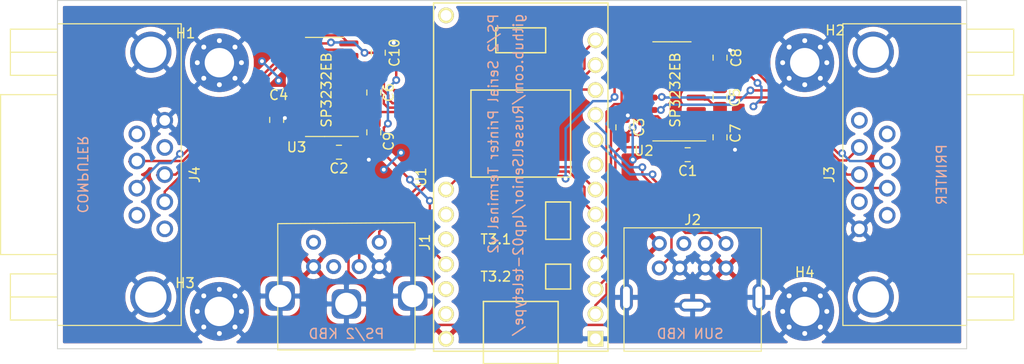
<source format=kicad_pcb>
(kicad_pcb (version 20171130) (host pcbnew 5.1.6-c6e7f7d~86~ubuntu16.04.1)

  (general
    (thickness 1.6)
    (drawings 12)
    (tracks 336)
    (zones 0)
    (modules 21)
    (nets 54)
  )

  (page A4)
  (layers
    (0 F.Cu signal)
    (31 B.Cu signal)
    (32 B.Adhes user)
    (33 F.Adhes user)
    (34 B.Paste user)
    (35 F.Paste user)
    (36 B.SilkS user)
    (37 F.SilkS user)
    (38 B.Mask user)
    (39 F.Mask user)
    (40 Dwgs.User user)
    (41 Cmts.User user)
    (42 Eco1.User user)
    (43 Eco2.User user)
    (44 Edge.Cuts user)
    (45 Margin user)
    (46 B.CrtYd user)
    (47 F.CrtYd user)
    (48 B.Fab user)
    (49 F.Fab user)
  )

  (setup
    (last_trace_width 0.25)
    (trace_clearance 0.2)
    (zone_clearance 0.508)
    (zone_45_only no)
    (trace_min 0.2)
    (via_size 0.8)
    (via_drill 0.4)
    (via_min_size 0.4)
    (via_min_drill 0.3)
    (uvia_size 0.3)
    (uvia_drill 0.1)
    (uvias_allowed no)
    (uvia_min_size 0.2)
    (uvia_min_drill 0.1)
    (edge_width 0.1)
    (segment_width 0.2)
    (pcb_text_width 0.3)
    (pcb_text_size 1.5 1.5)
    (mod_edge_width 0.15)
    (mod_text_size 1 1)
    (mod_text_width 0.15)
    (pad_size 2.999999 2.999999)
    (pad_drill 2.29)
    (pad_to_mask_clearance 0)
    (aux_axis_origin 0 0)
    (visible_elements FFFFFF7F)
    (pcbplotparams
      (layerselection 0x010fc_ffffffff)
      (usegerberextensions false)
      (usegerberattributes true)
      (usegerberadvancedattributes true)
      (creategerberjobfile true)
      (excludeedgelayer true)
      (linewidth 0.100000)
      (plotframeref false)
      (viasonmask false)
      (mode 1)
      (useauxorigin false)
      (hpglpennumber 1)
      (hpglpenspeed 20)
      (hpglpendiameter 15.000000)
      (psnegative false)
      (psa4output false)
      (plotreference true)
      (plotvalue true)
      (plotinvisibletext false)
      (padsonsilk false)
      (subtractmaskfromsilk false)
      (outputformat 1)
      (mirror false)
      (drillshape 1)
      (scaleselection 1)
      (outputdirectory ""))
  )

  (net 0 "")
  (net 1 "Net-(C1-Pad2)")
  (net 2 "Net-(C1-Pad1)")
  (net 3 "Net-(C2-Pad2)")
  (net 4 "Net-(C2-Pad1)")
  (net 5 VCC)
  (net 6 GND)
  (net 7 "Net-(C5-Pad2)")
  (net 8 "Net-(C5-Pad1)")
  (net 9 "Net-(C6-Pad2)")
  (net 10 "Net-(C6-Pad1)")
  (net 11 "Net-(C7-Pad2)")
  (net 12 "Net-(C8-Pad2)")
  (net 13 "Net-(C9-Pad2)")
  (net 14 "Net-(C10-Pad2)")
  (net 15 /PS2_CLK)
  (net 16 "Net-(J1-Pad6)")
  (net 17 /PS2_DATA)
  (net 18 "Net-(J1-Pad2)")
  (net 19 "Net-(J2-Pad7)")
  (net 20 /TX3)
  (net 21 /RX3)
  (net 22 "Net-(J2-Pad4)")
  (net 23 "Net-(J3-Pad9)")
  (net 24 "Net-(J3-Pad6)")
  (net 25 "Net-(J3-Pad4)")
  (net 26 /TX_PRT)
  (net 27 "Net-(J3-Pad1)")
  (net 28 "Net-(J4-Pad9)")
  (net 29 /RTS_COMP)
  (net 30 /CTS_COMP)
  (net 31 "Net-(J4-Pad6)")
  (net 32 "Net-(J4-Pad4)")
  (net 33 /TX_COMP)
  (net 34 /RX_COMP)
  (net 35 "Net-(J4-Pad1)")
  (net 36 /RX1)
  (net 37 /TX1)
  (net 38 /RTS1)
  (net 39 "Net-(U1-Pad5)")
  (net 40 "Net-(U1-Pad8)")
  (net 41 /RX2)
  (net 42 /TX2)
  (net 43 /RTS2)
  (net 44 "Net-(U1-Pad32)")
  (net 45 "Net-(U1-Pad31)")
  (net 46 /CTS2)
  (net 47 "Net-(U1-Pad29)")
  (net 48 "Net-(U1-Pad28)")
  (net 49 /CTS1)
  (net 50 "Net-(U1-Pad20)")
  (net 51 /CTS_PRT)
  (net 52 /RTS_PRT)
  (net 53 /RX_PRT)

  (net_class Default "This is the default net class."
    (clearance 0.2)
    (trace_width 0.25)
    (via_dia 0.8)
    (via_drill 0.4)
    (uvia_dia 0.3)
    (uvia_drill 0.1)
    (add_net /CTS1)
    (add_net /CTS2)
    (add_net /CTS_COMP)
    (add_net /CTS_PRT)
    (add_net /PS2_CLK)
    (add_net /PS2_DATA)
    (add_net /RTS1)
    (add_net /RTS2)
    (add_net /RTS_COMP)
    (add_net /RTS_PRT)
    (add_net /RX1)
    (add_net /RX2)
    (add_net /RX3)
    (add_net /RX_COMP)
    (add_net /RX_PRT)
    (add_net /TX1)
    (add_net /TX2)
    (add_net /TX3)
    (add_net /TX_COMP)
    (add_net /TX_PRT)
    (add_net GND)
    (add_net "Net-(C1-Pad1)")
    (add_net "Net-(C1-Pad2)")
    (add_net "Net-(C10-Pad2)")
    (add_net "Net-(C2-Pad1)")
    (add_net "Net-(C2-Pad2)")
    (add_net "Net-(C5-Pad1)")
    (add_net "Net-(C5-Pad2)")
    (add_net "Net-(C6-Pad1)")
    (add_net "Net-(C6-Pad2)")
    (add_net "Net-(C7-Pad2)")
    (add_net "Net-(C8-Pad2)")
    (add_net "Net-(C9-Pad2)")
    (add_net "Net-(J1-Pad2)")
    (add_net "Net-(J1-Pad6)")
    (add_net "Net-(J2-Pad4)")
    (add_net "Net-(J2-Pad7)")
    (add_net "Net-(J3-Pad1)")
    (add_net "Net-(J3-Pad4)")
    (add_net "Net-(J3-Pad6)")
    (add_net "Net-(J3-Pad9)")
    (add_net "Net-(J4-Pad1)")
    (add_net "Net-(J4-Pad4)")
    (add_net "Net-(J4-Pad6)")
    (add_net "Net-(J4-Pad9)")
    (add_net "Net-(U1-Pad20)")
    (add_net "Net-(U1-Pad28)")
    (add_net "Net-(U1-Pad29)")
    (add_net "Net-(U1-Pad31)")
    (add_net "Net-(U1-Pad32)")
    (add_net "Net-(U1-Pad5)")
    (add_net "Net-(U1-Pad8)")
    (add_net VCC)
  )

  (module ps2-serial-printer-terminal:DSUB-9_Female_Horizontal_4UCON_09956 (layer F.Cu) (tedit 5EFD15B2) (tstamp 5EF008A1)
    (at 219.71 124.46 270)
    (path /5EEFD6B4)
    (fp_text reference J3 (at 0 14 90) (layer F.SilkS)
      (effects (font (size 1 1) (thickness 0.15)))
    )
    (fp_text value DB9_Female (at 0 16 90) (layer F.Fab)
      (effects (font (size 1 1) (thickness 0.15)))
    )
    (fp_line (start 12.495 -4.8) (end 12.495 0) (layer F.SilkS) (width 0.12))
    (fp_line (start -12.495 -4.8) (end -12.495 0) (layer F.SilkS) (width 0.12))
    (fp_line (start 14.85 -4.8) (end 14.85 0) (layer F.SilkS) (width 0.12))
    (fp_line (start 10.14 -4.8) (end 14.85 -4.8) (layer F.SilkS) (width 0.12))
    (fp_line (start 10.14 0) (end 10.14 -4.8) (layer F.SilkS) (width 0.12))
    (fp_line (start -10.14 -4.8) (end -10.14 0) (layer F.SilkS) (width 0.12))
    (fp_line (start -14.85 -4.8) (end -10.14 -4.8) (layer F.SilkS) (width 0.12))
    (fp_line (start -14.85 0) (end -14.85 -4.8) (layer F.SilkS) (width 0.12))
    (fp_line (start 8.165 -5.8) (end 8.165 0) (layer F.SilkS) (width 0.12))
    (fp_line (start -8.165 -5.8) (end 8.165 -5.8) (layer F.SilkS) (width 0.12))
    (fp_line (start -8.165 0) (end -8.165 -5.8) (layer F.SilkS) (width 0.12))
    (fp_line (start -15.4 12.62) (end -15.4 0) (layer F.SilkS) (width 0.12))
    (fp_line (start 15.4 12.62) (end -15.4 12.62) (layer F.SilkS) (width 0.12))
    (fp_line (start 15.4 0) (end 15.4 12.62) (layer F.SilkS) (width 0.12))
    (fp_line (start -15.4 0) (end 15.4 0) (layer F.SilkS) (width 0.12))
    (pad 11 thru_hole circle (at 12.495 9.52 270) (size 4.2 4.2) (drill 3.2) (layers *.Cu *.Mask)
      (net 6 GND))
    (pad 10 thru_hole circle (at -12.495 9.52 270) (size 4.2 4.2) (drill 3.2) (layers *.Cu *.Mask)
      (net 6 GND))
    (pad 9 thru_hole circle (at 4.155 8.1 270) (size 1.7 1.7) (drill 1.09) (layers *.Cu *.Mask)
      (net 23 "Net-(J3-Pad9)"))
    (pad 8 thru_hole circle (at 1.385 8.1 270) (size 1.7 1.7) (drill 1.09) (layers *.Cu *.Mask)
      (net 52 /RTS_PRT))
    (pad 7 thru_hole circle (at -1.385 8.1 270) (size 1.7 1.7) (drill 1.09) (layers *.Cu *.Mask)
      (net 51 /CTS_PRT))
    (pad 6 thru_hole circle (at -4.155 8.1 270) (size 1.7 1.7) (drill 1.09) (layers *.Cu *.Mask)
      (net 24 "Net-(J3-Pad6)"))
    (pad 5 thru_hole circle (at 5.54 10.94 270) (size 1.7 1.7) (drill 1.09) (layers *.Cu *.Mask)
      (net 6 GND))
    (pad 4 thru_hole circle (at 2.77 10.94 270) (size 1.7 1.7) (drill 1.09) (layers *.Cu *.Mask)
      (net 25 "Net-(J3-Pad4)"))
    (pad 3 thru_hole circle (at 0 10.94 270) (size 1.7 1.7) (drill 1.09) (layers *.Cu *.Mask)
      (net 53 /RX_PRT))
    (pad 2 thru_hole circle (at -2.77 10.94 270) (size 1.7 1.7) (drill 1.09) (layers *.Cu *.Mask)
      (net 26 /TX_PRT))
    (pad 1 thru_hole circle (at -5.54 10.94 270) (size 1.7 1.7) (drill 1.09) (layers *.Cu *.Mask)
      (net 27 "Net-(J3-Pad1)"))
  )

  (module ps2-serial-printer-terminal:DSUB-9_Female_Horizontal_4UCON_09956 (layer F.Cu) (tedit 5EFD15B2) (tstamp 5EF039CF)
    (at 127 124.46 90)
    (path /5EFC65D6)
    (fp_text reference J4 (at 0 14 90) (layer F.SilkS)
      (effects (font (size 1 1) (thickness 0.15)))
    )
    (fp_text value DB9_Female (at 0 16 90) (layer F.Fab)
      (effects (font (size 1 1) (thickness 0.15)))
    )
    (fp_line (start 12.495 -4.8) (end 12.495 0) (layer F.SilkS) (width 0.12))
    (fp_line (start -12.495 -4.8) (end -12.495 0) (layer F.SilkS) (width 0.12))
    (fp_line (start 14.85 -4.8) (end 14.85 0) (layer F.SilkS) (width 0.12))
    (fp_line (start 10.14 -4.8) (end 14.85 -4.8) (layer F.SilkS) (width 0.12))
    (fp_line (start 10.14 0) (end 10.14 -4.8) (layer F.SilkS) (width 0.12))
    (fp_line (start -10.14 -4.8) (end -10.14 0) (layer F.SilkS) (width 0.12))
    (fp_line (start -14.85 -4.8) (end -10.14 -4.8) (layer F.SilkS) (width 0.12))
    (fp_line (start -14.85 0) (end -14.85 -4.8) (layer F.SilkS) (width 0.12))
    (fp_line (start 8.165 -5.8) (end 8.165 0) (layer F.SilkS) (width 0.12))
    (fp_line (start -8.165 -5.8) (end 8.165 -5.8) (layer F.SilkS) (width 0.12))
    (fp_line (start -8.165 0) (end -8.165 -5.8) (layer F.SilkS) (width 0.12))
    (fp_line (start -15.4 12.62) (end -15.4 0) (layer F.SilkS) (width 0.12))
    (fp_line (start 15.4 12.62) (end -15.4 12.62) (layer F.SilkS) (width 0.12))
    (fp_line (start 15.4 0) (end 15.4 12.62) (layer F.SilkS) (width 0.12))
    (fp_line (start -15.4 0) (end 15.4 0) (layer F.SilkS) (width 0.12))
    (pad 11 thru_hole circle (at 12.495 9.52 90) (size 4.2 4.2) (drill 3.2) (layers *.Cu *.Mask)
      (net 6 GND))
    (pad 10 thru_hole circle (at -12.495 9.52 90) (size 4.2 4.2) (drill 3.2) (layers *.Cu *.Mask)
      (net 6 GND))
    (pad 9 thru_hole circle (at 4.155 8.1 90) (size 1.7 1.7) (drill 1.09) (layers *.Cu *.Mask)
      (net 28 "Net-(J4-Pad9)"))
    (pad 8 thru_hole circle (at 1.385 8.1 90) (size 1.7 1.7) (drill 1.09) (layers *.Cu *.Mask)
      (net 29 /RTS_COMP))
    (pad 7 thru_hole circle (at -1.385 8.1 90) (size 1.7 1.7) (drill 1.09) (layers *.Cu *.Mask)
      (net 30 /CTS_COMP))
    (pad 6 thru_hole circle (at -4.155 8.1 90) (size 1.7 1.7) (drill 1.09) (layers *.Cu *.Mask)
      (net 31 "Net-(J4-Pad6)"))
    (pad 5 thru_hole circle (at 5.54 10.94 90) (size 1.7 1.7) (drill 1.09) (layers *.Cu *.Mask)
      (net 6 GND))
    (pad 4 thru_hole circle (at 2.77 10.94 90) (size 1.7 1.7) (drill 1.09) (layers *.Cu *.Mask)
      (net 32 "Net-(J4-Pad4)"))
    (pad 3 thru_hole circle (at 0 10.94 90) (size 1.7 1.7) (drill 1.09) (layers *.Cu *.Mask)
      (net 34 /RX_COMP))
    (pad 2 thru_hole circle (at -2.77 10.94 90) (size 1.7 1.7) (drill 1.09) (layers *.Cu *.Mask)
      (net 33 /TX_COMP))
    (pad 1 thru_hole circle (at -5.54 10.94 90) (size 1.7 1.7) (drill 1.09) (layers *.Cu *.Mask)
      (net 35 "Net-(J4-Pad1)"))
  )

  (module Package_SO:SOIC-16_3.9x9.9mm_P1.27mm (layer F.Cu) (tedit 5D9F72B1) (tstamp 5EF0094E)
    (at 154.239 115.509 180)
    (descr "SOIC, 16 Pin (JEDEC MS-012AC, https://www.analog.com/media/en/package-pcb-resources/package/pkg_pdf/soic_narrow-r/r_16.pdf), generated with kicad-footprint-generator ipc_gullwing_generator.py")
    (tags "SOIC SO")
    (path /5EFC661D)
    (attr smd)
    (fp_text reference U3 (at 2.855 -6.157) (layer F.SilkS)
      (effects (font (size 1 1) (thickness 0.15)))
    )
    (fp_text value MAX3232 (at 0 5.9) (layer F.Fab)
      (effects (font (size 1 1) (thickness 0.15)))
    )
    (fp_line (start 0 5.06) (end 1.95 5.06) (layer F.SilkS) (width 0.12))
    (fp_line (start 0 5.06) (end -1.95 5.06) (layer F.SilkS) (width 0.12))
    (fp_line (start 0 -5.06) (end 1.95 -5.06) (layer F.SilkS) (width 0.12))
    (fp_line (start 0 -5.06) (end -3.45 -5.06) (layer F.SilkS) (width 0.12))
    (fp_line (start -0.975 -4.95) (end 1.95 -4.95) (layer F.Fab) (width 0.1))
    (fp_line (start 1.95 -4.95) (end 1.95 4.95) (layer F.Fab) (width 0.1))
    (fp_line (start 1.95 4.95) (end -1.95 4.95) (layer F.Fab) (width 0.1))
    (fp_line (start -1.95 4.95) (end -1.95 -3.975) (layer F.Fab) (width 0.1))
    (fp_line (start -1.95 -3.975) (end -0.975 -4.95) (layer F.Fab) (width 0.1))
    (fp_line (start -3.7 -5.2) (end -3.7 5.2) (layer F.CrtYd) (width 0.05))
    (fp_line (start -3.7 5.2) (end 3.7 5.2) (layer F.CrtYd) (width 0.05))
    (fp_line (start 3.7 5.2) (end 3.7 -5.2) (layer F.CrtYd) (width 0.05))
    (fp_line (start 3.7 -5.2) (end -3.7 -5.2) (layer F.CrtYd) (width 0.05))
    (fp_text user %R (at 0 0) (layer F.Fab)
      (effects (font (size 0.98 0.98) (thickness 0.15)))
    )
    (pad 16 smd roundrect (at 2.475 -4.445 180) (size 1.95 0.6) (layers F.Cu F.Paste F.Mask) (roundrect_rratio 0.25)
      (net 5 VCC))
    (pad 15 smd roundrect (at 2.475 -3.175 180) (size 1.95 0.6) (layers F.Cu F.Paste F.Mask) (roundrect_rratio 0.25)
      (net 6 GND))
    (pad 14 smd roundrect (at 2.475 -1.905 180) (size 1.95 0.6) (layers F.Cu F.Paste F.Mask) (roundrect_rratio 0.25)
      (net 33 /TX_COMP))
    (pad 13 smd roundrect (at 2.475 -0.635 180) (size 1.95 0.6) (layers F.Cu F.Paste F.Mask) (roundrect_rratio 0.25)
      (net 34 /RX_COMP))
    (pad 12 smd roundrect (at 2.475 0.635 180) (size 1.95 0.6) (layers F.Cu F.Paste F.Mask) (roundrect_rratio 0.25)
      (net 41 /RX2))
    (pad 11 smd roundrect (at 2.475 1.905 180) (size 1.95 0.6) (layers F.Cu F.Paste F.Mask) (roundrect_rratio 0.25)
      (net 42 /TX2))
    (pad 10 smd roundrect (at 2.475 3.175 180) (size 1.95 0.6) (layers F.Cu F.Paste F.Mask) (roundrect_rratio 0.25)
      (net 43 /RTS2))
    (pad 9 smd roundrect (at 2.475 4.445 180) (size 1.95 0.6) (layers F.Cu F.Paste F.Mask) (roundrect_rratio 0.25)
      (net 46 /CTS2))
    (pad 8 smd roundrect (at -2.475 4.445 180) (size 1.95 0.6) (layers F.Cu F.Paste F.Mask) (roundrect_rratio 0.25)
      (net 30 /CTS_COMP))
    (pad 7 smd roundrect (at -2.475 3.175 180) (size 1.95 0.6) (layers F.Cu F.Paste F.Mask) (roundrect_rratio 0.25)
      (net 29 /RTS_COMP))
    (pad 6 smd roundrect (at -2.475 1.905 180) (size 1.95 0.6) (layers F.Cu F.Paste F.Mask) (roundrect_rratio 0.25)
      (net 14 "Net-(C10-Pad2)"))
    (pad 5 smd roundrect (at -2.475 0.635 180) (size 1.95 0.6) (layers F.Cu F.Paste F.Mask) (roundrect_rratio 0.25)
      (net 9 "Net-(C6-Pad2)"))
    (pad 4 smd roundrect (at -2.475 -0.635 180) (size 1.95 0.6) (layers F.Cu F.Paste F.Mask) (roundrect_rratio 0.25)
      (net 10 "Net-(C6-Pad1)"))
    (pad 3 smd roundrect (at -2.475 -1.905 180) (size 1.95 0.6) (layers F.Cu F.Paste F.Mask) (roundrect_rratio 0.25)
      (net 3 "Net-(C2-Pad2)"))
    (pad 2 smd roundrect (at -2.475 -3.175 180) (size 1.95 0.6) (layers F.Cu F.Paste F.Mask) (roundrect_rratio 0.25)
      (net 13 "Net-(C9-Pad2)"))
    (pad 1 smd roundrect (at -2.475 -4.445 180) (size 1.95 0.6) (layers F.Cu F.Paste F.Mask) (roundrect_rratio 0.25)
      (net 4 "Net-(C2-Pad1)"))
    (model ${KISYS3DMOD}/Package_SO.3dshapes/SOIC-16_3.9x9.9mm_P1.27mm.wrl
      (at (xyz 0 0 0))
      (scale (xyz 1 1 1))
      (rotate (xyz 0 0 0))
    )
  )

  (module Package_SO:SOIC-16_3.9x9.9mm_P1.27mm (layer F.Cu) (tedit 5D9F72B1) (tstamp 5EF0092C)
    (at 189.659 115.959 180)
    (descr "SOIC, 16 Pin (JEDEC MS-012AC, https://www.analog.com/media/en/package-pcb-resources/package/pkg_pdf/soic_narrow-r/r_16.pdf), generated with kicad-footprint-generator ipc_gullwing_generator.py")
    (tags "SOIC SO")
    (path /5EEEDFB0)
    (attr smd)
    (fp_text reference U2 (at 2.8674 -6.0626) (layer F.SilkS)
      (effects (font (size 1 1) (thickness 0.15)))
    )
    (fp_text value MAX3232 (at 0 5.9) (layer F.Fab)
      (effects (font (size 1 1) (thickness 0.15)))
    )
    (fp_line (start 0 5.06) (end 1.95 5.06) (layer F.SilkS) (width 0.12))
    (fp_line (start 0 5.06) (end -1.95 5.06) (layer F.SilkS) (width 0.12))
    (fp_line (start 0 -5.06) (end 1.95 -5.06) (layer F.SilkS) (width 0.12))
    (fp_line (start 0 -5.06) (end -3.45 -5.06) (layer F.SilkS) (width 0.12))
    (fp_line (start -0.975 -4.95) (end 1.95 -4.95) (layer F.Fab) (width 0.1))
    (fp_line (start 1.95 -4.95) (end 1.95 4.95) (layer F.Fab) (width 0.1))
    (fp_line (start 1.95 4.95) (end -1.95 4.95) (layer F.Fab) (width 0.1))
    (fp_line (start -1.95 4.95) (end -1.95 -3.975) (layer F.Fab) (width 0.1))
    (fp_line (start -1.95 -3.975) (end -0.975 -4.95) (layer F.Fab) (width 0.1))
    (fp_line (start -3.7 -5.2) (end -3.7 5.2) (layer F.CrtYd) (width 0.05))
    (fp_line (start -3.7 5.2) (end 3.7 5.2) (layer F.CrtYd) (width 0.05))
    (fp_line (start 3.7 5.2) (end 3.7 -5.2) (layer F.CrtYd) (width 0.05))
    (fp_line (start 3.7 -5.2) (end -3.7 -5.2) (layer F.CrtYd) (width 0.05))
    (fp_text user %R (at 0.81 -1.77) (layer F.Fab)
      (effects (font (size 0.98 0.98) (thickness 0.15)))
    )
    (pad 16 smd roundrect (at 2.475 -4.445 180) (size 1.95 0.6) (layers F.Cu F.Paste F.Mask) (roundrect_rratio 0.25)
      (net 5 VCC))
    (pad 15 smd roundrect (at 2.475 -3.175 180) (size 1.95 0.6) (layers F.Cu F.Paste F.Mask) (roundrect_rratio 0.25)
      (net 6 GND))
    (pad 14 smd roundrect (at 2.475 -1.905 180) (size 1.95 0.6) (layers F.Cu F.Paste F.Mask) (roundrect_rratio 0.25)
      (net 26 /TX_PRT))
    (pad 13 smd roundrect (at 2.475 -0.635 180) (size 1.95 0.6) (layers F.Cu F.Paste F.Mask) (roundrect_rratio 0.25)
      (net 53 /RX_PRT))
    (pad 12 smd roundrect (at 2.475 0.635 180) (size 1.95 0.6) (layers F.Cu F.Paste F.Mask) (roundrect_rratio 0.25)
      (net 36 /RX1))
    (pad 11 smd roundrect (at 2.475 1.905 180) (size 1.95 0.6) (layers F.Cu F.Paste F.Mask) (roundrect_rratio 0.25)
      (net 37 /TX1))
    (pad 10 smd roundrect (at 2.475 3.175 180) (size 1.95 0.6) (layers F.Cu F.Paste F.Mask) (roundrect_rratio 0.25)
      (net 38 /RTS1))
    (pad 9 smd roundrect (at 2.475 4.445 180) (size 1.95 0.6) (layers F.Cu F.Paste F.Mask) (roundrect_rratio 0.25)
      (net 49 /CTS1))
    (pad 8 smd roundrect (at -2.475 4.445 180) (size 1.95 0.6) (layers F.Cu F.Paste F.Mask) (roundrect_rratio 0.25)
      (net 51 /CTS_PRT))
    (pad 7 smd roundrect (at -2.475 3.175 180) (size 1.95 0.6) (layers F.Cu F.Paste F.Mask) (roundrect_rratio 0.25)
      (net 52 /RTS_PRT))
    (pad 6 smd roundrect (at -2.475 1.905 180) (size 1.95 0.6) (layers F.Cu F.Paste F.Mask) (roundrect_rratio 0.25)
      (net 12 "Net-(C8-Pad2)"))
    (pad 5 smd roundrect (at -2.475 0.635 180) (size 1.95 0.6) (layers F.Cu F.Paste F.Mask) (roundrect_rratio 0.25)
      (net 7 "Net-(C5-Pad2)"))
    (pad 4 smd roundrect (at -2.475 -0.635 180) (size 1.95 0.6) (layers F.Cu F.Paste F.Mask) (roundrect_rratio 0.25)
      (net 8 "Net-(C5-Pad1)"))
    (pad 3 smd roundrect (at -2.475 -1.905 180) (size 1.95 0.6) (layers F.Cu F.Paste F.Mask) (roundrect_rratio 0.25)
      (net 1 "Net-(C1-Pad2)"))
    (pad 2 smd roundrect (at -2.475 -3.175 180) (size 1.95 0.6) (layers F.Cu F.Paste F.Mask) (roundrect_rratio 0.25)
      (net 11 "Net-(C7-Pad2)"))
    (pad 1 smd roundrect (at -2.475 -4.445 180) (size 1.95 0.6) (layers F.Cu F.Paste F.Mask) (roundrect_rratio 0.25)
      (net 2 "Net-(C1-Pad1)"))
    (model ${KISYS3DMOD}/Package_SO.3dshapes/SOIC-16_3.9x9.9mm_P1.27mm.wrl
      (at (xyz 0 0 0))
      (scale (xyz 1 1 1))
      (rotate (xyz 0 0 0))
    )
  )

  (module teensy:Teensy30_31_32_LC_minus (layer F.Cu) (tedit 5EEEDB4F) (tstamp 5EF0090A)
    (at 174.244 124.714 90)
    (path /5EEF7A10)
    (fp_text reference U1 (at 0 -10.16 90) (layer F.SilkS)
      (effects (font (size 1 1) (thickness 0.15)))
    )
    (fp_text value Teensy3.2 (at 0 10.16 90) (layer F.Fab)
      (effects (font (size 1 1) (thickness 0.15)))
    )
    (fp_line (start -17.78 8.89) (end -17.78 -8.89) (layer F.SilkS) (width 0.15))
    (fp_line (start 17.78 8.89) (end -17.78 8.89) (layer F.SilkS) (width 0.15))
    (fp_line (start 17.78 -8.89) (end 17.78 8.89) (layer F.SilkS) (width 0.15))
    (fp_line (start -17.78 -8.89) (end 17.78 -8.89) (layer F.SilkS) (width 0.15))
    (fp_line (start 8.89 5.08) (end 0 5.08) (layer F.SilkS) (width 0.15))
    (fp_line (start 8.89 -5.08) (end 0 -5.08) (layer F.SilkS) (width 0.15))
    (fp_line (start 0 -5.08) (end 0 5.08) (layer F.SilkS) (width 0.15))
    (fp_line (start 8.89 5.08) (end 8.89 -5.08) (layer F.SilkS) (width 0.15))
    (fp_line (start 12.7 -2.54) (end 15.24 -2.54) (layer F.SilkS) (width 0.15))
    (fp_line (start 12.7 2.54) (end 12.7 -2.54) (layer F.SilkS) (width 0.15))
    (fp_line (start 15.24 2.54) (end 12.7 2.54) (layer F.SilkS) (width 0.15))
    (fp_line (start 15.24 -2.54) (end 15.24 2.54) (layer F.SilkS) (width 0.15))
    (fp_line (start -11.43 2.54) (end -11.43 5.08) (layer F.SilkS) (width 0.15))
    (fp_line (start -8.89 2.54) (end -11.43 2.54) (layer F.SilkS) (width 0.15))
    (fp_line (start -8.89 5.08) (end -8.89 2.54) (layer F.SilkS) (width 0.15))
    (fp_line (start -11.43 5.08) (end -8.89 5.08) (layer F.SilkS) (width 0.15))
    (fp_line (start -12.7 3.81) (end -17.78 3.81) (layer F.SilkS) (width 0.15))
    (fp_line (start -12.7 -3.81) (end -17.78 -3.81) (layer F.SilkS) (width 0.15))
    (fp_line (start -12.7 3.81) (end -12.7 -3.81) (layer F.SilkS) (width 0.15))
    (fp_line (start -6.35 2.54) (end -6.35 5.08) (layer F.SilkS) (width 0.15))
    (fp_line (start -2.54 2.54) (end -6.35 2.54) (layer F.SilkS) (width 0.15))
    (fp_line (start -2.54 5.08) (end -2.54 2.54) (layer F.SilkS) (width 0.15))
    (fp_line (start -6.35 5.08) (end -2.54 5.08) (layer F.SilkS) (width 0.15))
    (fp_line (start -19.05 -3.81) (end -17.78 -3.81) (layer F.SilkS) (width 0.15))
    (fp_line (start -19.05 3.81) (end -19.05 -3.81) (layer F.SilkS) (width 0.15))
    (fp_line (start -17.78 3.81) (end -19.05 3.81) (layer F.SilkS) (width 0.15))
    (fp_text user T3.1 (at -6.35 -2.54) (layer F.SilkS)
      (effects (font (size 1 1) (thickness 0.15)))
    )
    (fp_text user T3.2 (at -10.16 -2.54) (layer F.SilkS)
      (effects (font (size 1 1) (thickness 0.15)))
    )
    (pad 1 thru_hole rect (at -16.51 7.62 90) (size 1.6 1.6) (drill 1.1) (layers *.Cu *.Mask F.SilkS)
      (net 6 GND))
    (pad 2 thru_hole circle (at -13.97 7.62 90) (size 1.6 1.6) (drill 1.1) (layers *.Cu *.Mask F.SilkS)
      (net 36 /RX1))
    (pad 3 thru_hole circle (at -11.43 7.62 90) (size 1.6 1.6) (drill 1.1) (layers *.Cu *.Mask F.SilkS)
      (net 37 /TX1))
    (pad 4 thru_hole circle (at -8.89 7.62 90) (size 1.6 1.6) (drill 1.1) (layers *.Cu *.Mask F.SilkS)
      (net 38 /RTS1))
    (pad 5 thru_hole circle (at -6.35 7.62 90) (size 1.6 1.6) (drill 1.1) (layers *.Cu *.Mask F.SilkS)
      (net 39 "Net-(U1-Pad5)"))
    (pad 6 thru_hole circle (at -3.81 7.62 90) (size 1.6 1.6) (drill 1.1) (layers *.Cu *.Mask F.SilkS)
      (net 15 /PS2_CLK))
    (pad 7 thru_hole circle (at -1.27 7.62 90) (size 1.6 1.6) (drill 1.1) (layers *.Cu *.Mask F.SilkS)
      (net 17 /PS2_DATA))
    (pad 8 thru_hole circle (at 1.27 7.62 90) (size 1.6 1.6) (drill 1.1) (layers *.Cu *.Mask F.SilkS)
      (net 40 "Net-(U1-Pad8)"))
    (pad 9 thru_hole circle (at 3.81 7.62 90) (size 1.6 1.6) (drill 1.1) (layers *.Cu *.Mask F.SilkS)
      (net 21 /RX3))
    (pad 10 thru_hole circle (at 6.35 7.62 90) (size 1.6 1.6) (drill 1.1) (layers *.Cu *.Mask F.SilkS)
      (net 20 /TX3))
    (pad 11 thru_hole circle (at 8.89 7.62 90) (size 1.6 1.6) (drill 1.1) (layers *.Cu *.Mask F.SilkS)
      (net 41 /RX2))
    (pad 12 thru_hole circle (at 11.43 7.62 90) (size 1.6 1.6) (drill 1.1) (layers *.Cu *.Mask F.SilkS)
      (net 42 /TX2))
    (pad 13 thru_hole circle (at 13.97 7.62 90) (size 1.6 1.6) (drill 1.1) (layers *.Cu *.Mask F.SilkS)
      (net 43 /RTS2))
    (pad 33 thru_hole circle (at -16.51 -7.62 90) (size 1.6 1.6) (drill 1.1) (layers *.Cu *.Mask F.SilkS)
      (net 5 VCC))
    (pad 32 thru_hole circle (at -13.97 -7.62 90) (size 1.6 1.6) (drill 1.1) (layers *.Cu *.Mask F.SilkS)
      (net 44 "Net-(U1-Pad32)"))
    (pad 31 thru_hole circle (at -11.43 -7.62 90) (size 1.6 1.6) (drill 1.1) (layers *.Cu *.Mask F.SilkS)
      (net 45 "Net-(U1-Pad31)"))
    (pad 30 thru_hole circle (at -8.89 -7.62 90) (size 1.6 1.6) (drill 1.1) (layers *.Cu *.Mask F.SilkS)
      (net 46 /CTS2))
    (pad 29 thru_hole circle (at -6.35 -7.62 90) (size 1.6 1.6) (drill 1.1) (layers *.Cu *.Mask F.SilkS)
      (net 47 "Net-(U1-Pad29)"))
    (pad 28 thru_hole circle (at -3.81 -7.62 90) (size 1.6 1.6) (drill 1.1) (layers *.Cu *.Mask F.SilkS)
      (net 48 "Net-(U1-Pad28)"))
    (pad 27 thru_hole circle (at -1.27 -7.62 90) (size 1.6 1.6) (drill 1.1) (layers *.Cu *.Mask F.SilkS)
      (net 49 /CTS1))
    (pad 20 thru_hole circle (at 16.51 -7.62 90) (size 1.6 1.6) (drill 1.1) (layers *.Cu *.Mask F.SilkS)
      (net 50 "Net-(U1-Pad20)"))
  )

  (module ps2-serial-printer-terminal:MD-80SM (layer F.Cu) (tedit 5EF0796D) (tstamp 5EF0086D)
    (at 191.77 142.494 180)
    (path /5EF0A365)
    (fp_text reference J2 (at 0 13.4112) (layer F.SilkS)
      (effects (font (size 1 1) (thickness 0.15)))
    )
    (fp_text value Mini-DIN-8 (at 0 14) (layer F.Fab)
      (effects (font (size 1 1) (thickness 0.15)))
    )
    (fp_line (start -7 12.6) (end -7 0) (layer F.SilkS) (width 0.12))
    (fp_line (start 7 12.6) (end -7 12.6) (layer F.SilkS) (width 0.12))
    (fp_line (start 7 0) (end 7 12.6) (layer F.SilkS) (width 0.12))
    (fp_line (start -7 0) (end 7 0) (layer F.SilkS) (width 0.12))
    (pad 11 thru_hole oval (at 6.75 5.5 180) (size 1.3 2.8) (drill oval 0.7 2.2) (layers *.Cu *.Mask)
      (net 6 GND))
    (pad 10 thru_hole oval (at -6.75 5.5 180) (size 1.3 2.8) (drill oval 0.7 2.2) (layers *.Cu *.Mask)
      (net 6 GND))
    (pad 9 thru_hole oval (at 0 4.7 180) (size 2.8 1.3) (drill oval 2.2 0.7) (layers *.Cu *.Mask)
      (net 6 GND))
    (pad 8 thru_hole circle (at 3.4 11 180) (size 1.524 1.524) (drill 0.9) (layers *.Cu *.Mask)
      (net 5 VCC))
    (pad 7 thru_hole circle (at 0.9 11 180) (size 1.524 1.524) (drill 0.9) (layers *.Cu *.Mask)
      (net 19 "Net-(J2-Pad7)"))
    (pad 6 thru_hole circle (at -3.4 11 180) (size 1.524 1.524) (drill 0.9) (layers *.Cu *.Mask)
      (net 21 /RX3))
    (pad 5 thru_hole circle (at 3.4 8.5 180) (size 1.524 1.524) (drill 0.9) (layers *.Cu *.Mask)
      (net 20 /TX3))
    (pad 4 thru_hole circle (at -1.3 11 180) (size 1.524 1.524) (drill 0.9) (layers *.Cu *.Mask)
      (net 22 "Net-(J2-Pad4)"))
    (pad 3 thru_hole circle (at -3.4 8.5 180) (size 1.524 1.524) (drill 0.9) (layers *.Cu *.Mask)
      (net 5 VCC))
    (pad 2 thru_hole circle (at 1.3 8.5 180) (size 1.524 1.524) (drill 0.9) (layers *.Cu *.Mask)
      (net 6 GND))
    (pad 1 thru_hole circle (at -1.3 8.5 180) (size 1.524 1.524) (drill 0.9) (layers *.Cu *.Mask)
      (net 6 GND))
  )

  (module ps2-serial-printer-terminal:5749231-1 (layer F.Cu) (tedit 5EF076CE) (tstamp 5EF0085A)
    (at 156.464 142.368 180)
    (path /5EF06A3A)
    (fp_text reference J1 (at -8 11 90) (layer F.SilkS)
      (effects (font (size 1 1) (thickness 0.15)))
    )
    (fp_text value Mini-DIN-6 (at 0 14) (layer F.Fab)
      (effects (font (size 1 1) (thickness 0.15)))
    )
    (fp_line (start -7 13) (end -7 0.1) (layer F.SilkS) (width 0.12))
    (fp_line (start 7 12.9) (end -7 13) (layer F.SilkS) (width 0.12))
    (fp_line (start 7 0) (end 7 12.9) (layer F.SilkS) (width 0.12))
    (fp_line (start -7 0) (end 7 0) (layer F.SilkS) (width 0.12))
    (pad 9 thru_hole roundrect (at 6.76 5.51 180) (size 3 3) (drill 2.29) (layers *.Cu *.Mask) (roundrect_rratio 0.25)
      (net 6 GND))
    (pad 8 thru_hole roundrect (at -6.76 5.51 180) (size 3 3) (drill 2.29) (layers *.Cu *.Mask) (roundrect_rratio 0.25)
      (net 6 GND))
    (pad 7 thru_hole roundrect (at 0 4.7 180) (size 3 3) (drill 2.29) (layers *.Cu *.Mask) (roundrect_rratio 0.25)
      (net 6 GND))
    (pad 5 thru_hole circle (at -3.35 11 180) (size 1.524 1.524) (drill 0.89) (layers *.Cu *.Mask)
      (net 15 /PS2_CLK))
    (pad 6 thru_hole circle (at 3.35 11 180) (size 1.524 1.524) (drill 0.89) (layers *.Cu *.Mask)
      (net 16 "Net-(J1-Pad6)"))
    (pad 3 thru_hole circle (at -3.35 8.51 180) (size 1.524 1.524) (drill 0.89) (layers *.Cu *.Mask)
      (net 6 GND))
    (pad 4 thru_hole circle (at 3.35 8.51 180) (size 1.524 1.524) (drill 0.89) (layers *.Cu *.Mask)
      (net 5 VCC))
    (pad 1 thru_hole circle (at -1.3 8.51 180) (size 1.524 1.524) (drill 0.89) (layers *.Cu *.Mask)
      (net 17 /PS2_DATA))
    (pad 2 thru_hole circle (at 1.3 8.51 180) (size 1.524 1.524) (drill 0.89) (layers *.Cu *.Mask)
      (net 18 "Net-(J1-Pad2)"))
  )

  (module MountingHole:MountingHole_3mm_Pad_Via (layer F.Cu) (tedit 56DDBED4) (tstamp 5EF09BAE)
    (at 203.2 138.43)
    (descr "Mounting Hole 3mm")
    (tags "mounting hole 3mm")
    (path /5F0C3913)
    (attr virtual)
    (fp_text reference H4 (at 0 -4) (layer F.SilkS)
      (effects (font (size 1 1) (thickness 0.15)))
    )
    (fp_text value MountingHole_Pad (at 0 4) (layer F.Fab)
      (effects (font (size 1 1) (thickness 0.15)))
    )
    (fp_circle (center 0 0) (end 3 0) (layer Cmts.User) (width 0.15))
    (fp_circle (center 0 0) (end 3.25 0) (layer F.CrtYd) (width 0.05))
    (fp_text user %R (at 0.3 0) (layer F.Fab)
      (effects (font (size 1 1) (thickness 0.15)))
    )
    (pad 1 thru_hole circle (at 1.59099 -1.59099) (size 0.8 0.8) (drill 0.5) (layers *.Cu *.Mask)
      (net 6 GND))
    (pad 1 thru_hole circle (at 0 -2.25) (size 0.8 0.8) (drill 0.5) (layers *.Cu *.Mask)
      (net 6 GND))
    (pad 1 thru_hole circle (at -1.59099 -1.59099) (size 0.8 0.8) (drill 0.5) (layers *.Cu *.Mask)
      (net 6 GND))
    (pad 1 thru_hole circle (at -2.25 0) (size 0.8 0.8) (drill 0.5) (layers *.Cu *.Mask)
      (net 6 GND))
    (pad 1 thru_hole circle (at -1.59099 1.59099) (size 0.8 0.8) (drill 0.5) (layers *.Cu *.Mask)
      (net 6 GND))
    (pad 1 thru_hole circle (at 0 2.25) (size 0.8 0.8) (drill 0.5) (layers *.Cu *.Mask)
      (net 6 GND))
    (pad 1 thru_hole circle (at 1.59099 1.59099) (size 0.8 0.8) (drill 0.5) (layers *.Cu *.Mask)
      (net 6 GND))
    (pad 1 thru_hole circle (at 2.25 0) (size 0.8 0.8) (drill 0.5) (layers *.Cu *.Mask)
      (net 6 GND))
    (pad 1 thru_hole circle (at 0 0) (size 6 6) (drill 3) (layers *.Cu *.Mask)
      (net 6 GND))
  )

  (module MountingHole:MountingHole_3mm_Pad_Via (layer F.Cu) (tedit 56DDBED4) (tstamp 5EF00839)
    (at 143.51 138.43)
    (descr "Mounting Hole 3mm")
    (tags "mounting hole 3mm")
    (path /5F0C38FF)
    (attr virtual)
    (fp_text reference H3 (at -3.5052 -2.8956) (layer F.SilkS)
      (effects (font (size 1 1) (thickness 0.15)))
    )
    (fp_text value MountingHole_Pad (at 0 4) (layer F.Fab)
      (effects (font (size 1 1) (thickness 0.15)))
    )
    (fp_circle (center 0 0) (end 3 0) (layer Cmts.User) (width 0.15))
    (fp_circle (center 0 0) (end 3.25 0) (layer F.CrtYd) (width 0.05))
    (fp_text user %R (at 0.3 0) (layer F.Fab)
      (effects (font (size 1 1) (thickness 0.15)))
    )
    (pad 1 thru_hole circle (at 1.59099 -1.59099) (size 0.8 0.8) (drill 0.5) (layers *.Cu *.Mask)
      (net 6 GND))
    (pad 1 thru_hole circle (at 0 -2.25) (size 0.8 0.8) (drill 0.5) (layers *.Cu *.Mask)
      (net 6 GND))
    (pad 1 thru_hole circle (at -1.59099 -1.59099) (size 0.8 0.8) (drill 0.5) (layers *.Cu *.Mask)
      (net 6 GND))
    (pad 1 thru_hole circle (at -2.25 0) (size 0.8 0.8) (drill 0.5) (layers *.Cu *.Mask)
      (net 6 GND))
    (pad 1 thru_hole circle (at -1.59099 1.59099) (size 0.8 0.8) (drill 0.5) (layers *.Cu *.Mask)
      (net 6 GND))
    (pad 1 thru_hole circle (at 0 2.25) (size 0.8 0.8) (drill 0.5) (layers *.Cu *.Mask)
      (net 6 GND))
    (pad 1 thru_hole circle (at 1.59099 1.59099) (size 0.8 0.8) (drill 0.5) (layers *.Cu *.Mask)
      (net 6 GND))
    (pad 1 thru_hole circle (at 2.25 0) (size 0.8 0.8) (drill 0.5) (layers *.Cu *.Mask)
      (net 6 GND))
    (pad 1 thru_hole circle (at 0 0) (size 6 6) (drill 3) (layers *.Cu *.Mask)
      (net 6 GND))
  )

  (module MountingHole:MountingHole_3mm_Pad_Via (layer F.Cu) (tedit 56DDBED4) (tstamp 5EF00829)
    (at 203.2 113.03 180)
    (descr "Mounting Hole 3mm")
    (tags "mounting hole 3mm")
    (path /5F0B808F)
    (attr virtual)
    (fp_text reference H2 (at -3.0988 3.302) (layer F.SilkS)
      (effects (font (size 1 1) (thickness 0.15)))
    )
    (fp_text value MountingHole_Pad (at 0 4) (layer F.Fab)
      (effects (font (size 1 1) (thickness 0.15)))
    )
    (fp_circle (center 0 0) (end 3 0) (layer Cmts.User) (width 0.15))
    (fp_circle (center 0 0) (end 3.25 0) (layer F.CrtYd) (width 0.05))
    (fp_text user %R (at 0.3 0) (layer F.Fab)
      (effects (font (size 1 1) (thickness 0.15)))
    )
    (pad 1 thru_hole circle (at 1.59099 -1.59099 180) (size 0.8 0.8) (drill 0.5) (layers *.Cu *.Mask)
      (net 6 GND))
    (pad 1 thru_hole circle (at 0 -2.25 180) (size 0.8 0.8) (drill 0.5) (layers *.Cu *.Mask)
      (net 6 GND))
    (pad 1 thru_hole circle (at -1.59099 -1.59099 180) (size 0.8 0.8) (drill 0.5) (layers *.Cu *.Mask)
      (net 6 GND))
    (pad 1 thru_hole circle (at -2.25 0 180) (size 0.8 0.8) (drill 0.5) (layers *.Cu *.Mask)
      (net 6 GND))
    (pad 1 thru_hole circle (at -1.59099 1.59099 180) (size 0.8 0.8) (drill 0.5) (layers *.Cu *.Mask)
      (net 6 GND))
    (pad 1 thru_hole circle (at 0 2.25 180) (size 0.8 0.8) (drill 0.5) (layers *.Cu *.Mask)
      (net 6 GND))
    (pad 1 thru_hole circle (at 1.59099 1.59099 180) (size 0.8 0.8) (drill 0.5) (layers *.Cu *.Mask)
      (net 6 GND))
    (pad 1 thru_hole circle (at 2.25 0 180) (size 0.8 0.8) (drill 0.5) (layers *.Cu *.Mask)
      (net 6 GND))
    (pad 1 thru_hole circle (at 0 0 180) (size 6 6) (drill 3) (layers *.Cu *.Mask)
      (net 6 GND))
  )

  (module MountingHole:MountingHole_3mm_Pad_Via (layer F.Cu) (tedit 56DDBED4) (tstamp 5EF03001)
    (at 143.51 113.03)
    (descr "Mounting Hole 3mm")
    (tags "mounting hole 3mm")
    (path /5F0B6E79)
    (attr virtual)
    (fp_text reference H1 (at -3.4544 -2.9972) (layer F.SilkS)
      (effects (font (size 1 1) (thickness 0.15)))
    )
    (fp_text value MountingHole_Pad (at 0 4) (layer F.Fab)
      (effects (font (size 1 1) (thickness 0.15)))
    )
    (fp_circle (center 0 0) (end 3 0) (layer Cmts.User) (width 0.15))
    (fp_circle (center 0 0) (end 3.25 0) (layer F.CrtYd) (width 0.05))
    (fp_text user %R (at 0.3 0) (layer F.Fab)
      (effects (font (size 1 1) (thickness 0.15)))
    )
    (pad 1 thru_hole circle (at 1.59099 -1.59099) (size 0.8 0.8) (drill 0.5) (layers *.Cu *.Mask)
      (net 6 GND))
    (pad 1 thru_hole circle (at 0 -2.25) (size 0.8 0.8) (drill 0.5) (layers *.Cu *.Mask)
      (net 6 GND))
    (pad 1 thru_hole circle (at -1.59099 -1.59099) (size 0.8 0.8) (drill 0.5) (layers *.Cu *.Mask)
      (net 6 GND))
    (pad 1 thru_hole circle (at -2.25 0) (size 0.8 0.8) (drill 0.5) (layers *.Cu *.Mask)
      (net 6 GND))
    (pad 1 thru_hole circle (at -1.59099 1.59099) (size 0.8 0.8) (drill 0.5) (layers *.Cu *.Mask)
      (net 6 GND))
    (pad 1 thru_hole circle (at 0 2.25) (size 0.8 0.8) (drill 0.5) (layers *.Cu *.Mask)
      (net 6 GND))
    (pad 1 thru_hole circle (at 1.59099 1.59099) (size 0.8 0.8) (drill 0.5) (layers *.Cu *.Mask)
      (net 6 GND))
    (pad 1 thru_hole circle (at 2.25 0) (size 0.8 0.8) (drill 0.5) (layers *.Cu *.Mask)
      (net 6 GND))
    (pad 1 thru_hole circle (at 0 0) (size 6 6) (drill 3) (layers *.Cu *.Mask)
      (net 6 GND))
  )

  (module Capacitor_SMD:C_0805_2012Metric_Pad1.15x1.40mm_HandSolder (layer F.Cu) (tedit 5B36C52B) (tstamp 5EF00809)
    (at 159.7152 112.014 270)
    (descr "Capacitor SMD 0805 (2012 Metric), square (rectangular) end terminal, IPC_7351 nominal with elongated pad for handsoldering. (Body size source: https://docs.google.com/spreadsheets/d/1BsfQQcO9C6DZCsRaXUlFlo91Tg2WpOkGARC1WS5S8t0/edit?usp=sharing), generated with kicad-footprint-generator")
    (tags "capacitor handsolder")
    (path /5EFC65FE)
    (attr smd)
    (fp_text reference C10 (at 0 -1.65 90) (layer F.SilkS)
      (effects (font (size 1 1) (thickness 0.15)))
    )
    (fp_text value C (at 0 1.65 90) (layer F.Fab)
      (effects (font (size 1 1) (thickness 0.15)))
    )
    (fp_line (start -1 0.6) (end -1 -0.6) (layer F.Fab) (width 0.1))
    (fp_line (start -1 -0.6) (end 1 -0.6) (layer F.Fab) (width 0.1))
    (fp_line (start 1 -0.6) (end 1 0.6) (layer F.Fab) (width 0.1))
    (fp_line (start 1 0.6) (end -1 0.6) (layer F.Fab) (width 0.1))
    (fp_line (start -0.261252 -0.71) (end 0.261252 -0.71) (layer F.SilkS) (width 0.12))
    (fp_line (start -0.261252 0.71) (end 0.261252 0.71) (layer F.SilkS) (width 0.12))
    (fp_line (start -1.85 0.95) (end -1.85 -0.95) (layer F.CrtYd) (width 0.05))
    (fp_line (start -1.85 -0.95) (end 1.85 -0.95) (layer F.CrtYd) (width 0.05))
    (fp_line (start 1.85 -0.95) (end 1.85 0.95) (layer F.CrtYd) (width 0.05))
    (fp_line (start 1.85 0.95) (end -1.85 0.95) (layer F.CrtYd) (width 0.05))
    (fp_text user %R (at 0 0 90) (layer F.Fab)
      (effects (font (size 0.5 0.5) (thickness 0.08)))
    )
    (pad 2 smd roundrect (at 1.025 0 270) (size 1.15 1.4) (layers F.Cu F.Paste F.Mask) (roundrect_rratio 0.217391)
      (net 14 "Net-(C10-Pad2)"))
    (pad 1 smd roundrect (at -1.025 0 270) (size 1.15 1.4) (layers F.Cu F.Paste F.Mask) (roundrect_rratio 0.217391)
      (net 6 GND))
    (model ${KISYS3DMOD}/Capacitor_SMD.3dshapes/C_0805_2012Metric.wrl
      (at (xyz 0 0 0))
      (scale (xyz 1 1 1))
      (rotate (xyz 0 0 0))
    )
  )

  (module Capacitor_SMD:C_0805_2012Metric_Pad1.15x1.40mm_HandSolder (layer F.Cu) (tedit 5B36C52B) (tstamp 5EF0542C)
    (at 159.258 120.142 90)
    (descr "Capacitor SMD 0805 (2012 Metric), square (rectangular) end terminal, IPC_7351 nominal with elongated pad for handsoldering. (Body size source: https://docs.google.com/spreadsheets/d/1BsfQQcO9C6DZCsRaXUlFlo91Tg2WpOkGARC1WS5S8t0/edit?usp=sharing), generated with kicad-footprint-generator")
    (tags "capacitor handsolder")
    (path /5EFC65F4)
    (attr smd)
    (fp_text reference C9 (at -0.9144 1.524 90) (layer F.SilkS)
      (effects (font (size 1 1) (thickness 0.15)))
    )
    (fp_text value C (at 0 1.65 90) (layer F.Fab)
      (effects (font (size 1 1) (thickness 0.15)))
    )
    (fp_line (start -1 0.6) (end -1 -0.6) (layer F.Fab) (width 0.1))
    (fp_line (start -1 -0.6) (end 1 -0.6) (layer F.Fab) (width 0.1))
    (fp_line (start 1 -0.6) (end 1 0.6) (layer F.Fab) (width 0.1))
    (fp_line (start 1 0.6) (end -1 0.6) (layer F.Fab) (width 0.1))
    (fp_line (start -0.261252 -0.71) (end 0.261252 -0.71) (layer F.SilkS) (width 0.12))
    (fp_line (start -0.261252 0.71) (end 0.261252 0.71) (layer F.SilkS) (width 0.12))
    (fp_line (start -1.85 0.95) (end -1.85 -0.95) (layer F.CrtYd) (width 0.05))
    (fp_line (start -1.85 -0.95) (end 1.85 -0.95) (layer F.CrtYd) (width 0.05))
    (fp_line (start 1.85 -0.95) (end 1.85 0.95) (layer F.CrtYd) (width 0.05))
    (fp_line (start 1.85 0.95) (end -1.85 0.95) (layer F.CrtYd) (width 0.05))
    (fp_text user %R (at 0 0 90) (layer F.Fab)
      (effects (font (size 0.5 0.5) (thickness 0.08)))
    )
    (pad 2 smd roundrect (at 1.025 0 90) (size 1.15 1.4) (layers F.Cu F.Paste F.Mask) (roundrect_rratio 0.217391)
      (net 13 "Net-(C9-Pad2)"))
    (pad 1 smd roundrect (at -1.025 0 90) (size 1.15 1.4) (layers F.Cu F.Paste F.Mask) (roundrect_rratio 0.217391)
      (net 6 GND))
    (model ${KISYS3DMOD}/Capacitor_SMD.3dshapes/C_0805_2012Metric.wrl
      (at (xyz 0 0 0))
      (scale (xyz 1 1 1))
      (rotate (xyz 0 0 0))
    )
  )

  (module Capacitor_SMD:C_0805_2012Metric_Pad1.15x1.40mm_HandSolder (layer F.Cu) (tedit 5B36C52B) (tstamp 5EF007E7)
    (at 194.564 112.522 270)
    (descr "Capacitor SMD 0805 (2012 Metric), square (rectangular) end terminal, IPC_7351 nominal with elongated pad for handsoldering. (Body size source: https://docs.google.com/spreadsheets/d/1BsfQQcO9C6DZCsRaXUlFlo91Tg2WpOkGARC1WS5S8t0/edit?usp=sharing), generated with kicad-footprint-generator")
    (tags "capacitor handsolder")
    (path /5EF28A03)
    (attr smd)
    (fp_text reference C8 (at 0 -1.65 90) (layer F.SilkS)
      (effects (font (size 1 1) (thickness 0.15)))
    )
    (fp_text value C (at 0 1.65 90) (layer F.Fab)
      (effects (font (size 1 1) (thickness 0.15)))
    )
    (fp_line (start -1 0.6) (end -1 -0.6) (layer F.Fab) (width 0.1))
    (fp_line (start -1 -0.6) (end 1 -0.6) (layer F.Fab) (width 0.1))
    (fp_line (start 1 -0.6) (end 1 0.6) (layer F.Fab) (width 0.1))
    (fp_line (start 1 0.6) (end -1 0.6) (layer F.Fab) (width 0.1))
    (fp_line (start -0.261252 -0.71) (end 0.261252 -0.71) (layer F.SilkS) (width 0.12))
    (fp_line (start -0.261252 0.71) (end 0.261252 0.71) (layer F.SilkS) (width 0.12))
    (fp_line (start -1.85 0.95) (end -1.85 -0.95) (layer F.CrtYd) (width 0.05))
    (fp_line (start -1.85 -0.95) (end 1.85 -0.95) (layer F.CrtYd) (width 0.05))
    (fp_line (start 1.85 -0.95) (end 1.85 0.95) (layer F.CrtYd) (width 0.05))
    (fp_line (start 1.85 0.95) (end -1.85 0.95) (layer F.CrtYd) (width 0.05))
    (fp_text user %R (at 0 0 90) (layer F.Fab)
      (effects (font (size 0.5 0.5) (thickness 0.08)))
    )
    (pad 2 smd roundrect (at 1.025 0 270) (size 1.15 1.4) (layers F.Cu F.Paste F.Mask) (roundrect_rratio 0.217391)
      (net 12 "Net-(C8-Pad2)"))
    (pad 1 smd roundrect (at -1.025 0 270) (size 1.15 1.4) (layers F.Cu F.Paste F.Mask) (roundrect_rratio 0.217391)
      (net 6 GND))
    (model ${KISYS3DMOD}/Capacitor_SMD.3dshapes/C_0805_2012Metric.wrl
      (at (xyz 0 0 0))
      (scale (xyz 1 1 1))
      (rotate (xyz 0 0 0))
    )
  )

  (module Capacitor_SMD:C_0805_2012Metric_Pad1.15x1.40mm_HandSolder (layer F.Cu) (tedit 5B36C52B) (tstamp 5EF007D6)
    (at 194.564 120.65 90)
    (descr "Capacitor SMD 0805 (2012 Metric), square (rectangular) end terminal, IPC_7351 nominal with elongated pad for handsoldering. (Body size source: https://docs.google.com/spreadsheets/d/1BsfQQcO9C6DZCsRaXUlFlo91Tg2WpOkGARC1WS5S8t0/edit?usp=sharing), generated with kicad-footprint-generator")
    (tags "capacitor handsolder")
    (path /5EF2694F)
    (attr smd)
    (fp_text reference C7 (at 0.4064 1.5748 90) (layer F.SilkS)
      (effects (font (size 1 1) (thickness 0.15)))
    )
    (fp_text value C (at 0 1.65 90) (layer F.Fab)
      (effects (font (size 1 1) (thickness 0.15)))
    )
    (fp_line (start -1 0.6) (end -1 -0.6) (layer F.Fab) (width 0.1))
    (fp_line (start -1 -0.6) (end 1 -0.6) (layer F.Fab) (width 0.1))
    (fp_line (start 1 -0.6) (end 1 0.6) (layer F.Fab) (width 0.1))
    (fp_line (start 1 0.6) (end -1 0.6) (layer F.Fab) (width 0.1))
    (fp_line (start -0.261252 -0.71) (end 0.261252 -0.71) (layer F.SilkS) (width 0.12))
    (fp_line (start -0.261252 0.71) (end 0.261252 0.71) (layer F.SilkS) (width 0.12))
    (fp_line (start -1.85 0.95) (end -1.85 -0.95) (layer F.CrtYd) (width 0.05))
    (fp_line (start -1.85 -0.95) (end 1.85 -0.95) (layer F.CrtYd) (width 0.05))
    (fp_line (start 1.85 -0.95) (end 1.85 0.95) (layer F.CrtYd) (width 0.05))
    (fp_line (start 1.85 0.95) (end -1.85 0.95) (layer F.CrtYd) (width 0.05))
    (fp_text user %R (at 0 0 90) (layer F.Fab)
      (effects (font (size 0.5 0.5) (thickness 0.08)))
    )
    (pad 2 smd roundrect (at 1.025 0 90) (size 1.15 1.4) (layers F.Cu F.Paste F.Mask) (roundrect_rratio 0.217391)
      (net 11 "Net-(C7-Pad2)"))
    (pad 1 smd roundrect (at -1.025 0 90) (size 1.15 1.4) (layers F.Cu F.Paste F.Mask) (roundrect_rratio 0.217391)
      (net 6 GND))
    (model ${KISYS3DMOD}/Capacitor_SMD.3dshapes/C_0805_2012Metric.wrl
      (at (xyz 0 0 0))
      (scale (xyz 1 1 1))
      (rotate (xyz 0 0 0))
    )
  )

  (module Capacitor_SMD:C_0805_2012Metric_Pad1.15x1.40mm_HandSolder (layer F.Cu) (tedit 5B36C52B) (tstamp 5EF007C5)
    (at 159.258 116.078 90)
    (descr "Capacitor SMD 0805 (2012 Metric), square (rectangular) end terminal, IPC_7351 nominal with elongated pad for handsoldering. (Body size source: https://docs.google.com/spreadsheets/d/1BsfQQcO9C6DZCsRaXUlFlo91Tg2WpOkGARC1WS5S8t0/edit?usp=sharing), generated with kicad-footprint-generator")
    (tags "capacitor handsolder")
    (path /5EFC65EA)
    (attr smd)
    (fp_text reference C6 (at 0 1.524 90) (layer F.SilkS)
      (effects (font (size 1 1) (thickness 0.15)))
    )
    (fp_text value C (at 0 1.65 90) (layer F.Fab)
      (effects (font (size 1 1) (thickness 0.15)))
    )
    (fp_line (start -1 0.6) (end -1 -0.6) (layer F.Fab) (width 0.1))
    (fp_line (start -1 -0.6) (end 1 -0.6) (layer F.Fab) (width 0.1))
    (fp_line (start 1 -0.6) (end 1 0.6) (layer F.Fab) (width 0.1))
    (fp_line (start 1 0.6) (end -1 0.6) (layer F.Fab) (width 0.1))
    (fp_line (start -0.261252 -0.71) (end 0.261252 -0.71) (layer F.SilkS) (width 0.12))
    (fp_line (start -0.261252 0.71) (end 0.261252 0.71) (layer F.SilkS) (width 0.12))
    (fp_line (start -1.85 0.95) (end -1.85 -0.95) (layer F.CrtYd) (width 0.05))
    (fp_line (start -1.85 -0.95) (end 1.85 -0.95) (layer F.CrtYd) (width 0.05))
    (fp_line (start 1.85 -0.95) (end 1.85 0.95) (layer F.CrtYd) (width 0.05))
    (fp_line (start 1.85 0.95) (end -1.85 0.95) (layer F.CrtYd) (width 0.05))
    (fp_text user %R (at 0 0 90) (layer F.Fab)
      (effects (font (size 0.5 0.5) (thickness 0.08)))
    )
    (pad 2 smd roundrect (at 1.025 0 90) (size 1.15 1.4) (layers F.Cu F.Paste F.Mask) (roundrect_rratio 0.217391)
      (net 9 "Net-(C6-Pad2)"))
    (pad 1 smd roundrect (at -1.025 0 90) (size 1.15 1.4) (layers F.Cu F.Paste F.Mask) (roundrect_rratio 0.217391)
      (net 10 "Net-(C6-Pad1)"))
    (model ${KISYS3DMOD}/Capacitor_SMD.3dshapes/C_0805_2012Metric.wrl
      (at (xyz 0 0 0))
      (scale (xyz 1 1 1))
      (rotate (xyz 0 0 0))
    )
  )

  (module Capacitor_SMD:C_0805_2012Metric_Pad1.15x1.40mm_HandSolder (layer F.Cu) (tedit 5B36C52B) (tstamp 5EF007B4)
    (at 194.564 116.586 90)
    (descr "Capacitor SMD 0805 (2012 Metric), square (rectangular) end terminal, IPC_7351 nominal with elongated pad for handsoldering. (Body size source: https://docs.google.com/spreadsheets/d/1BsfQQcO9C6DZCsRaXUlFlo91Tg2WpOkGARC1WS5S8t0/edit?usp=sharing), generated with kicad-footprint-generator")
    (tags "capacitor handsolder")
    (path /5EF26162)
    (attr smd)
    (fp_text reference C5 (at 0 1.524 90) (layer F.SilkS)
      (effects (font (size 1 1) (thickness 0.15)))
    )
    (fp_text value C (at 0 1.65 90) (layer F.Fab)
      (effects (font (size 1 1) (thickness 0.15)))
    )
    (fp_line (start -1 0.6) (end -1 -0.6) (layer F.Fab) (width 0.1))
    (fp_line (start -1 -0.6) (end 1 -0.6) (layer F.Fab) (width 0.1))
    (fp_line (start 1 -0.6) (end 1 0.6) (layer F.Fab) (width 0.1))
    (fp_line (start 1 0.6) (end -1 0.6) (layer F.Fab) (width 0.1))
    (fp_line (start -0.261252 -0.71) (end 0.261252 -0.71) (layer F.SilkS) (width 0.12))
    (fp_line (start -0.261252 0.71) (end 0.261252 0.71) (layer F.SilkS) (width 0.12))
    (fp_line (start -1.85 0.95) (end -1.85 -0.95) (layer F.CrtYd) (width 0.05))
    (fp_line (start -1.85 -0.95) (end 1.85 -0.95) (layer F.CrtYd) (width 0.05))
    (fp_line (start 1.85 -0.95) (end 1.85 0.95) (layer F.CrtYd) (width 0.05))
    (fp_line (start 1.85 0.95) (end -1.85 0.95) (layer F.CrtYd) (width 0.05))
    (fp_text user %R (at 0 0 90) (layer F.Fab)
      (effects (font (size 0.5 0.5) (thickness 0.08)))
    )
    (pad 2 smd roundrect (at 1.025 0 90) (size 1.15 1.4) (layers F.Cu F.Paste F.Mask) (roundrect_rratio 0.217391)
      (net 7 "Net-(C5-Pad2)"))
    (pad 1 smd roundrect (at -1.025 0 90) (size 1.15 1.4) (layers F.Cu F.Paste F.Mask) (roundrect_rratio 0.217391)
      (net 8 "Net-(C5-Pad1)"))
    (model ${KISYS3DMOD}/Capacitor_SMD.3dshapes/C_0805_2012Metric.wrl
      (at (xyz 0 0 0))
      (scale (xyz 1 1 1))
      (rotate (xyz 0 0 0))
    )
  )

  (module Capacitor_SMD:C_0805_2012Metric_Pad1.15x1.40mm_HandSolder (layer F.Cu) (tedit 5B36C52B) (tstamp 5EF007A3)
    (at 149.352 118.872 270)
    (descr "Capacitor SMD 0805 (2012 Metric), square (rectangular) end terminal, IPC_7351 nominal with elongated pad for handsoldering. (Body size source: https://docs.google.com/spreadsheets/d/1BsfQQcO9C6DZCsRaXUlFlo91Tg2WpOkGARC1WS5S8t0/edit?usp=sharing), generated with kicad-footprint-generator")
    (tags "capacitor handsolder")
    (path /5EFC6608)
    (attr smd)
    (fp_text reference C4 (at -2.54 -0.2032 180) (layer F.SilkS)
      (effects (font (size 1 1) (thickness 0.15)))
    )
    (fp_text value C (at 0 1.65 90) (layer F.Fab)
      (effects (font (size 1 1) (thickness 0.15)))
    )
    (fp_line (start -1 0.6) (end -1 -0.6) (layer F.Fab) (width 0.1))
    (fp_line (start -1 -0.6) (end 1 -0.6) (layer F.Fab) (width 0.1))
    (fp_line (start 1 -0.6) (end 1 0.6) (layer F.Fab) (width 0.1))
    (fp_line (start 1 0.6) (end -1 0.6) (layer F.Fab) (width 0.1))
    (fp_line (start -0.261252 -0.71) (end 0.261252 -0.71) (layer F.SilkS) (width 0.12))
    (fp_line (start -0.261252 0.71) (end 0.261252 0.71) (layer F.SilkS) (width 0.12))
    (fp_line (start -1.85 0.95) (end -1.85 -0.95) (layer F.CrtYd) (width 0.05))
    (fp_line (start -1.85 -0.95) (end 1.85 -0.95) (layer F.CrtYd) (width 0.05))
    (fp_line (start 1.85 -0.95) (end 1.85 0.95) (layer F.CrtYd) (width 0.05))
    (fp_line (start 1.85 0.95) (end -1.85 0.95) (layer F.CrtYd) (width 0.05))
    (fp_text user %R (at 0 0 90) (layer F.Fab)
      (effects (font (size 0.5 0.5) (thickness 0.08)))
    )
    (pad 2 smd roundrect (at 1.025 0 270) (size 1.15 1.4) (layers F.Cu F.Paste F.Mask) (roundrect_rratio 0.217391)
      (net 5 VCC))
    (pad 1 smd roundrect (at -1.025 0 270) (size 1.15 1.4) (layers F.Cu F.Paste F.Mask) (roundrect_rratio 0.217391)
      (net 6 GND))
    (model ${KISYS3DMOD}/Capacitor_SMD.3dshapes/C_0805_2012Metric.wrl
      (at (xyz 0 0 0))
      (scale (xyz 1 1 1))
      (rotate (xyz 0 0 0))
    )
  )

  (module Capacitor_SMD:C_0805_2012Metric_Pad1.15x1.40mm_HandSolder (layer F.Cu) (tedit 5B36C52B) (tstamp 5EF00792)
    (at 184.658 119.634 270)
    (descr "Capacitor SMD 0805 (2012 Metric), square (rectangular) end terminal, IPC_7351 nominal with elongated pad for handsoldering. (Body size source: https://docs.google.com/spreadsheets/d/1BsfQQcO9C6DZCsRaXUlFlo91Tg2WpOkGARC1WS5S8t0/edit?usp=sharing), generated with kicad-footprint-generator")
    (tags "capacitor handsolder")
    (path /5EF29562)
    (attr smd)
    (fp_text reference C3 (at 0 -1.65 90) (layer F.SilkS)
      (effects (font (size 1 1) (thickness 0.15)))
    )
    (fp_text value C (at 0 1.65 90) (layer F.Fab)
      (effects (font (size 1 1) (thickness 0.15)))
    )
    (fp_line (start -1 0.6) (end -1 -0.6) (layer F.Fab) (width 0.1))
    (fp_line (start -1 -0.6) (end 1 -0.6) (layer F.Fab) (width 0.1))
    (fp_line (start 1 -0.6) (end 1 0.6) (layer F.Fab) (width 0.1))
    (fp_line (start 1 0.6) (end -1 0.6) (layer F.Fab) (width 0.1))
    (fp_line (start -0.261252 -0.71) (end 0.261252 -0.71) (layer F.SilkS) (width 0.12))
    (fp_line (start -0.261252 0.71) (end 0.261252 0.71) (layer F.SilkS) (width 0.12))
    (fp_line (start -1.85 0.95) (end -1.85 -0.95) (layer F.CrtYd) (width 0.05))
    (fp_line (start -1.85 -0.95) (end 1.85 -0.95) (layer F.CrtYd) (width 0.05))
    (fp_line (start 1.85 -0.95) (end 1.85 0.95) (layer F.CrtYd) (width 0.05))
    (fp_line (start 1.85 0.95) (end -1.85 0.95) (layer F.CrtYd) (width 0.05))
    (fp_text user %R (at 0 0 90) (layer F.Fab)
      (effects (font (size 0.5 0.5) (thickness 0.08)))
    )
    (pad 2 smd roundrect (at 1.025 0 270) (size 1.15 1.4) (layers F.Cu F.Paste F.Mask) (roundrect_rratio 0.217391)
      (net 5 VCC))
    (pad 1 smd roundrect (at -1.025 0 270) (size 1.15 1.4) (layers F.Cu F.Paste F.Mask) (roundrect_rratio 0.217391)
      (net 6 GND))
    (model ${KISYS3DMOD}/Capacitor_SMD.3dshapes/C_0805_2012Metric.wrl
      (at (xyz 0 0 0))
      (scale (xyz 1 1 1))
      (rotate (xyz 0 0 0))
    )
  )

  (module Capacitor_SMD:C_0805_2012Metric_Pad1.15x1.40mm_HandSolder (layer F.Cu) (tedit 5B36C52B) (tstamp 5EF00781)
    (at 155.702 122.174 180)
    (descr "Capacitor SMD 0805 (2012 Metric), square (rectangular) end terminal, IPC_7351 nominal with elongated pad for handsoldering. (Body size source: https://docs.google.com/spreadsheets/d/1BsfQQcO9C6DZCsRaXUlFlo91Tg2WpOkGARC1WS5S8t0/edit?usp=sharing), generated with kicad-footprint-generator")
    (tags "capacitor handsolder")
    (path /5EFC65E0)
    (attr smd)
    (fp_text reference C2 (at 0 -1.65) (layer F.SilkS)
      (effects (font (size 1 1) (thickness 0.15)))
    )
    (fp_text value C (at 0 1.65) (layer F.Fab)
      (effects (font (size 1 1) (thickness 0.15)))
    )
    (fp_line (start -1 0.6) (end -1 -0.6) (layer F.Fab) (width 0.1))
    (fp_line (start -1 -0.6) (end 1 -0.6) (layer F.Fab) (width 0.1))
    (fp_line (start 1 -0.6) (end 1 0.6) (layer F.Fab) (width 0.1))
    (fp_line (start 1 0.6) (end -1 0.6) (layer F.Fab) (width 0.1))
    (fp_line (start -0.261252 -0.71) (end 0.261252 -0.71) (layer F.SilkS) (width 0.12))
    (fp_line (start -0.261252 0.71) (end 0.261252 0.71) (layer F.SilkS) (width 0.12))
    (fp_line (start -1.85 0.95) (end -1.85 -0.95) (layer F.CrtYd) (width 0.05))
    (fp_line (start -1.85 -0.95) (end 1.85 -0.95) (layer F.CrtYd) (width 0.05))
    (fp_line (start 1.85 -0.95) (end 1.85 0.95) (layer F.CrtYd) (width 0.05))
    (fp_line (start 1.85 0.95) (end -1.85 0.95) (layer F.CrtYd) (width 0.05))
    (fp_text user %R (at 0 0) (layer F.Fab)
      (effects (font (size 0.5 0.5) (thickness 0.08)))
    )
    (pad 2 smd roundrect (at 1.025 0 180) (size 1.15 1.4) (layers F.Cu F.Paste F.Mask) (roundrect_rratio 0.217391)
      (net 3 "Net-(C2-Pad2)"))
    (pad 1 smd roundrect (at -1.025 0 180) (size 1.15 1.4) (layers F.Cu F.Paste F.Mask) (roundrect_rratio 0.217391)
      (net 4 "Net-(C2-Pad1)"))
    (model ${KISYS3DMOD}/Capacitor_SMD.3dshapes/C_0805_2012Metric.wrl
      (at (xyz 0 0 0))
      (scale (xyz 1 1 1))
      (rotate (xyz 0 0 0))
    )
  )

  (module Capacitor_SMD:C_0805_2012Metric_Pad1.15x1.40mm_HandSolder (layer F.Cu) (tedit 5B36C52B) (tstamp 5EF00770)
    (at 191.262 122.428 180)
    (descr "Capacitor SMD 0805 (2012 Metric), square (rectangular) end terminal, IPC_7351 nominal with elongated pad for handsoldering. (Body size source: https://docs.google.com/spreadsheets/d/1BsfQQcO9C6DZCsRaXUlFlo91Tg2WpOkGARC1WS5S8t0/edit?usp=sharing), generated with kicad-footprint-generator")
    (tags "capacitor handsolder")
    (path /5EF2542A)
    (attr smd)
    (fp_text reference C1 (at 0 -1.65) (layer F.SilkS)
      (effects (font (size 1 1) (thickness 0.15)))
    )
    (fp_text value C (at 0 1.65) (layer F.Fab)
      (effects (font (size 1 1) (thickness 0.15)))
    )
    (fp_line (start -1 0.6) (end -1 -0.6) (layer F.Fab) (width 0.1))
    (fp_line (start -1 -0.6) (end 1 -0.6) (layer F.Fab) (width 0.1))
    (fp_line (start 1 -0.6) (end 1 0.6) (layer F.Fab) (width 0.1))
    (fp_line (start 1 0.6) (end -1 0.6) (layer F.Fab) (width 0.1))
    (fp_line (start -0.261252 -0.71) (end 0.261252 -0.71) (layer F.SilkS) (width 0.12))
    (fp_line (start -0.261252 0.71) (end 0.261252 0.71) (layer F.SilkS) (width 0.12))
    (fp_line (start -1.85 0.95) (end -1.85 -0.95) (layer F.CrtYd) (width 0.05))
    (fp_line (start -1.85 -0.95) (end 1.85 -0.95) (layer F.CrtYd) (width 0.05))
    (fp_line (start 1.85 -0.95) (end 1.85 0.95) (layer F.CrtYd) (width 0.05))
    (fp_line (start 1.85 0.95) (end -1.85 0.95) (layer F.CrtYd) (width 0.05))
    (fp_text user %R (at 0 0) (layer F.Fab)
      (effects (font (size 0.5 0.5) (thickness 0.08)))
    )
    (pad 2 smd roundrect (at 1.025 0 180) (size 1.15 1.4) (layers F.Cu F.Paste F.Mask) (roundrect_rratio 0.217391)
      (net 1 "Net-(C1-Pad2)"))
    (pad 1 smd roundrect (at -1.025 0 180) (size 1.15 1.4) (layers F.Cu F.Paste F.Mask) (roundrect_rratio 0.217391)
      (net 2 "Net-(C1-Pad1)"))
    (model ${KISYS3DMOD}/Capacitor_SMD.3dshapes/C_0805_2012Metric.wrl
      (at (xyz 0 0 0))
      (scale (xyz 1 1 1))
      (rotate (xyz 0 0 0))
    )
  )

  (gr_text SP3232EB (at 189.992 115.824 90) (layer F.SilkS) (tstamp 5EF09B6E)
    (effects (font (size 1 1) (thickness 0.15)))
  )
  (gr_text SP3232EB (at 154.432 115.824 90) (layer F.SilkS)
    (effects (font (size 1 1) (thickness 0.15)))
  )
  (gr_text "PS/2 Serial Printer Terminal v2" (at 171.45 107.95 90) (layer B.SilkS)
    (effects (font (size 1 1) (thickness 0.15)) (justify left mirror))
  )
  (gr_text github.com/RussellSenior/lqp02-teletype/ (at 173.99 107.95 90) (layer B.SilkS)
    (effects (font (size 1 1) (thickness 0.15)) (justify left mirror))
  )
  (gr_text "SUN KBD" (at 191.516 140.716) (layer B.SilkS)
    (effects (font (size 1 1) (thickness 0.15)) (justify mirror))
  )
  (gr_text "PS/2 KBD" (at 156.464 140.716) (layer B.SilkS)
    (effects (font (size 1 1) (thickness 0.15)) (justify mirror))
  )
  (gr_text COMPUTER (at 129.54 124.46 270) (layer B.SilkS)
    (effects (font (size 1 1) (thickness 0.15)) (justify mirror))
  )
  (gr_text PRINTER (at 217.17 124.46 90) (layer B.SilkS)
    (effects (font (size 1 1) (thickness 0.15)) (justify mirror))
  )
  (gr_line (start 127 142.24) (end 127 106.68) (layer Edge.Cuts) (width 0.1) (tstamp 5EF03A42))
  (gr_line (start 219.71 142.24) (end 219.71 106.68) (layer Edge.Cuts) (width 0.1) (tstamp 5EF03949))
  (gr_line (start 219.71 142.24) (end 127 142.24) (layer Edge.Cuts) (width 0.1) (tstamp 5EF0399A))
  (gr_line (start 127 106.68) (end 219.71 106.68) (layer Edge.Cuts) (width 0.1))

  (segment (start 190.8302 118.791032) (end 191.757232 117.864) (width 0.25) (layer F.Cu) (net 1))
  (segment (start 191.757232 117.864) (end 192.134 117.864) (width 0.25) (layer F.Cu) (net 1))
  (segment (start 190.237 122.428) (end 190.8302 121.8348) (width 0.25) (layer F.Cu) (net 1))
  (segment (start 190.83399 120.34141) (end 190.83399 120.3198) (width 0.25) (layer F.Cu) (net 1))
  (segment (start 190.8302 120.3452) (end 190.83399 120.34141) (width 0.25) (layer F.Cu) (net 1))
  (segment (start 190.8302 121.8348) (end 190.8302 120.3452) (width 0.25) (layer F.Cu) (net 1))
  (segment (start 190.8302 120.3452) (end 190.8302 118.791032) (width 0.25) (layer F.Cu) (net 1))
  (segment (start 192.287 120.557) (end 192.134 120.404) (width 0.25) (layer F.Cu) (net 2))
  (segment (start 192.287 122.428) (end 192.287 120.557) (width 0.25) (layer F.Cu) (net 2))
  (segment (start 156.337232 117.414) (end 156.714 117.414) (width 0.25) (layer F.Cu) (net 3))
  (segment (start 154.677 119.074232) (end 156.337232 117.414) (width 0.25) (layer F.Cu) (net 3))
  (segment (start 154.677 122.174) (end 154.677 119.074232) (width 0.25) (layer F.Cu) (net 3))
  (segment (start 156.727 119.967) (end 156.714 119.954) (width 0.25) (layer F.Cu) (net 4))
  (segment (start 156.727 122.174) (end 156.727 119.967) (width 0.25) (layer F.Cu) (net 4))
  (segment (start 184.913 120.404) (end 184.658 120.659) (width 0.25) (layer F.Cu) (net 5))
  (segment (start 187.184 120.404) (end 184.913 120.404) (width 0.25) (layer F.Cu) (net 5))
  (segment (start 149.409 119.954) (end 149.352 119.897) (width 0.25) (layer F.Cu) (net 5))
  (segment (start 151.764 119.954) (end 149.409 119.954) (width 0.25) (layer F.Cu) (net 5))
  (segment (start 184.658 120.650091) (end 185.659806 119.648285) (width 0.25) (layer F.Cu) (net 5))
  (via (at 185.659806 119.648285) (size 0.8) (drill 0.4) (layers F.Cu B.Cu) (net 5))
  (segment (start 184.658 120.659) (end 184.658 120.650091) (width 0.25) (layer F.Cu) (net 5))
  (via (at 185.674 122.936) (size 0.8) (drill 0.4) (layers F.Cu B.Cu) (net 5))
  (segment (start 185.659806 122.921806) (end 185.674 122.936) (width 0.25) (layer B.Cu) (net 5))
  (segment (start 185.659806 119.648285) (end 185.659806 122.921806) (width 0.25) (layer B.Cu) (net 5))
  (segment (start 149.352 119.897) (end 149.107 119.897) (width 0.25) (layer F.Cu) (net 5))
  (segment (start 212.549001 127.049001) (end 213.134001 126.464001) (width 0.25) (layer F.Cu) (net 5))
  (via (at 160.274 123.952) (size 0.8) (drill 0.4) (layers F.Cu B.Cu) (net 5))
  (via (at 162.0266 122.2248) (size 0.8) (drill 0.4) (layers F.Cu B.Cu) (net 5))
  (segment (start 160.2994 123.952) (end 162.0266 122.2248) (width 0.25) (layer B.Cu) (net 5))
  (segment (start 160.274 123.952) (end 160.2994 123.952) (width 0.25) (layer B.Cu) (net 5))
  (segment (start 156.676999 134.379761) (end 156.676999 129.498999) (width 0.25) (layer F.Cu) (net 5))
  (segment (start 184.051028 139.809001) (end 162.106239 139.809001) (width 0.25) (layer F.Cu) (net 5))
  (segment (start 162.106239 139.809001) (end 156.676999 134.379761) (width 0.25) (layer F.Cu) (net 5))
  (segment (start 153.61899 115.51899) (end 150.179909 115.51899) (width 0.25) (layer F.Cu) (net 5))
  (segment (start 150.179909 115.51899) (end 150.084037 115.423118) (width 0.25) (layer F.Cu) (net 5))
  (segment (start 153.67 115.57) (end 153.61899 115.51899) (width 0.25) (layer F.Cu) (net 5))
  (segment (start 150.084037 115.423118) (end 150.084037 115.387637) (width 0.25) (layer F.Cu) (net 5))
  (segment (start 150.084037 115.387637) (end 149.5552 114.8588) (width 0.25) (layer F.Cu) (net 5))
  (via (at 147.8534 112.8776) (size 0.8) (drill 0.4) (layers F.Cu B.Cu) (net 5))
  (segment (start 149.5552 114.8588) (end 149.5298 114.8334) (width 0.25) (layer F.Cu) (net 5) (tstamp 5F092283))
  (via (at 149.5552 114.8588) (size 0.8) (drill 0.4) (layers F.Cu B.Cu) (net 5))
  (segment (start 149.5552 114.5794) (end 149.5552 114.8588) (width 0.25) (layer B.Cu) (net 5))
  (segment (start 147.8534 112.8776) (end 149.5552 114.5794) (width 0.25) (layer B.Cu) (net 5))
  (segment (start 185.645822 118.609) (end 184.658 118.609) (width 0.25) (layer F.Cu) (net 6))
  (segment (start 186.170822 119.134) (end 185.645822 118.609) (width 0.25) (layer F.Cu) (net 6))
  (segment (start 187.184 119.134) (end 186.170822 119.134) (width 0.25) (layer F.Cu) (net 6))
  (segment (start 151.764 118.684) (end 150.189 118.684) (width 0.25) (layer F.Cu) (net 6))
  (via (at 195.58 111.76) (size 0.8) (drill 0.4) (layers F.Cu B.Cu) (net 6))
  (segment (start 195.317 111.497) (end 195.58 111.76) (width 0.25) (layer F.Cu) (net 6))
  (segment (start 194.564 111.497) (end 195.317 111.497) (width 0.25) (layer F.Cu) (net 6))
  (via (at 196.088 121.92) (size 0.8) (drill 0.4) (layers F.Cu B.Cu) (net 6))
  (segment (start 195.843 121.675) (end 196.088 121.92) (width 0.25) (layer F.Cu) (net 6))
  (segment (start 194.564 121.675) (end 195.843 121.675) (width 0.25) (layer F.Cu) (net 6))
  (via (at 161.29 110.998) (size 0.8) (drill 0.4) (layers F.Cu B.Cu) (net 6))
  (segment (start 161.281 110.989) (end 161.29 110.998) (width 0.25) (layer F.Cu) (net 6))
  (segment (start 159.258 110.989) (end 161.281 110.989) (width 0.25) (layer F.Cu) (net 6))
  (via (at 158.75 122.936) (size 0.8) (drill 0.4) (layers F.Cu B.Cu) (net 6))
  (segment (start 159.258 122.428) (end 158.75 122.936) (width 0.25) (layer F.Cu) (net 6))
  (segment (start 159.258 121.167) (end 159.258 122.428) (width 0.25) (layer F.Cu) (net 6))
  (via (at 185.159999 118.417012) (size 0.8) (drill 0.4) (layers F.Cu B.Cu) (net 6))
  (segment (start 184.658 118.609) (end 184.849988 118.417012) (width 0.25) (layer F.Cu) (net 6))
  (segment (start 184.849988 118.417012) (end 185.159999 118.417012) (width 0.25) (layer F.Cu) (net 6))
  (segment (start 150.189 118.684) (end 150.189026 118.684) (width 0.25) (layer F.Cu) (net 6))
  (segment (start 149.352 117.847) (end 150.189 118.684) (width 0.25) (layer F.Cu) (net 6))
  (via (at 150.189026 118.684) (size 0.8) (drill 0.4) (layers F.Cu B.Cu) (net 6))
  (segment (start 194.327 115.324) (end 192.134 115.324) (width 0.25) (layer F.Cu) (net 7))
  (segment (start 194.564 115.561) (end 194.327 115.324) (width 0.25) (layer F.Cu) (net 7))
  (segment (start 192.794 116.594) (end 192.134 116.594) (width 0.25) (layer F.Cu) (net 8))
  (segment (start 194.164179 117.611) (end 193.342158 116.788979) (width 0.25) (layer F.Cu) (net 8))
  (segment (start 194.564 117.611) (end 194.164179 117.611) (width 0.25) (layer F.Cu) (net 8))
  (segment (start 193.342158 116.788979) (end 192.988979 116.788979) (width 0.25) (layer F.Cu) (net 8))
  (segment (start 192.988979 116.788979) (end 192.794 116.594) (width 0.25) (layer F.Cu) (net 8))
  (segment (start 159.079 114.874) (end 159.258 115.053) (width 0.25) (layer F.Cu) (net 9))
  (segment (start 156.714 114.874) (end 159.079 114.874) (width 0.25) (layer F.Cu) (net 9))
  (segment (start 158.995 116.84) (end 159.258 117.103) (width 0.25) (layer F.Cu) (net 10))
  (segment (start 158.496 116.84) (end 158.995 116.84) (width 0.25) (layer F.Cu) (net 10))
  (segment (start 157.8 116.144) (end 158.496 116.84) (width 0.25) (layer F.Cu) (net 10))
  (segment (start 156.714 116.144) (end 157.8 116.144) (width 0.25) (layer F.Cu) (net 10))
  (segment (start 192.6848 119.6848) (end 194.5042 119.6848) (width 0.25) (layer F.Cu) (net 11))
  (segment (start 194.5042 119.6848) (end 194.564 119.625) (width 0.25) (layer F.Cu) (net 11))
  (segment (start 192.134 119.134) (end 192.6848 119.6848) (width 0.25) (layer F.Cu) (net 11))
  (segment (start 194.057 114.054) (end 194.564 113.547) (width 0.25) (layer F.Cu) (net 12))
  (segment (start 192.134 114.054) (end 194.057 114.054) (width 0.25) (layer F.Cu) (net 12))
  (segment (start 158.825 118.684) (end 159.258 119.117) (width 0.25) (layer F.Cu) (net 13))
  (segment (start 156.714 118.684) (end 158.825 118.684) (width 0.25) (layer F.Cu) (net 13))
  (segment (start 158.254 113.039) (end 159.258 113.039) (width 0.25) (layer F.Cu) (net 14))
  (segment (start 157.689 113.604) (end 158.254 113.039) (width 0.25) (layer F.Cu) (net 14))
  (segment (start 156.714 113.604) (end 157.689 113.604) (width 0.25) (layer F.Cu) (net 14))
  (segment (start 180.738999 127.398999) (end 181.864 128.524) (width 0.25) (layer F.Cu) (net 15))
  (segment (start 159.814 130.29037) (end 162.705371 127.398999) (width 0.25) (layer F.Cu) (net 15))
  (segment (start 159.814 131.368) (end 159.814 130.29037) (width 0.25) (layer F.Cu) (net 15))
  (segment (start 162.705371 127.398999) (end 162.796001 127.398999) (width 0.25) (layer F.Cu) (net 15))
  (segment (start 162.796001 127.398999) (end 166.04699 124.14801) (width 0.25) (layer F.Cu) (net 15))
  (segment (start 166.04699 124.14801) (end 179.13901 124.14801) (width 0.25) (layer F.Cu) (net 15))
  (segment (start 180.738999 125.747999) (end 180.738999 127.398999) (width 0.25) (layer F.Cu) (net 15))
  (segment (start 179.13901 124.14801) (end 180.738999 125.747999) (width 0.25) (layer F.Cu) (net 15))
  (segment (start 179.578 123.698) (end 181.864 125.984) (width 0.25) (layer F.Cu) (net 17))
  (segment (start 157.764 131.70396) (end 165.76996 123.698) (width 0.25) (layer F.Cu) (net 17))
  (segment (start 165.76996 123.698) (end 179.578 123.698) (width 0.25) (layer F.Cu) (net 17))
  (segment (start 157.764 133.858) (end 157.764 131.70396) (width 0.25) (layer F.Cu) (net 17))
  (via (at 186.6392 123.7096) (size 0.8) (drill 0.4) (layers F.Cu B.Cu) (net 20))
  (segment (start 189.611 127.438002) (end 189.611 132.753) (width 0.25) (layer F.Cu) (net 20))
  (segment (start 189.611 132.753) (end 188.37 133.994) (width 0.25) (layer F.Cu) (net 20))
  (segment (start 186.6392 124.466202) (end 189.611 127.438002) (width 0.25) (layer F.Cu) (net 20))
  (segment (start 186.6392 123.7096) (end 186.6392 124.466202) (width 0.25) (layer F.Cu) (net 20))
  (segment (start 181.864 118.364) (end 181.864 119.238998) (width 0.25) (layer B.Cu) (net 20))
  (segment (start 182.989001 121.324003) (end 185.374598 123.7096) (width 0.25) (layer B.Cu) (net 20))
  (segment (start 185.374598 123.7096) (end 186.6392 123.7096) (width 0.25) (layer B.Cu) (net 20))
  (segment (start 181.864 119.238998) (end 182.989001 120.363999) (width 0.25) (layer B.Cu) (net 20))
  (segment (start 182.989001 120.363999) (end 182.989001 121.324003) (width 0.25) (layer B.Cu) (net 20))
  (via (at 187.6806 124.4346) (size 0.8) (drill 0.4) (layers F.Cu B.Cu) (net 21))
  (segment (start 185.3946 124.4346) (end 187.6806 124.4346) (width 0.25) (layer B.Cu) (net 21))
  (segment (start 181.864 120.904) (end 185.3946 124.4346) (width 0.25) (layer B.Cu) (net 21))
  (segment (start 193.59516 130.4036) (end 194.1322 130.4036) (width 0.25) (layer F.Cu) (net 21))
  (segment (start 193.591761 130.406999) (end 193.59516 130.4036) (width 0.25) (layer F.Cu) (net 21))
  (segment (start 194.1322 130.4562) (end 195.17 131.494) (width 0.25) (layer F.Cu) (net 21))
  (segment (start 191.036799 130.406999) (end 193.591761 130.406999) (width 0.25) (layer F.Cu) (net 21))
  (segment (start 187.6806 124.4346) (end 187.6806 124.841) (width 0.25) (layer F.Cu) (net 21))
  (segment (start 187.6806 124.841) (end 190.0936 127.254) (width 0.25) (layer F.Cu) (net 21))
  (segment (start 190.0936 127.254) (end 190.0936 129.4638) (width 0.25) (layer F.Cu) (net 21))
  (segment (start 194.1322 130.4036) (end 194.1322 130.4562) (width 0.25) (layer F.Cu) (net 21))
  (segment (start 190.0936 129.4638) (end 191.036799 130.406999) (width 0.25) (layer F.Cu) (net 21))
  (via (at 197.6628 115.861) (size 0.8) (drill 0.4) (layers F.Cu B.Cu) (net 26))
  (segment (start 207.4478 123.0122) (end 208.77 121.69) (width 0.25) (layer F.Cu) (net 26))
  (segment (start 206.708022 123.0122) (end 207.4478 123.0122) (width 0.25) (layer F.Cu) (net 26))
  (segment (start 199.556822 115.861) (end 206.708022 123.0122) (width 0.25) (layer F.Cu) (net 26))
  (segment (start 197.6628 115.861) (end 199.556822 115.861) (width 0.25) (layer F.Cu) (net 26))
  (segment (start 187.184 117.864) (end 188.525579 117.864) (width 0.25) (layer F.Cu) (net 26))
  (segment (start 188.525579 117.864) (end 188.529369 117.86021) (width 0.25) (layer F.Cu) (net 26))
  (via (at 188.529369 117.86021) (size 0.8) (drill 0.4) (layers F.Cu B.Cu) (net 26))
  (segment (start 189.066979 117.3226) (end 188.529369 117.86021) (width 0.25) (layer B.Cu) (net 26))
  (segment (start 196.2012 117.3226) (end 189.066979 117.3226) (width 0.25) (layer B.Cu) (net 26))
  (segment (start 197.6628 115.861) (end 196.2012 117.3226) (width 0.25) (layer B.Cu) (net 26))
  (segment (start 211.882 126.348998) (end 211.882 126.559) (width 0.25) (layer F.Cu) (net 52))
  (segment (start 212.009 125.713998) (end 212.009 125.924) (width 0.25) (layer F.Cu) (net 52))
  (segment (start 211.882 123.578998) (end 211.882 123.789) (width 0.25) (layer F.Cu) (net 51))
  (segment (start 212.009 122.943998) (end 212.009 123.154) (width 0.25) (layer F.Cu) (net 51))
  (segment (start 134.768 123.571) (end 134.32 123.123) (width 0.25) (layer F.Cu) (net 29))
  (segment (start 136.302081 123.075) (end 135.1 123.075) (width 0.25) (layer F.Cu) (net 29))
  (segment (start 156.714 112.334) (end 156.08899 111.70899) (width 0.25) (layer F.Cu) (net 29))
  (segment (start 139.791011 123.075) (end 136.302081 123.075) (width 0.25) (layer F.Cu) (net 29))
  (segment (start 150.46399 111.987242) (end 150.46399 112.402021) (width 0.25) (layer F.Cu) (net 29))
  (segment (start 156.08899 111.70899) (end 150.742242 111.70899) (width 0.25) (layer F.Cu) (net 29))
  (segment (start 150.46399 112.402021) (end 139.791011 123.075) (width 0.25) (layer F.Cu) (net 29))
  (segment (start 150.742242 111.70899) (end 150.46399 111.987242) (width 0.25) (layer F.Cu) (net 29))
  (via (at 139.492853 122.347853) (size 0.8) (drill 0.4) (layers F.Cu B.Cu) (net 30))
  (segment (start 135.1 125.560998) (end 135.1 125.845) (width 0.25) (layer B.Cu) (net 30))
  (segment (start 137.375999 123.284999) (end 135.1 125.560998) (width 0.25) (layer B.Cu) (net 30))
  (segment (start 138.555707 123.284999) (end 137.375999 123.284999) (width 0.25) (layer B.Cu) (net 30))
  (segment (start 139.492853 122.347853) (end 138.555707 123.284999) (width 0.25) (layer B.Cu) (net 30))
  (segment (start 150.013981 112.215619) (end 139.881747 122.347853) (width 0.25) (layer F.Cu) (net 30))
  (segment (start 156.714 111.064) (end 155.888999 110.238999) (width 0.25) (layer F.Cu) (net 30))
  (segment (start 139.881747 122.347853) (end 139.492853 122.347853) (width 0.25) (layer F.Cu) (net 30))
  (segment (start 150.942233 110.238999) (end 150.013981 111.167251) (width 0.25) (layer F.Cu) (net 30))
  (segment (start 155.888999 110.238999) (end 150.942233 110.238999) (width 0.25) (layer F.Cu) (net 30))
  (segment (start 150.013981 111.167251) (end 150.013981 112.215619) (width 0.25) (layer F.Cu) (net 30))
  (segment (start 150.789 117.414) (end 149.961 116.586) (width 0.25) (layer F.Cu) (net 33))
  (segment (start 147.552832 116.586) (end 137.94 126.198832) (width 0.25) (layer F.Cu) (net 33))
  (segment (start 149.961 116.586) (end 147.552832 116.586) (width 0.25) (layer F.Cu) (net 33))
  (segment (start 137.94 126.198832) (end 137.94 127.23) (width 0.25) (layer F.Cu) (net 33))
  (segment (start 151.764 117.414) (end 150.789 117.414) (width 0.25) (layer F.Cu) (net 33))
  (segment (start 138.43 124.508) (end 137.16 124.508) (width 0.25) (layer F.Cu) (net 34))
  (segment (start 138.478 124.46) (end 137.94 124.46) (width 0.25) (layer F.Cu) (net 34))
  (segment (start 139.042421 124.46) (end 137.94 124.46) (width 0.25) (layer F.Cu) (net 34))
  (segment (start 147.366432 116.135989) (end 139.042421 124.46) (width 0.25) (layer F.Cu) (net 34))
  (segment (start 151.755989 116.135989) (end 147.366432 116.135989) (width 0.25) (layer F.Cu) (net 34))
  (segment (start 151.764 116.144) (end 151.755989 116.135989) (width 0.25) (layer F.Cu) (net 34))
  (segment (start 183.889022 134.765422) (end 183.878988 134.765422) (width 0.25) (layer F.Cu) (net 36))
  (segment (start 183.889022 122.180978) (end 183.889022 134.765422) (width 0.25) (layer F.Cu) (net 36))
  (segment (start 181.864 137.795) (end 181.864 138.684) (width 0.25) (layer F.Cu) (net 36))
  (segment (start 185.88399 118.210758) (end 186.182222 118.50899) (width 0.25) (layer F.Cu) (net 36))
  (segment (start 182.989001 136.669999) (end 181.864 137.795) (width 0.25) (layer F.Cu) (net 36))
  (segment (start 185.88399 115.610831) (end 185.88399 118.210758) (width 0.25) (layer F.Cu) (net 36))
  (segment (start 182.989001 135.655409) (end 182.989001 136.669999) (width 0.25) (layer F.Cu) (net 36))
  (segment (start 188.48401 120.750758) (end 187.568768 121.666) (width 0.25) (layer F.Cu) (net 36))
  (segment (start 186.170821 115.324) (end 185.88399 115.610831) (width 0.25) (layer F.Cu) (net 36))
  (segment (start 184.404 121.666) (end 183.889022 122.180978) (width 0.25) (layer F.Cu) (net 36))
  (segment (start 188.205758 118.50899) (end 188.48401 118.787242) (width 0.25) (layer F.Cu) (net 36))
  (segment (start 187.184 115.324) (end 186.170821 115.324) (width 0.25) (layer F.Cu) (net 36))
  (segment (start 187.568768 121.666) (end 184.404 121.666) (width 0.25) (layer F.Cu) (net 36))
  (segment (start 186.182222 118.50899) (end 188.205758 118.50899) (width 0.25) (layer F.Cu) (net 36))
  (segment (start 183.878988 134.765422) (end 182.989001 135.655409) (width 0.25) (layer F.Cu) (net 36))
  (segment (start 188.48401 118.787242) (end 188.48401 120.750758) (width 0.25) (layer F.Cu) (net 36))
  (segment (start 183.439012 118.239803) (end 183.439011 134.568989) (width 0.25) (layer F.Cu) (net 37))
  (segment (start 186.209 114.054) (end 184.983968 115.279032) (width 0.25) (layer F.Cu) (net 37))
  (segment (start 184.795019 117.70899) (end 183.969825 117.70899) (width 0.25) (layer F.Cu) (net 37))
  (segment (start 183.439011 134.568989) (end 181.864 136.144) (width 0.25) (layer F.Cu) (net 37))
  (segment (start 183.969825 117.70899) (end 183.439012 118.239803) (width 0.25) (layer F.Cu) (net 37))
  (segment (start 184.983968 117.520041) (end 184.795019 117.70899) (width 0.25) (layer F.Cu) (net 37))
  (segment (start 187.184 114.054) (end 186.209 114.054) (width 0.25) (layer F.Cu) (net 37))
  (segment (start 184.983968 115.279032) (end 184.983968 117.520041) (width 0.25) (layer F.Cu) (net 37))
  (segment (start 182.989001 118.053398) (end 182.989001 132.478999) (width 0.25) (layer F.Cu) (net 38))
  (segment (start 186.807232 112.784) (end 184.533957 115.057275) (width 0.25) (layer F.Cu) (net 38))
  (segment (start 184.533957 117.258979) (end 183.78342 117.258979) (width 0.25) (layer F.Cu) (net 38))
  (segment (start 183.78342 117.258979) (end 182.989001 118.053398) (width 0.25) (layer F.Cu) (net 38))
  (segment (start 187.184 112.784) (end 186.807232 112.784) (width 0.25) (layer F.Cu) (net 38))
  (segment (start 182.989001 132.478999) (end 181.864 133.604) (width 0.25) (layer F.Cu) (net 38))
  (segment (start 184.533957 115.057275) (end 184.533957 117.258979) (width 0.25) (layer F.Cu) (net 38))
  (segment (start 181.8132 115.7732) (end 181.864 115.824) (width 0.25) (layer F.Cu) (net 41))
  (segment (start 154.963979 114.773568) (end 154.963979 115.407158) (width 0.25) (layer F.Cu) (net 41))
  (segment (start 154.513968 114.323558) (end 154.963979 114.773568) (width 0.25) (layer F.Cu) (net 41))
  (segment (start 154.513968 113.303632) (end 154.513968 114.323558) (width 0.25) (layer F.Cu) (net 41))
  (segment (start 153.06401 113.317168) (end 153.322156 113.059022) (width 0.25) (layer F.Cu) (net 41))
  (segment (start 177.712778 118.070222) (end 180.0098 115.7732) (width 0.25) (layer F.Cu) (net 41))
  (segment (start 153.06401 113.950758) (end 153.06401 113.317168) (width 0.25) (layer F.Cu) (net 41))
  (segment (start 151.764 114.874) (end 152.40899 114.22901) (width 0.25) (layer F.Cu) (net 41))
  (segment (start 155.41399 116.490758) (end 155.692242 116.76901) (width 0.25) (layer F.Cu) (net 41))
  (segment (start 152.40899 114.22901) (end 152.785758 114.22901) (width 0.25) (layer F.Cu) (net 41))
  (segment (start 153.322156 113.059022) (end 154.269358 113.059022) (width 0.25) (layer F.Cu) (net 41))
  (segment (start 155.41399 115.857169) (end 155.41399 116.490758) (width 0.25) (layer F.Cu) (net 41))
  (segment (start 154.269358 113.059022) (end 154.513968 113.303632) (width 0.25) (layer F.Cu) (net 41))
  (segment (start 155.692242 116.76901) (end 156.95181 116.76901) (width 0.25) (layer F.Cu) (net 41))
  (segment (start 156.95181 116.76901) (end 156.97179 116.78899) (width 0.25) (layer F.Cu) (net 41))
  (segment (start 157.735758 116.78899) (end 158.23299 117.286222) (width 0.25) (layer F.Cu) (net 41))
  (segment (start 156.97179 116.78899) (end 157.735758 116.78899) (width 0.25) (layer F.Cu) (net 41))
  (segment (start 158.23299 117.286222) (end 158.23299 117.66618) (width 0.25) (layer F.Cu) (net 41))
  (segment (start 158.637032 118.070222) (end 177.712778 118.070222) (width 0.25) (layer F.Cu) (net 41))
  (segment (start 158.23299 117.66618) (end 158.637032 118.070222) (width 0.25) (layer F.Cu) (net 41))
  (segment (start 152.785758 114.22901) (end 153.06401 113.950758) (width 0.25) (layer F.Cu) (net 41))
  (segment (start 154.963979 115.407158) (end 155.41399 115.857169) (width 0.25) (layer F.Cu) (net 41))
  (segment (start 180.0098 115.7732) (end 181.8132 115.7732) (width 0.25) (layer F.Cu) (net 41))
  (segment (start 154.963979 114.137157) (end 155.41399 114.587168) (width 0.25) (layer F.Cu) (net 42))
  (segment (start 155.41399 114.587168) (end 155.41399 115.220758) (width 0.25) (layer F.Cu) (net 42))
  (segment (start 181.06259 114.083999) (end 181.064001 114.083999) (width 0.25) (layer F.Cu) (net 42))
  (segment (start 160.687589 117.620211) (end 177.526379 117.620211) (width 0.25) (layer F.Cu) (net 42))
  (segment (start 158.8198 116.20299) (end 159.94618 116.20299) (width 0.25) (layer F.Cu) (net 42))
  (segment (start 155.41399 115.220758) (end 155.712222 115.51899) (width 0.25) (layer F.Cu) (net 42))
  (segment (start 153.135756 112.609011) (end 154.700368 112.609011) (width 0.25) (layer F.Cu) (net 42))
  (segment (start 155.712222 115.51899) (end 158.1358 115.51899) (width 0.25) (layer F.Cu) (net 42))
  (segment (start 158.1358 115.51899) (end 158.8198 116.20299) (width 0.25) (layer F.Cu) (net 42))
  (segment (start 177.526379 117.620211) (end 181.06259 114.083999) (width 0.25) (layer F.Cu) (net 42))
  (segment (start 159.94618 116.20299) (end 160.28301 116.53982) (width 0.25) (layer F.Cu) (net 42))
  (segment (start 154.700368 112.609011) (end 154.963979 112.872622) (width 0.25) (layer F.Cu) (net 42))
  (segment (start 160.28301 116.53982) (end 160.28301 117.215632) (width 0.25) (layer F.Cu) (net 42))
  (segment (start 181.064001 114.083999) (end 181.864 113.284) (width 0.25) (layer F.Cu) (net 42))
  (segment (start 152.140767 113.604) (end 153.135756 112.609011) (width 0.25) (layer F.Cu) (net 42))
  (segment (start 151.764 113.604) (end 152.140767 113.604) (width 0.25) (layer F.Cu) (net 42))
  (segment (start 160.28301 117.215632) (end 160.687589 117.620211) (width 0.25) (layer F.Cu) (net 42))
  (segment (start 154.963979 112.872622) (end 154.963979 114.137157) (width 0.25) (layer F.Cu) (net 42))
  (segment (start 155.011622 112.159) (end 152.949356 112.159001) (width 0.25) (layer F.Cu) (net 43))
  (segment (start 155.692242 114.22901) (end 155.41399 113.950758) (width 0.25) (layer F.Cu) (net 43))
  (segment (start 152.949356 112.159001) (end 152.774357 112.334) (width 0.25) (layer F.Cu) (net 43))
  (segment (start 158.56982 114.15299) (end 158.4938 114.22901) (width 0.25) (layer F.Cu) (net 43))
  (segment (start 155.41399 112.561368) (end 155.011622 112.159) (width 0.25) (layer F.Cu) (net 43))
  (segment (start 159.94618 114.15299) (end 158.56982 114.15299) (width 0.25) (layer F.Cu) (net 43))
  (segment (start 160.28301 114.48982) (end 159.94618 114.15299) (width 0.25) (layer F.Cu) (net 43))
  (segment (start 177.1904 117.1702) (end 161.163 117.1702) (width 0.25) (layer F.Cu) (net 43))
  (segment (start 155.41399 113.950758) (end 155.41399 112.561368) (width 0.25) (layer F.Cu) (net 43))
  (segment (start 160.274 115.62519) (end 160.28301 115.61618) (width 0.25) (layer F.Cu) (net 43))
  (segment (start 180.738999 111.869001) (end 180.738999 113.621601) (width 0.25) (layer F.Cu) (net 43))
  (segment (start 160.733021 116.740221) (end 160.733021 116.35342) (width 0.25) (layer F.Cu) (net 43))
  (segment (start 180.738999 113.621601) (end 177.1904 117.1702) (width 0.25) (layer F.Cu) (net 43))
  (segment (start 181.864 110.744) (end 180.738999 111.869001) (width 0.25) (layer F.Cu) (net 43))
  (segment (start 161.163 117.1702) (end 160.733021 116.740221) (width 0.25) (layer F.Cu) (net 43))
  (segment (start 160.733021 116.35342) (end 160.274 115.894399) (width 0.25) (layer F.Cu) (net 43))
  (segment (start 160.274 115.894399) (end 160.274 115.62519) (width 0.25) (layer F.Cu) (net 43))
  (segment (start 152.774357 112.334) (end 151.764 112.334) (width 0.25) (layer F.Cu) (net 43))
  (segment (start 158.4938 114.22901) (end 155.692242 114.22901) (width 0.25) (layer F.Cu) (net 43))
  (segment (start 160.28301 115.61618) (end 160.28301 114.48982) (width 0.25) (layer F.Cu) (net 43))
  (via (at 164.973 127.127) (size 0.8) (drill 0.4) (layers F.Cu B.Cu) (net 46))
  (segment (start 164.973 131.953) (end 164.973 127.127) (width 0.25) (layer F.Cu) (net 46))
  (segment (start 166.624 133.604) (end 164.973 131.953) (width 0.25) (layer F.Cu) (net 46))
  (segment (start 162.941 125.095) (end 162.941 124.968) (width 0.25) (layer B.Cu) (net 46))
  (via (at 162.941 124.968) (size 0.8) (drill 0.4) (layers F.Cu B.Cu) (net 46))
  (segment (start 164.973 127.127) (end 162.941 125.095) (width 0.25) (layer B.Cu) (net 46))
  (via (at 160.6952 119.252364) (size 0.8) (drill 0.4) (layers F.Cu B.Cu) (net 46))
  (via (at 161.544 114.808) (size 0.8) (drill 0.4) (layers F.Cu B.Cu) (net 46))
  (via (at 158.316051 112.021) (size 0.8) (drill 0.4) (layers F.Cu B.Cu) (net 46))
  (via (at 154.8892 110.964) (size 0.8) (drill 0.4) (layers F.Cu B.Cu) (net 46))
  (segment (start 151.764 111.064) (end 154.7892 111.064) (width 0.25) (layer F.Cu) (net 46))
  (segment (start 158.316051 112.021) (end 157.259051 110.964) (width 0.25) (layer B.Cu) (net 46))
  (segment (start 157.259051 110.964) (end 154.8892 110.964) (width 0.25) (layer B.Cu) (net 46))
  (segment (start 154.7892 111.064) (end 154.8892 110.964) (width 0.25) (layer F.Cu) (net 46))
  (segment (start 160.281 112.021) (end 158.316051 112.021) (width 0.25) (layer F.Cu) (net 46))
  (segment (start 160.40338 112.13899) (end 160.39899 112.13899) (width 0.25) (layer F.Cu) (net 46))
  (segment (start 161.544 113.284) (end 160.74021 112.48021) (width 0.25) (layer F.Cu) (net 46))
  (segment (start 160.39899 112.13899) (end 160.281 112.021) (width 0.25) (layer F.Cu) (net 46))
  (segment (start 161.544 114.808) (end 161.544 113.284) (width 0.25) (layer F.Cu) (net 46))
  (segment (start 160.74021 112.48021) (end 160.74021 112.47582) (width 0.25) (layer F.Cu) (net 46))
  (segment (start 160.74021 112.47582) (end 160.40338 112.13899) (width 0.25) (layer F.Cu) (net 46))
  (segment (start 160.28301 119.664554) (end 160.6952 119.252364) (width 0.25) (layer F.Cu) (net 46))
  (segment (start 160.28301 122.31001) (end 160.28301 119.664554) (width 0.25) (layer F.Cu) (net 46))
  (segment (start 162.941 124.968) (end 160.28301 122.31001) (width 0.25) (layer F.Cu) (net 46))
  (segment (start 160.6952 115.6568) (end 161.544 114.808) (width 0.25) (layer B.Cu) (net 46))
  (segment (start 160.6952 119.252364) (end 160.6952 115.6568) (width 0.25) (layer B.Cu) (net 46))
  (segment (start 166.624 125.984) (end 168.00998 124.59802) (width 0.25) (layer F.Cu) (net 49))
  (via (at 178.816 124.87301) (size 0.8) (drill 0.4) (layers F.Cu B.Cu) (net 49))
  (segment (start 178.54101 124.59802) (end 178.816 124.87301) (width 0.25) (layer F.Cu) (net 49))
  (segment (start 168.00998 124.59802) (end 178.54101 124.59802) (width 0.25) (layer F.Cu) (net 49))
  (segment (start 187.184 111.514) (end 186.209 111.514) (width 0.25) (layer F.Cu) (net 49))
  (segment (start 178.816 124.87301) (end 178.816 119.746998) (width 0.25) (layer B.Cu) (net 49))
  (segment (start 183.808947 113.914053) (end 183.808947 116.533969) (width 0.25) (layer F.Cu) (net 49))
  (segment (start 181.610542 116.952456) (end 183.39046 116.952456) (width 0.25) (layer B.Cu) (net 49))
  (segment (start 183.39046 116.952456) (end 183.808947 116.533969) (width 0.25) (layer B.Cu) (net 49))
  (via (at 183.808947 116.533969) (size 0.8) (drill 0.4) (layers F.Cu B.Cu) (net 49))
  (segment (start 186.209 111.514) (end 183.808947 113.914053) (width 0.25) (layer F.Cu) (net 49))
  (segment (start 178.816 119.746998) (end 181.610542 116.952456) (width 0.25) (layer B.Cu) (net 49))
  (segment (start 192.99281 111.514) (end 192.134 111.514) (width 0.25) (layer F.Cu) (net 51))
  (segment (start 195.58901 113.64861) (end 195.58901 112.98382) (width 0.25) (layer F.Cu) (net 51))
  (segment (start 194.1258 112.64699) (end 192.99281 111.514) (width 0.25) (layer F.Cu) (net 51))
  (segment (start 195.58901 112.98382) (end 195.25218 112.64699) (width 0.25) (layer F.Cu) (net 51))
  (segment (start 195.25218 112.64699) (end 194.1258 112.64699) (width 0.25) (layer F.Cu) (net 51))
  (segment (start 195.9864 114.046) (end 195.58901 113.64861) (width 0.25) (layer F.Cu) (net 51))
  (segment (start 206.60783 122.2756) (end 198.37823 114.046) (width 0.25) (layer F.Cu) (net 51))
  (segment (start 198.37823 114.046) (end 195.9864 114.046) (width 0.25) (layer F.Cu) (net 51))
  (segment (start 207.01 122.2756) (end 206.60783 122.2756) (width 0.25) (layer F.Cu) (net 51) (tstamp 5F09232C))
  (via (at 207.01 122.2756) (size 0.8) (drill 0.4) (layers F.Cu B.Cu) (net 51))
  (segment (start 207.8094 123.075) (end 207.01 122.2756) (width 0.25) (layer B.Cu) (net 51))
  (segment (start 211.61 123.075) (end 207.8094 123.075) (width 0.25) (layer B.Cu) (net 51))
  (via (at 198.382752 115.104048) (size 0.8) (drill 0.4) (layers F.Cu B.Cu) (net 52))
  (segment (start 197.782714 114.50401) (end 198.382752 115.104048) (width 0.25) (layer F.Cu) (net 52))
  (segment (start 193.330758 114.50401) (end 197.782714 114.50401) (width 0.25) (layer F.Cu) (net 52))
  (segment (start 193.155758 114.67901) (end 193.330758 114.50401) (width 0.25) (layer F.Cu) (net 52))
  (segment (start 191.112242 114.67901) (end 193.155758 114.67901) (width 0.25) (layer F.Cu) (net 52))
  (segment (start 192.134 112.784) (end 191.159 112.784) (width 0.25) (layer F.Cu) (net 52))
  (segment (start 191.159 112.784) (end 190.83399 113.10901) (width 0.25) (layer F.Cu) (net 52))
  (segment (start 190.83399 113.10901) (end 190.83399 114.400758) (width 0.25) (layer F.Cu) (net 52))
  (segment (start 190.83399 114.400758) (end 191.112242 114.67901) (width 0.25) (layer F.Cu) (net 52))
  (segment (start 198.782751 115.504047) (end 198.782751 116.685249) (width 0.25) (layer B.Cu) (net 52))
  (via (at 197.9676 117.5004) (size 0.8) (drill 0.4) (layers F.Cu B.Cu) (net 52))
  (segment (start 198.782751 116.685249) (end 197.9676 117.5004) (width 0.25) (layer B.Cu) (net 52))
  (segment (start 198.382752 115.104048) (end 198.782751 115.504047) (width 0.25) (layer B.Cu) (net 52))
  (segment (start 211.5966 125.8316) (end 211.61 125.845) (width 0.25) (layer F.Cu) (net 52))
  (segment (start 197.9676 117.5004) (end 198.3994 117.0686) (width 0.25) (layer F.Cu) (net 52))
  (segment (start 199.4916 117.0686) (end 208.2546 125.8316) (width 0.25) (layer F.Cu) (net 52))
  (segment (start 198.3994 117.0686) (end 199.4916 117.0686) (width 0.25) (layer F.Cu) (net 52))
  (segment (start 208.2546 125.8316) (end 211.5966 125.8316) (width 0.25) (layer F.Cu) (net 52))
  (via (at 195.7578 116.586) (size 0.8) (drill 0.4) (layers F.Cu B.Cu) (net 53))
  (segment (start 207.51941 124.46) (end 208.77 124.46) (width 0.25) (layer F.Cu) (net 53))
  (segment (start 199.64541 116.586) (end 207.51941 124.46) (width 0.25) (layer F.Cu) (net 53))
  (segment (start 195.7578 116.586) (end 199.64541 116.586) (width 0.25) (layer F.Cu) (net 53))
  (via (at 188.6204 116.5352) (size 0.8) (drill 0.4) (layers F.Cu B.Cu) (net 53))
  (segment (start 187.184 116.594) (end 188.5616 116.594) (width 0.25) (layer F.Cu) (net 53))
  (segment (start 188.5616 116.594) (end 188.6204 116.5352) (width 0.25) (layer F.Cu) (net 53))
  (segment (start 195.7578 116.586) (end 188.6712 116.586) (width 0.25) (layer B.Cu) (net 53))
  (segment (start 188.6712 116.586) (end 188.6204 116.5352) (width 0.25) (layer B.Cu) (net 53))

  (zone (net 5) (net_name VCC) (layer F.Cu) (tstamp 0) (hatch edge 0.508)
    (connect_pads (clearance 0.508))
    (min_thickness 0.254)
    (fill yes (arc_segments 32) (thermal_gap 0.508) (thermal_bridge_width 0.508))
    (polygon
      (pts
        (xy 219.71 142.24) (xy 127 142.24) (xy 127 106.68) (xy 219.71 106.68)
      )
    )
    (filled_polygon
      (pts
        (xy 165.35232 107.524273) (xy 165.244147 107.785426) (xy 165.189 108.062665) (xy 165.189 108.345335) (xy 165.244147 108.622574)
        (xy 165.35232 108.883727) (xy 165.509363 109.118759) (xy 165.709241 109.318637) (xy 165.944273 109.47568) (xy 166.205426 109.583853)
        (xy 166.482665 109.639) (xy 166.765335 109.639) (xy 167.042574 109.583853) (xy 167.303727 109.47568) (xy 167.538759 109.318637)
        (xy 167.738637 109.118759) (xy 167.89568 108.883727) (xy 168.003853 108.622574) (xy 168.059 108.345335) (xy 168.059 108.062665)
        (xy 168.003853 107.785426) (xy 167.89568 107.524273) (xy 167.789257 107.365) (xy 219.025001 107.365) (xy 219.025 141.555)
        (xy 205.065934 141.555) (xy 205.517177 141.253489) (xy 206.023489 140.747177) (xy 206.421295 140.151818) (xy 206.695309 139.49029)
        (xy 206.835 138.788016) (xy 206.835 138.071984) (xy 206.695309 137.36971) (xy 206.421295 136.708182) (xy 206.406224 136.685626)
        (xy 207.455 136.685626) (xy 207.455 137.224374) (xy 207.560105 137.75277) (xy 207.766275 138.250508) (xy 208.065587 138.698461)
        (xy 208.446539 139.079413) (xy 208.894492 139.378725) (xy 209.39223 139.584895) (xy 209.920626 139.69) (xy 210.459374 139.69)
        (xy 210.98777 139.584895) (xy 211.485508 139.378725) (xy 211.933461 139.079413) (xy 212.314413 138.698461) (xy 212.613725 138.250508)
        (xy 212.819895 137.75277) (xy 212.925 137.224374) (xy 212.925 136.685626) (xy 212.819895 136.15723) (xy 212.613725 135.659492)
        (xy 212.314413 135.211539) (xy 211.933461 134.830587) (xy 211.485508 134.531275) (xy 210.98777 134.325105) (xy 210.459374 134.22)
        (xy 209.920626 134.22) (xy 209.39223 134.325105) (xy 208.894492 134.531275) (xy 208.446539 134.830587) (xy 208.065587 135.211539)
        (xy 207.766275 135.659492) (xy 207.560105 136.15723) (xy 207.455 136.685626) (xy 206.406224 136.685626) (xy 206.023489 136.112823)
        (xy 205.517177 135.606511) (xy 204.921818 135.208705) (xy 204.26029 134.934691) (xy 203.558016 134.795) (xy 202.841984 134.795)
        (xy 202.13971 134.934691) (xy 201.478182 135.208705) (xy 200.882823 135.606511) (xy 200.376511 136.112823) (xy 199.978705 136.708182)
        (xy 199.805 137.127543) (xy 199.805 136.180877) (xy 199.786407 135.992096) (xy 199.712929 135.749873) (xy 199.593608 135.526638)
        (xy 199.433028 135.330972) (xy 199.237362 135.170392) (xy 199.014127 135.051071) (xy 198.771904 134.977593) (xy 198.52 134.952783)
        (xy 198.268097 134.977593) (xy 198.025874 135.051071) (xy 197.802639 135.170392) (xy 197.606973 135.330972) (xy 197.446393 135.526638)
        (xy 197.327072 135.749873) (xy 197.253593 135.992096) (xy 197.235 136.180877) (xy 197.235 137.807122) (xy 197.253593 137.995903)
        (xy 197.327071 138.238126) (xy 197.446392 138.461361) (xy 197.606972 138.657028) (xy 197.802638 138.817608) (xy 198.025873 138.936929)
        (xy 198.268096 139.010407) (xy 198.52 139.035217) (xy 198.771903 139.010407) (xy 199.014126 138.936929) (xy 199.237361 138.817608)
        (xy 199.433028 138.657028) (xy 199.565 138.496221) (xy 199.565 138.788016) (xy 199.704691 139.49029) (xy 199.978705 140.151818)
        (xy 200.376511 140.747177) (xy 200.882823 141.253489) (xy 201.334066 141.555) (xy 183.302072 141.555) (xy 183.302072 140.424)
        (xy 183.289812 140.299518) (xy 183.253502 140.17982) (xy 183.194537 140.069506) (xy 183.115185 139.972815) (xy 183.018494 139.893463)
        (xy 182.90818 139.834498) (xy 182.788482 139.798188) (xy 182.780039 139.797357) (xy 182.978637 139.598759) (xy 183.13568 139.363727)
        (xy 183.243853 139.102574) (xy 183.299 138.825335) (xy 183.299 138.542665) (xy 183.243853 138.265426) (xy 183.13568 138.004273)
        (xy 182.978637 137.769241) (xy 182.971599 137.762203) (xy 183.500004 137.233798) (xy 183.529002 137.21) (xy 183.623975 137.094275)
        (xy 183.694547 136.962246) (xy 183.735 136.828888) (xy 183.735 137.807122) (xy 183.753593 137.995903) (xy 183.827071 138.238126)
        (xy 183.946392 138.461361) (xy 184.106972 138.657028) (xy 184.302638 138.817608) (xy 184.525873 138.936929) (xy 184.768096 139.010407)
        (xy 185.02 139.035217) (xy 185.271903 139.010407) (xy 185.514126 138.936929) (xy 185.737361 138.817608) (xy 185.933028 138.657028)
        (xy 186.093608 138.461362) (xy 186.212929 138.238127) (xy 186.286407 137.995904) (xy 186.305 137.807123) (xy 186.305 137.794)
        (xy 189.728783 137.794) (xy 189.753593 138.045904) (xy 189.827071 138.288127) (xy 189.946392 138.511362) (xy 190.106972 138.707028)
        (xy 190.302638 138.867608) (xy 190.525873 138.986929) (xy 190.768096 139.060407) (xy 190.956877 139.079) (xy 192.583123 139.079)
        (xy 192.771904 139.060407) (xy 193.014127 138.986929) (xy 193.237362 138.867608) (xy 193.433028 138.707028) (xy 193.593608 138.511362)
        (xy 193.712929 138.288127) (xy 193.786407 138.045904) (xy 193.811217 137.794) (xy 193.786407 137.542096) (xy 193.712929 137.299873)
        (xy 193.593608 137.076638) (xy 193.433028 136.880972) (xy 193.237362 136.720392) (xy 193.014127 136.601071) (xy 192.771904 136.527593)
        (xy 192.583123 136.509) (xy 190.956877 136.509) (xy 190.768096 136.527593) (xy 190.525873 136.601071) (xy 190.302638 136.720392)
        (xy 190.106972 136.880972) (xy 189.946392 137.076638) (xy 189.827071 137.299873) (xy 189.753593 137.542096) (xy 189.728783 137.794)
        (xy 186.305 137.794) (xy 186.305 136.180877) (xy 186.286407 135.992096) (xy 186.212929 135.749873) (xy 186.093608 135.526638)
        (xy 185.933028 135.330972) (xy 185.737362 135.170392) (xy 185.514127 135.051071) (xy 185.271904 134.977593) (xy 185.02 134.952783)
        (xy 184.768097 134.977593) (xy 184.603734 135.027452) (xy 184.638025 134.914408) (xy 184.649022 134.802755) (xy 184.652699 134.765422)
        (xy 184.649022 134.728089) (xy 184.649022 131.566017) (xy 186.96809 131.566017) (xy 187.009078 131.838133) (xy 187.102364 132.097023)
        (xy 187.164344 132.21298) (xy 187.404435 132.27996) (xy 188.190395 131.494) (xy 187.404435 130.70804) (xy 187.164344 130.77502)
        (xy 187.047244 131.024048) (xy 186.980977 131.291135) (xy 186.96809 131.566017) (xy 184.649022 131.566017) (xy 184.649022 123.607661)
        (xy 185.6042 123.607661) (xy 185.6042 123.811539) (xy 185.643974 124.011498) (xy 185.721995 124.199856) (xy 185.835263 124.369374)
        (xy 185.8792 124.413311) (xy 185.8792 124.42888) (xy 185.875524 124.466202) (xy 185.8792 124.503524) (xy 185.8792 124.503535)
        (xy 185.890197 124.615188) (xy 185.917389 124.704826) (xy 185.933654 124.758448) (xy 186.004226 124.890478) (xy 186.075401 124.977204)
        (xy 186.0992 125.006203) (xy 186.128198 125.030001) (xy 188.851 127.752804) (xy 188.851001 130.176439) (xy 188.839952 130.171244)
        (xy 188.572865 130.104977) (xy 188.297983 130.09209) (xy 188.025867 130.133078) (xy 187.766977 130.226364) (xy 187.65102 130.288344)
        (xy 187.58404 130.528435) (xy 188.37 131.314395) (xy 188.384143 131.300253) (xy 188.563748 131.479858) (xy 188.549605 131.494)
        (xy 188.563748 131.508143) (xy 188.384143 131.687748) (xy 188.37 131.673605) (xy 187.58404 132.459565) (xy 187.65102 132.699656)
        (xy 187.741533 132.742218) (xy 187.708273 132.755995) (xy 187.479465 132.90888) (xy 187.28488 133.103465) (xy 187.131995 133.332273)
        (xy 187.026686 133.58651) (xy 186.973 133.856408) (xy 186.973 134.131592) (xy 187.026686 134.40149) (xy 187.131995 134.655727)
        (xy 187.28488 134.884535) (xy 187.479465 135.07912) (xy 187.708273 135.232005) (xy 187.96251 135.337314) (xy 188.232408 135.391)
        (xy 188.507592 135.391) (xy 188.77749 135.337314) (xy 189.031727 135.232005) (xy 189.260535 135.07912) (xy 189.42 134.919655)
        (xy 189.579465 135.07912) (xy 189.808273 135.232005) (xy 190.06251 135.337314) (xy 190.332408 135.391) (xy 190.607592 135.391)
        (xy 190.87749 135.337314) (xy 191.131727 135.232005) (xy 191.360535 135.07912) (xy 191.55512 134.884535) (xy 191.708005 134.655727)
        (xy 191.77 134.506059) (xy 191.831995 134.655727) (xy 191.98488 134.884535) (xy 192.179465 135.07912) (xy 192.408273 135.232005)
        (xy 192.66251 135.337314) (xy 192.932408 135.391) (xy 193.207592 135.391) (xy 193.47749 135.337314) (xy 193.731727 135.232005)
        (xy 193.960535 135.07912) (xy 194.08009 134.959565) (xy 194.38404 134.959565) (xy 194.45102 135.199656) (xy 194.700048 135.316756)
        (xy 194.967135 135.383023) (xy 195.242017 135.39591) (xy 195.514133 135.354922) (xy 195.773023 135.261636) (xy 195.88898 135.199656)
        (xy 195.95596 134.959565) (xy 195.17 134.173605) (xy 194.38404 134.959565) (xy 194.08009 134.959565) (xy 194.15512 134.884535)
        (xy 194.266396 134.717999) (xy 194.990395 133.994) (xy 195.349605 133.994) (xy 196.135565 134.77996) (xy 196.375656 134.71298)
        (xy 196.492756 134.463952) (xy 196.559023 134.196865) (xy 196.57191 133.921983) (xy 196.530922 133.649867) (xy 196.437636 133.390977)
        (xy 196.375656 133.27502) (xy 196.135565 133.20804) (xy 195.349605 133.994) (xy 194.990395 133.994) (xy 194.266396 133.270001)
        (xy 194.15512 133.103465) (xy 193.960535 132.90888) (xy 193.731727 132.755995) (xy 193.702769 132.744) (xy 193.731727 132.732005)
        (xy 193.960535 132.57912) (xy 194.12 132.419655) (xy 194.279465 132.57912) (xy 194.508273 132.732005) (xy 194.535401 132.743242)
        (xy 194.45102 132.788344) (xy 194.38404 133.028435) (xy 195.17 133.814395) (xy 195.95596 133.028435) (xy 195.88898 132.788344)
        (xy 195.798467 132.745782) (xy 195.831727 132.732005) (xy 196.060535 132.57912) (xy 196.25512 132.384535) (xy 196.408005 132.155727)
        (xy 196.513314 131.90149) (xy 196.567 131.631592) (xy 196.567 131.356408) (xy 196.513314 131.08651) (xy 196.408005 130.832273)
        (xy 196.25512 130.603465) (xy 196.060535 130.40888) (xy 195.831727 130.255995) (xy 195.57749 130.150686) (xy 195.307592 130.097)
        (xy 195.032408 130.097) (xy 194.878429 130.127628) (xy 194.809718 130.058917) (xy 194.767174 129.979324) (xy 194.672201 129.863599)
        (xy 194.556476 129.768626) (xy 194.424447 129.698054) (xy 194.281186 129.654597) (xy 194.169533 129.6436) (xy 194.1322 129.639923)
        (xy 194.094867 129.6436) (xy 193.632483 129.6436) (xy 193.59516 129.639924) (xy 193.557838 129.6436) (xy 193.557827 129.6436)
        (xy 193.523317 129.646999) (xy 191.351601 129.646999) (xy 190.8536 129.148999) (xy 190.8536 127.291322) (xy 190.857276 127.253999)
        (xy 190.8536 127.216676) (xy 190.8536 127.216667) (xy 190.842603 127.105014) (xy 190.799146 126.961753) (xy 190.728574 126.829724)
        (xy 190.633601 126.713999) (xy 190.604604 126.690202) (xy 188.668525 124.754124) (xy 188.675826 124.736498) (xy 188.7156 124.536539)
        (xy 188.7156 124.332661) (xy 188.675826 124.132702) (xy 188.597805 123.944344) (xy 188.484537 123.774826) (xy 188.340374 123.630663)
        (xy 188.170856 123.517395) (xy 187.982498 123.439374) (xy 187.782539 123.3996) (xy 187.63107 123.3996) (xy 187.556405 123.219344)
        (xy 187.443137 123.049826) (xy 187.298974 122.905663) (xy 187.129456 122.792395) (xy 186.941098 122.714374) (xy 186.741139 122.6746)
        (xy 186.537261 122.6746) (xy 186.337302 122.714374) (xy 186.148944 122.792395) (xy 185.979426 122.905663) (xy 185.835263 123.049826)
        (xy 185.721995 123.219344) (xy 185.643974 123.407702) (xy 185.6042 123.607661) (xy 184.649022 123.607661) (xy 184.649022 122.495779)
        (xy 184.718802 122.426) (xy 187.531446 122.426) (xy 187.568768 122.429676) (xy 187.60609 122.426) (xy 187.606101 122.426)
        (xy 187.717754 122.415003) (xy 187.861015 122.371546) (xy 187.993044 122.300974) (xy 188.108769 122.206001) (xy 188.132571 122.176998)
        (xy 188.33157 121.977999) (xy 189.023928 121.977999) (xy 189.023928 122.878001) (xy 189.040992 123.051255) (xy 189.091528 123.217851)
        (xy 189.173595 123.371387) (xy 189.284038 123.505962) (xy 189.418613 123.616405) (xy 189.572149 123.698472) (xy 189.738745 123.749008)
        (xy 189.911999 123.766072) (xy 190.562001 123.766072) (xy 190.735255 123.749008) (xy 190.901851 123.698472) (xy 191.055387 123.616405)
        (xy 191.189962 123.505962) (xy 191.262 123.418184) (xy 191.334038 123.505962) (xy 191.468613 123.616405) (xy 191.622149 123.698472)
        (xy 191.788745 123.749008) (xy 191.961999 123.766072) (xy 192.612001 123.766072) (xy 192.785255 123.749008) (xy 192.951851 123.698472)
        (xy 193.105387 123.616405) (xy 193.239962 123.505962) (xy 193.350405 123.371387) (xy 193.432472 123.217851) (xy 193.483008 123.051255)
        (xy 193.500072 122.878001) (xy 193.500072 122.639479) (xy 193.620613 122.738405) (xy 193.774149 122.820472) (xy 193.940745 122.871008)
        (xy 194.113999 122.888072) (xy 195.014001 122.888072) (xy 195.187255 122.871008) (xy 195.353851 122.820472) (xy 195.475437 122.755483)
        (xy 195.597744 122.837205) (xy 195.786102 122.915226) (xy 195.986061 122.955) (xy 196.189939 122.955) (xy 196.389898 122.915226)
        (xy 196.578256 122.837205) (xy 196.747774 122.723937) (xy 196.891937 122.579774) (xy 197.005205 122.410256) (xy 197.083226 122.221898)
        (xy 197.123 122.021939) (xy 197.123 121.818061) (xy 197.083226 121.618102) (xy 197.005205 121.429744) (xy 196.891937 121.260226)
        (xy 196.747774 121.116063) (xy 196.578256 121.002795) (xy 196.389898 120.924774) (xy 196.189939 120.885) (xy 195.986061 120.885)
        (xy 195.85017 120.91203) (xy 195.843 120.911324) (xy 195.805678 120.915) (xy 195.783614 120.915) (xy 195.752405 120.856613)
        (xy 195.641962 120.722038) (xy 195.554184 120.65) (xy 195.641962 120.577962) (xy 195.752405 120.443387) (xy 195.834472 120.289851)
        (xy 195.885008 120.123255) (xy 195.902072 119.950001) (xy 195.902072 119.299999) (xy 195.885008 119.126745) (xy 195.834472 118.960149)
        (xy 195.752405 118.806613) (xy 195.641962 118.672038) (xy 195.576117 118.618) (xy 195.641962 118.563962) (xy 195.752405 118.429387)
        (xy 195.834472 118.275851) (xy 195.885008 118.109255) (xy 195.902072 117.936001) (xy 195.902072 117.61258) (xy 196.059698 117.581226)
        (xy 196.248056 117.503205) (xy 196.417574 117.389937) (xy 196.461511 117.346) (xy 196.943035 117.346) (xy 196.9326 117.398461)
        (xy 196.9326 117.602339) (xy 196.972374 117.802298) (xy 197.050395 117.990656) (xy 197.163663 118.160174) (xy 197.307826 118.304337)
        (xy 197.477344 118.417605) (xy 197.665702 118.495626) (xy 197.865661 118.5354) (xy 198.069539 118.5354) (xy 198.269498 118.495626)
        (xy 198.457856 118.417605) (xy 198.627374 118.304337) (xy 198.771537 118.160174) (xy 198.884805 117.990656) (xy 198.951931 117.8286)
        (xy 199.176799 117.8286) (xy 207.624045 126.275848) (xy 207.616525 126.283368) (xy 207.45401 126.526589) (xy 207.342068 126.796842)
        (xy 207.285 127.08374) (xy 207.285 127.37626) (xy 207.342068 127.663158) (xy 207.45401 127.933411) (xy 207.616525 128.176632)
        (xy 207.823368 128.383475) (xy 208.066589 128.54599) (xy 208.233195 128.615) (xy 208.066589 128.68401) (xy 207.823368 128.846525)
        (xy 207.616525 129.053368) (xy 207.45401 129.296589) (xy 207.342068 129.566842) (xy 207.285 129.85374) (xy 207.285 130.14626)
        (xy 207.342068 130.433158) (xy 207.45401 130.703411) (xy 207.616525 130.946632) (xy 207.823368 131.153475) (xy 208.066589 131.31599)
        (xy 208.336842 131.427932) (xy 208.62374 131.485) (xy 208.91626 131.485) (xy 209.203158 131.427932) (xy 209.473411 131.31599)
        (xy 209.716632 131.153475) (xy 209.923475 130.946632) (xy 210.08599 130.703411) (xy 210.197932 130.433158) (xy 210.255 130.14626)
        (xy 210.255 129.85374) (xy 210.197932 129.566842) (xy 210.08599 129.296589) (xy 209.923475 129.053368) (xy 209.716632 128.846525)
        (xy 209.473411 128.68401) (xy 209.306805 128.615) (xy 209.473411 128.54599) (xy 209.716632 128.383475) (xy 209.923475 128.176632)
        (xy 210.08599 127.933411) (xy 210.197932 127.663158) (xy 210.255 127.37626) (xy 210.255 127.08374) (xy 210.197932 126.796842)
        (xy 210.112918 126.5916) (xy 210.322868 126.5916) (xy 210.456525 126.791632) (xy 210.663368 126.998475) (xy 210.906589 127.16099)
        (xy 211.073195 127.23) (xy 210.906589 127.29901) (xy 210.663368 127.461525) (xy 210.456525 127.668368) (xy 210.29401 127.911589)
        (xy 210.182068 128.181842) (xy 210.125 128.46874) (xy 210.125 128.76126) (xy 210.182068 129.048158) (xy 210.29401 129.318411)
        (xy 210.456525 129.561632) (xy 210.663368 129.768475) (xy 210.906589 129.93099) (xy 211.176842 130.042932) (xy 211.46374 130.1)
        (xy 211.75626 130.1) (xy 212.043158 130.042932) (xy 212.313411 129.93099) (xy 212.556632 129.768475) (xy 212.763475 129.561632)
        (xy 212.92599 129.318411) (xy 213.037932 129.048158) (xy 213.095 128.76126) (xy 213.095 128.46874) (xy 213.037932 128.181842)
        (xy 212.92599 127.911589) (xy 212.763475 127.668368) (xy 212.556632 127.461525) (xy 212.313411 127.29901) (xy 212.198679 127.251487)
        (xy 212.306276 127.193974) (xy 212.422001 127.099001) (xy 212.441205 127.075601) (xy 212.556632 126.998475) (xy 212.763475 126.791632)
        (xy 212.92599 126.548411) (xy 213.037932 126.278158) (xy 213.095 125.99126) (xy 213.095 125.69874) (xy 213.037932 125.411842)
        (xy 212.92599 125.141589) (xy 212.763475 124.898368) (xy 212.556632 124.691525) (xy 212.313411 124.52901) (xy 212.198679 124.481487)
        (xy 212.306276 124.423974) (xy 212.422001 124.329001) (xy 212.441205 124.305601) (xy 212.556632 124.228475) (xy 212.763475 124.021632)
        (xy 212.92599 123.778411) (xy 213.037932 123.508158) (xy 213.095 123.22126) (xy 213.095 122.92874) (xy 213.037932 122.641842)
        (xy 212.92599 122.371589) (xy 212.763475 122.128368) (xy 212.556632 121.921525) (xy 212.313411 121.75901) (xy 212.146805 121.69)
        (xy 212.313411 121.62099) (xy 212.556632 121.458475) (xy 212.763475 121.251632) (xy 212.92599 121.008411) (xy 213.037932 120.738158)
        (xy 213.095 120.45126) (xy 213.095 120.15874) (xy 213.037932 119.871842) (xy 212.92599 119.601589) (xy 212.763475 119.358368)
        (xy 212.556632 119.151525) (xy 212.313411 118.98901) (xy 212.043158 118.877068) (xy 211.75626 118.82) (xy 211.46374 118.82)
        (xy 211.176842 118.877068) (xy 210.906589 118.98901) (xy 210.663368 119.151525) (xy 210.456525 119.358368) (xy 210.29401 119.601589)
        (xy 210.182068 119.871842) (xy 210.125 120.15874) (xy 210.125 120.45126) (xy 210.182068 120.738158) (xy 210.29401 121.008411)
        (xy 210.456525 121.251632) (xy 210.663368 121.458475) (xy 210.906589 121.62099) (xy 211.073195 121.69) (xy 210.906589 121.75901)
        (xy 210.663368 121.921525) (xy 210.456525 122.128368) (xy 210.29401 122.371589) (xy 210.182068 122.641842) (xy 210.125 122.92874)
        (xy 210.125 123.22126) (xy 210.182068 123.508158) (xy 210.29401 123.778411) (xy 210.456525 124.021632) (xy 210.663368 124.228475)
        (xy 210.906589 124.39099) (xy 211.073195 124.46) (xy 210.906589 124.52901) (xy 210.663368 124.691525) (xy 210.456525 124.898368)
        (xy 210.340775 125.0716) (xy 210.124019 125.0716) (xy 210.197932 124.893158) (xy 210.255 124.60626) (xy 210.255 124.31374)
        (xy 210.197932 124.026842) (xy 210.08599 123.756589) (xy 209.923475 123.513368) (xy 209.716632 123.306525) (xy 209.473411 123.14401)
        (xy 209.306805 123.075) (xy 209.473411 123.00599) (xy 209.716632 122.843475) (xy 209.923475 122.636632) (xy 210.08599 122.393411)
        (xy 210.197932 122.123158) (xy 210.255 121.83626) (xy 210.255 121.54374) (xy 210.197932 121.256842) (xy 210.08599 120.986589)
        (xy 209.923475 120.743368) (xy 209.716632 120.536525) (xy 209.473411 120.37401) (xy 209.306805 120.305) (xy 209.473411 120.23599)
        (xy 209.716632 120.073475) (xy 209.923475 119.866632) (xy 210.08599 119.623411) (xy 210.197932 119.353158) (xy 210.255 119.06626)
        (xy 210.255 118.77374) (xy 210.197932 118.486842) (xy 210.08599 118.216589) (xy 209.923475 117.973368) (xy 209.716632 117.766525)
        (xy 209.473411 117.60401) (xy 209.203158 117.492068) (xy 208.91626 117.435) (xy 208.62374 117.435) (xy 208.336842 117.492068)
        (xy 208.066589 117.60401) (xy 207.823368 117.766525) (xy 207.616525 117.973368) (xy 207.45401 118.216589) (xy 207.342068 118.486842)
        (xy 207.285 118.77374) (xy 207.285 119.06626) (xy 207.342068 119.353158) (xy 207.45401 119.623411) (xy 207.616525 119.866632)
        (xy 207.823368 120.073475) (xy 208.066589 120.23599) (xy 208.233195 120.305) (xy 208.066589 120.37401) (xy 207.823368 120.536525)
        (xy 207.616525 120.743368) (xy 207.45401 120.986589) (xy 207.342068 121.256842) (xy 207.335447 121.290128) (xy 207.311898 121.280374)
        (xy 207.111939 121.2406) (xy 206.908061 121.2406) (xy 206.708102 121.280374) (xy 206.693468 121.286436) (xy 201.785708 116.378676)
        (xy 202.13971 116.525309) (xy 202.841984 116.665) (xy 203.558016 116.665) (xy 204.26029 116.525309) (xy 204.921818 116.251295)
        (xy 205.517177 115.853489) (xy 206.023489 115.347177) (xy 206.421295 114.751818) (xy 206.695309 114.09029) (xy 206.835 113.388016)
        (xy 206.835 112.671984) (xy 206.695309 111.96971) (xy 206.58178 111.695626) (xy 207.455 111.695626) (xy 207.455 112.234374)
        (xy 207.560105 112.76277) (xy 207.766275 113.260508) (xy 208.065587 113.708461) (xy 208.446539 114.089413) (xy 208.894492 114.388725)
        (xy 209.39223 114.594895) (xy 209.920626 114.7) (xy 210.459374 114.7) (xy 210.98777 114.594895) (xy 211.485508 114.388725)
        (xy 211.933461 114.089413) (xy 212.314413 113.708461) (xy 212.613725 113.260508) (xy 212.819895 112.76277) (xy 212.925 112.234374)
        (xy 212.925 111.695626) (xy 212.819895 111.16723) (xy 212.613725 110.669492) (xy 212.314413 110.221539) (xy 211.933461 109.840587)
        (xy 211.485508 109.541275) (xy 210.98777 109.335105) (xy 210.459374 109.23) (xy 209.920626 109.23) (xy 209.39223 109.335105)
        (xy 208.894492 109.541275) (xy 208.446539 109.840587) (xy 208.065587 110.221539) (xy 207.766275 110.669492) (xy 207.560105 111.16723)
        (xy 207.455 111.695626) (xy 206.58178 111.695626) (xy 206.421295 111.308182) (xy 206.023489 110.712823) (xy 205.517177 110.206511)
        (xy 204.921818 109.808705) (xy 204.26029 109.534691) (xy 203.558016 109.395) (xy 202.841984 109.395) (xy 202.13971 109.534691)
        (xy 201.478182 109.808705) (xy 200.882823 110.206511) (xy 200.376511 110.712823) (xy 199.978705 111.308182) (xy 199.704691 111.96971)
        (xy 199.565 112.671984) (xy 199.565 113.388016) (xy 199.704691 114.09029) (xy 199.851324 114.444293) (xy 198.942034 113.535003)
        (xy 198.918231 113.505999) (xy 198.802506 113.411026) (xy 198.670477 113.340454) (xy 198.527216 113.296997) (xy 198.415563 113.286)
        (xy 198.415552 113.286) (xy 198.37823 113.282324) (xy 198.340908 113.286) (xy 196.34901 113.286) (xy 196.34901 113.021153)
        (xy 196.352687 112.98382) (xy 196.34522 112.908002) (xy 196.338013 112.834834) (xy 196.294556 112.691573) (xy 196.22987 112.570555)
        (xy 196.239774 112.563937) (xy 196.383937 112.419774) (xy 196.497205 112.250256) (xy 196.575226 112.061898) (xy 196.615 111.861939)
        (xy 196.615 111.658061) (xy 196.575226 111.458102) (xy 196.497205 111.269744) (xy 196.383937 111.100226) (xy 196.239774 110.956063)
        (xy 196.070256 110.842795) (xy 195.881898 110.764774) (xy 195.788533 110.746203) (xy 195.752405 110.678613) (xy 195.641962 110.544038)
        (xy 195.507387 110.433595) (xy 195.353851 110.351528) (xy 195.187255 110.300992) (xy 195.014001 110.283928) (xy 194.113999 110.283928)
        (xy 193.940745 110.300992) (xy 193.774149 110.351528) (xy 193.620613 110.433595) (xy 193.486038 110.544038) (xy 193.375595 110.678613)
        (xy 193.367788 110.693219) (xy 193.260582 110.635916) (xy 193.112745 110.591071) (xy 192.959 110.575928) (xy 191.309 110.575928)
        (xy 191.155255 110.591071) (xy 191.007418 110.635916) (xy 190.871171 110.708742) (xy 190.751749 110.806749) (xy 190.653742 110.926171)
        (xy 190.580916 111.062418) (xy 190.536071 111.210255) (xy 190.520928 111.364) (xy 190.520928 111.664) (xy 190.536071 111.817745)
        (xy 190.580916 111.965582) (xy 190.653742 112.101829) (xy 190.692454 112.149) (xy 190.653742 112.196171) (xy 190.63535 112.23058)
        (xy 190.618999 112.243999) (xy 190.595196 112.273003) (xy 190.322993 112.545206) (xy 190.293989 112.569009) (xy 190.244596 112.629195)
        (xy 190.199016 112.684734) (xy 190.138475 112.797998) (xy 190.128444 112.816764) (xy 190.084987 112.960025) (xy 190.07399 113.071678)
        (xy 190.07399 113.071688) (xy 190.070314 113.10901) (xy 190.07399 113.146333) (xy 190.073991 114.363426) (xy 190.070314 114.400758)
        (xy 190.073991 114.438091) (xy 190.084988 114.549744) (xy 190.089617 114.565003) (xy 190.128444 114.693004) (xy 190.199016 114.825034)
        (xy 190.267343 114.90829) (xy 190.29399 114.940759) (xy 190.322988 114.964557) (xy 190.521959 115.163528) (xy 190.520928 115.174)
        (xy 190.520928 115.474) (xy 190.536071 115.627745) (xy 190.580916 115.775582) (xy 190.653742 115.911829) (xy 190.692454 115.959)
        (xy 190.653742 116.006171) (xy 190.580916 116.142418) (xy 190.536071 116.290255) (xy 190.520928 116.444) (xy 190.520928 116.744)
        (xy 190.536071 116.897745) (xy 190.580916 117.045582) (xy 190.653742 117.181829) (xy 190.692454 117.229) (xy 190.653742 117.276171)
        (xy 190.580916 117.412418) (xy 190.536071 117.560255) (xy 190.520928 117.714) (xy 190.520928 118.014) (xy 190.521959 118.024471)
        (xy 190.319198 118.227233) (xy 190.2902 118.251031) (xy 190.266402 118.280029) (xy 190.266401 118.28003) (xy 190.195226 118.366756)
        (xy 190.124654 118.498786) (xy 190.102673 118.571251) (xy 190.081198 118.642046) (xy 190.073347 118.72176) (xy 190.066524 118.791032)
        (xy 190.070201 118.828364) (xy 190.0702 120.307877) (xy 190.066524 120.3452) (xy 190.0702 120.382522) (xy 190.0702 120.382532)
        (xy 190.070201 120.382542) (xy 190.070201 121.089928) (xy 189.911999 121.089928) (xy 189.738745 121.106992) (xy 189.572149 121.157528)
        (xy 189.418613 121.239595) (xy 189.284038 121.350038) (xy 189.173595 121.484613) (xy 189.091528 121.638149) (xy 189.040992 121.804745)
        (xy 189.023928 121.977999) (xy 188.33157 121.977999) (xy 188.995013 121.314557) (xy 189.024011 121.290759) (xy 189.118984 121.175034)
        (xy 189.189556 121.043005) (xy 189.233013 120.899744) (xy 189.24401 120.788091) (xy 189.24401 120.788083) (xy 189.247686 120.750758)
        (xy 189.24401 120.713433) (xy 189.24401 118.824567) (xy 189.247686 118.787242) (xy 189.24401 118.749917) (xy 189.24401 118.749909)
        (xy 189.233013 118.638256) (xy 189.228829 118.624461) (xy 189.333306 118.519984) (xy 189.446574 118.350466) (xy 189.524595 118.162108)
        (xy 189.564369 117.962149) (xy 189.564369 117.758271) (xy 189.524595 117.558312) (xy 189.446574 117.369954) (xy 189.36758 117.251731)
        (xy 189.424337 117.194974) (xy 189.537605 117.025456) (xy 189.615626 116.837098) (xy 189.6554 116.637139) (xy 189.6554 116.433261)
        (xy 189.615626 116.233302) (xy 189.537605 116.044944) (xy 189.424337 115.875426) (xy 189.280174 115.731263) (xy 189.110656 115.617995)
        (xy 188.922298 115.539974) (xy 188.793105 115.514276) (xy 188.797072 115.474) (xy 188.797072 115.174) (xy 188.781929 115.020255)
        (xy 188.737084 114.872418) (xy 188.664258 114.736171) (xy 188.625546 114.689) (xy 188.664258 114.641829) (xy 188.737084 114.505582)
        (xy 188.781929 114.357745) (xy 188.797072 114.204) (xy 188.797072 113.904) (xy 188.781929 113.750255) (xy 188.737084 113.602418)
        (xy 188.664258 113.466171) (xy 188.625546 113.419) (xy 188.664258 113.371829) (xy 188.737084 113.235582) (xy 188.781929 113.087745)
        (xy 188.797072 112.934) (xy 188.797072 112.634) (xy 188.781929 112.480255) (xy 188.737084 112.332418) (xy 188.664258 112.196171)
        (xy 188.625546 112.149) (xy 188.664258 112.101829) (xy 188.737084 111.965582) (xy 188.781929 111.817745) (xy 188.797072 111.664)
        (xy 188.797072 111.364) (xy 188.781929 111.210255) (xy 188.737084 111.062418) (xy 188.664258 110.926171) (xy 188.566251 110.806749)
        (xy 188.446829 110.708742) (xy 188.310582 110.635916) (xy 188.162745 110.591071) (xy 188.009 110.575928) (xy 186.359 110.575928)
        (xy 186.205255 110.591071) (xy 186.057418 110.635916) (xy 185.921171 110.708742) (xy 185.801749 110.806749) (xy 185.703742 110.926171)
        (xy 185.68535 110.96058) (xy 185.668999 110.973999) (xy 185.645201 111.002997) (xy 183.299 113.349199) (xy 183.299 113.142665)
        (xy 183.243853 112.865426) (xy 183.13568 112.604273) (xy 182.978637 112.369241) (xy 182.778759 112.169363) (xy 182.546241 112.014)
        (xy 182.778759 111.858637) (xy 182.978637 111.658759) (xy 183.13568 111.423727) (xy 183.243853 111.162574) (xy 183.299 110.885335)
        (xy 183.299 110.602665) (xy 183.243853 110.325426) (xy 183.13568 110.064273) (xy 182.978637 109.829241) (xy 182.778759 109.629363)
        (xy 182.543727 109.47232) (xy 182.282574 109.364147) (xy 182.005335 109.309) (xy 181.722665 109.309) (xy 181.445426 109.364147)
        (xy 181.184273 109.47232) (xy 180.949241 109.629363) (xy 180.749363 109.829241) (xy 180.59232 110.064273) (xy 180.484147 110.325426)
        (xy 180.429 110.602665) (xy 180.429 110.885335) (xy 180.465312 111.067887) (xy 180.228001 111.305197) (xy 180.198998 111.329)
        (xy 180.150352 111.388276) (xy 180.104025 111.444725) (xy 180.059117 111.528742) (xy 180.033453 111.576755) (xy 179.989996 111.720016)
        (xy 179.978999 111.831669) (xy 179.978999 111.831679) (xy 179.975323 111.869001) (xy 179.978999 111.906324) (xy 179.979 113.306798)
        (xy 176.875599 116.4102) (xy 161.493021 116.4102) (xy 161.493021 116.390745) (xy 161.496697 116.35342) (xy 161.493021 116.316095)
        (xy 161.493021 116.316088) (xy 161.482024 116.204434) (xy 161.438567 116.061173) (xy 161.367995 115.929144) (xy 161.273022 115.813419)
        (xy 161.26652 115.808083) (xy 161.442061 115.843) (xy 161.645939 115.843) (xy 161.845898 115.803226) (xy 162.034256 115.725205)
        (xy 162.203774 115.611937) (xy 162.347937 115.467774) (xy 162.461205 115.298256) (xy 162.539226 115.109898) (xy 162.579 114.909939)
        (xy 162.579 114.706061) (xy 162.539226 114.506102) (xy 162.461205 114.317744) (xy 162.347937 114.148226) (xy 162.304 114.104289)
        (xy 162.304 113.321325) (xy 162.307676 113.284) (xy 162.304 113.246675) (xy 162.304 113.246667) (xy 162.293003 113.135014)
        (xy 162.249546 112.991753) (xy 162.178974 112.859724) (xy 162.084001 112.743999) (xy 162.055002 112.720201) (xy 161.367801 112.033)
        (xy 161.391939 112.033) (xy 161.591898 111.993226) (xy 161.780256 111.915205) (xy 161.949774 111.801937) (xy 162.093937 111.657774)
        (xy 162.207205 111.488256) (xy 162.285226 111.299898) (xy 162.325 111.099939) (xy 162.325 110.896061) (xy 162.285226 110.696102)
        (xy 162.207205 110.507744) (xy 162.093937 110.338226) (xy 161.949774 110.194063) (xy 161.780256 110.080795) (xy 161.591898 110.002774)
        (xy 161.391939 109.963) (xy 161.188061 109.963) (xy 160.988102 110.002774) (xy 160.822244 110.071475) (xy 160.793162 110.036038)
        (xy 160.658587 109.925595) (xy 160.505051 109.843528) (xy 160.338455 109.792992) (xy 160.165201 109.775928) (xy 159.265199 109.775928)
        (xy 159.091945 109.792992) (xy 158.925349 109.843528) (xy 158.771813 109.925595) (xy 158.637238 110.036038) (xy 158.526795 110.170613)
        (xy 158.444728 110.324149) (xy 158.394192 110.490745) (xy 158.377128 110.663999) (xy 158.377128 110.986) (xy 158.327072 110.986)
        (xy 158.327072 110.914) (xy 158.311929 110.760255) (xy 158.267084 110.612418) (xy 158.194258 110.476171) (xy 158.096251 110.356749)
        (xy 157.976829 110.258742) (xy 157.840582 110.185916) (xy 157.692745 110.141071) (xy 157.539 110.125928) (xy 156.85073 110.125928)
        (xy 156.452802 109.728001) (xy 156.429 109.698998) (xy 156.313275 109.604025) (xy 156.181246 109.533453) (xy 156.037985 109.489996)
        (xy 155.926332 109.478999) (xy 155.926321 109.478999) (xy 155.888999 109.475323) (xy 155.851677 109.478999) (xy 150.979566 109.478999)
        (xy 150.942233 109.475322) (xy 150.9049 109.478999) (xy 150.793247 109.489996) (xy 150.649986 109.533453) (xy 150.517957 109.604025)
        (xy 150.402232 109.698998) (xy 150.378434 109.727996) (xy 149.502983 110.603448) (xy 149.47398 110.62725) (xy 149.437457 110.671754)
        (xy 149.379007 110.742975) (xy 149.315354 110.862061) (xy 149.308435 110.875005) (xy 149.264978 111.018266) (xy 149.253981 111.129919)
        (xy 149.253981 111.129929) (xy 149.250305 111.167251) (xy 149.253981 111.204574) (xy 149.253982 111.900816) (xy 146.963449 114.191349)
        (xy 147.005309 114.09029) (xy 147.145 113.388016) (xy 147.145 112.671984) (xy 147.005309 111.96971) (xy 146.731295 111.308182)
        (xy 146.333489 110.712823) (xy 145.827177 110.206511) (xy 145.231818 109.808705) (xy 144.57029 109.534691) (xy 143.868016 109.395)
        (xy 143.151984 109.395) (xy 142.44971 109.534691) (xy 141.788182 109.808705) (xy 141.192823 110.206511) (xy 140.686511 110.712823)
        (xy 140.288705 111.308182) (xy 140.014691 111.96971) (xy 139.875 112.671984) (xy 139.875 113.388016) (xy 140.014691 114.09029)
        (xy 140.288705 114.751818) (xy 140.686511 115.347177) (xy 141.192823 115.853489) (xy 141.788182 116.251295) (xy 142.44971 116.525309)
        (xy 143.151984 116.665) (xy 143.868016 116.665) (xy 144.57029 116.525309) (xy 144.67135 116.483449) (xy 139.799998 121.354801)
        (xy 139.794751 121.352627) (xy 139.594792 121.312853) (xy 139.390914 121.312853) (xy 139.379524 121.315119) (xy 139.367932 121.256842)
        (xy 139.25599 120.986589) (xy 139.093475 120.743368) (xy 138.886632 120.536525) (xy 138.643411 120.37401) (xy 138.476805 120.305)
        (xy 138.643411 120.23599) (xy 138.886632 120.073475) (xy 139.093475 119.866632) (xy 139.25599 119.623411) (xy 139.367932 119.353158)
        (xy 139.425 119.06626) (xy 139.425 118.77374) (xy 139.367932 118.486842) (xy 139.25599 118.216589) (xy 139.093475 117.973368)
        (xy 138.886632 117.766525) (xy 138.643411 117.60401) (xy 138.373158 117.492068) (xy 138.08626 117.435) (xy 137.79374 117.435)
        (xy 137.506842 117.492068) (xy 137.236589 117.60401) (xy 136.993368 117.766525) (xy 136.786525 117.973368) (xy 136.62401 118.216589)
        (xy 136.512068 118.486842) (xy 136.455 118.77374) (xy 136.455 119.06626) (xy 136.512068 119.353158) (xy 136.62401 119.623411)
        (xy 136.786525 119.866632) (xy 136.993368 120.073475) (xy 137.236589 120.23599) (xy 137.403195 120.305) (xy 137.236589 120.37401)
        (xy 136.993368 120.536525) (xy 136.786525 120.743368) (xy 136.62401 120.986589) (xy 136.512068 121.256842) (xy 136.455 121.54374)
        (xy 136.455 121.83626) (xy 136.512068 122.123158) (xy 136.591531 122.315) (xy 136.378178 122.315) (xy 136.253475 122.128368)
        (xy 136.046632 121.921525) (xy 135.803411 121.75901) (xy 135.636805 121.69) (xy 135.803411 121.62099) (xy 136.046632 121.458475)
        (xy 136.253475 121.251632) (xy 136.41599 121.008411) (xy 136.527932 120.738158) (xy 136.585 120.45126) (xy 136.585 120.15874)
        (xy 136.527932 119.871842) (xy 136.41599 119.601589) (xy 136.253475 119.358368) (xy 136.046632 119.151525) (xy 135.803411 118.98901)
        (xy 135.533158 118.877068) (xy 135.24626 118.82) (xy 134.95374 118.82) (xy 134.666842 118.877068) (xy 134.396589 118.98901)
        (xy 134.153368 119.151525) (xy 133.946525 119.358368) (xy 133.78401 119.601589) (xy 133.672068 119.871842) (xy 133.615 120.15874)
        (xy 133.615 120.45126) (xy 133.672068 120.738158) (xy 133.78401 121.008411) (xy 133.946525 121.251632) (xy 134.153368 121.458475)
        (xy 134.396589 121.62099) (xy 134.563195 121.69) (xy 134.396589 121.75901) (xy 134.153368 121.921525) (xy 133.946525 122.128368)
        (xy 133.78401 122.371589) (xy 133.672068 122.641842) (xy 133.646367 122.77105) (xy 133.614454 122.830754) (xy 133.570998 122.974015)
        (xy 133.556324 123.123) (xy 133.570998 123.271985) (xy 133.614454 123.415246) (xy 133.685026 123.547276) (xy 133.691578 123.55526)
        (xy 133.78401 123.778411) (xy 133.946525 124.021632) (xy 134.153368 124.228475) (xy 134.396589 124.39099) (xy 134.563195 124.46)
        (xy 134.396589 124.52901) (xy 134.153368 124.691525) (xy 133.946525 124.898368) (xy 133.78401 125.141589) (xy 133.672068 125.411842)
        (xy 133.615 125.69874) (xy 133.615 125.99126) (xy 133.672068 126.278158) (xy 133.78401 126.548411) (xy 133.946525 126.791632)
        (xy 134.153368 126.998475) (xy 134.396589 127.16099) (xy 134.563195 127.23) (xy 134.396589 127.29901) (xy 134.153368 127.461525)
        (xy 133.946525 127.668368) (xy 133.78401 127.911589) (xy 133.672068 128.181842) (xy 133.615 128.46874) (xy 133.615 128.76126)
        (xy 133.672068 129.048158) (xy 133.78401 129.318411) (xy 133.946525 129.561632) (xy 134.153368 129.768475) (xy 134.396589 129.93099)
        (xy 134.666842 130.042932) (xy 134.95374 130.1) (xy 135.24626 130.1) (xy 135.533158 130.042932) (xy 135.803411 129.93099)
        (xy 136.046632 129.768475) (xy 136.253475 129.561632) (xy 136.41599 129.318411) (xy 136.527932 129.048158) (xy 136.585 128.76126)
        (xy 136.585 128.46874) (xy 136.527932 128.181842) (xy 136.41599 127.911589) (xy 136.253475 127.668368) (xy 136.046632 127.461525)
        (xy 135.803411 127.29901) (xy 135.636805 127.23) (xy 135.803411 127.16099) (xy 136.046632 126.998475) (xy 136.253475 126.791632)
        (xy 136.41599 126.548411) (xy 136.527932 126.278158) (xy 136.585 125.99126) (xy 136.585 125.69874) (xy 136.527932 125.411842)
        (xy 136.41599 125.141589) (xy 136.253475 124.898368) (xy 136.046632 124.691525) (xy 135.803411 124.52901) (xy 135.636805 124.46)
        (xy 135.803411 124.39099) (xy 136.046632 124.228475) (xy 136.253475 124.021632) (xy 136.378178 123.835) (xy 136.591531 123.835)
        (xy 136.512068 124.026842) (xy 136.486367 124.156049) (xy 136.454454 124.215753) (xy 136.410997 124.359014) (xy 136.396323 124.508)
        (xy 136.410997 124.656986) (xy 136.454454 124.800247) (xy 136.525026 124.932276) (xy 136.531578 124.94026) (xy 136.62401 125.163411)
        (xy 136.786525 125.406632) (xy 136.993368 125.613475) (xy 137.236589 125.77599) (xy 137.291993 125.798939) (xy 137.244425 125.887932)
        (xy 137.234454 125.906586) (xy 137.231087 125.917686) (xy 136.993368 126.076525) (xy 136.786525 126.283368) (xy 136.62401 126.526589)
        (xy 136.512068 126.796842) (xy 136.455 127.08374) (xy 136.455 127.37626) (xy 136.512068 127.663158) (xy 136.62401 127.933411)
        (xy 136.786525 128.176632) (xy 136.993368 128.383475) (xy 137.236589 128.54599) (xy 137.403195 128.615) (xy 137.236589 128.68401)
        (xy 136.993368 128.846525) (xy 136.786525 129.053368) (xy 136.62401 129.296589) (xy 136.512068 129.566842) (xy 136.455 129.85374)
        (xy 136.455 130.14626) (xy 136.512068 130.433158) (xy 136.62401 130.703411) (xy 136.786525 130.946632) (xy 136.993368 131.153475)
        (xy 137.236589 131.31599) (xy 137.506842 131.427932) (xy 137.79374 131.485) (xy 138.08626 131.485) (xy 138.373158 131.427932)
        (xy 138.643411 131.31599) (xy 138.771493 131.230408) (xy 151.717 131.230408) (xy 151.717 131.505592) (xy 151.770686 131.77549)
        (xy 151.875995 132.029727) (xy 152.02888 132.258535) (xy 152.223465 132.45312) (xy 152.452273 132.606005) (xy 152.46886 132.612876)
        (xy 152.39502 132.652344) (xy 152.32804 132.892435) (xy 153.114 133.678395) (xy 153.89996 132.892435) (xy 153.83298 132.652344)
        (xy 153.753773 132.615099) (xy 153.775727 132.606005) (xy 154.004535 132.45312) (xy 154.19912 132.258535) (xy 154.352005 132.029727)
        (xy 154.457314 131.77549) (xy 154.511 131.505592) (xy 154.511 131.230408) (xy 154.457314 130.96051) (xy 154.352005 130.706273)
        (xy 154.19912 130.477465) (xy 154.004535 130.28288) (xy 153.775727 130.129995) (xy 153.52149 130.024686) (xy 153.251592 129.971)
        (xy 152.976408 129.971) (xy 152.70651 130.024686) (xy 152.452273 130.129995) (xy 152.223465 130.28288) (xy 152.02888 130.477465)
        (xy 151.875995 130.706273) (xy 151.770686 130.96051) (xy 151.717 131.230408) (xy 138.771493 131.230408) (xy 138.886632 131.153475)
        (xy 139.093475 130.946632) (xy 139.25599 130.703411) (xy 139.367932 130.433158) (xy 139.425 130.14626) (xy 139.425 129.85374)
        (xy 139.367932 129.566842) (xy 139.25599 129.296589) (xy 139.093475 129.053368) (xy 138.886632 128.846525) (xy 138.643411 128.68401)
        (xy 138.476805 128.615) (xy 138.643411 128.54599) (xy 138.886632 128.383475) (xy 139.093475 128.176632) (xy 139.25599 127.933411)
        (xy 139.367932 127.663158) (xy 139.425 127.37626) (xy 139.425 127.08374) (xy 139.367932 126.796842) (xy 139.25599 126.526589)
        (xy 139.093475 126.283368) (xy 139.01187 126.201763) (xy 144.741634 120.472) (xy 148.013928 120.472) (xy 148.026188 120.596482)
        (xy 148.062498 120.71618) (xy 148.121463 120.826494) (xy 148.200815 120.923185) (xy 148.297506 121.002537) (xy 148.40782 121.061502)
        (xy 148.527518 121.097812) (xy 148.652 121.110072) (xy 149.06625 121.107) (xy 149.225 120.94825) (xy 149.225 120.024)
        (xy 149.479 120.024) (xy 149.479 120.94825) (xy 149.63775 121.107) (xy 150.052 121.110072) (xy 150.176482 121.097812)
        (xy 150.29618 121.061502) (xy 150.406494 121.002537) (xy 150.503185 120.923185) (xy 150.563843 120.849273) (xy 150.664518 120.879812)
        (xy 150.789 120.892072) (xy 151.47825 120.889) (xy 151.637 120.73025) (xy 151.637 120.081) (xy 151.891 120.081)
        (xy 151.891 120.73025) (xy 152.04975 120.889) (xy 152.739 120.892072) (xy 152.863482 120.879812) (xy 152.98318 120.843502)
        (xy 153.093494 120.784537) (xy 153.190185 120.705185) (xy 153.269537 120.608494) (xy 153.328502 120.49818) (xy 153.364812 120.378482)
        (xy 153.377072 120.254) (xy 153.374 120.23975) (xy 153.21525 120.081) (xy 151.891 120.081) (xy 151.637 120.081)
        (xy 150.58525 120.081) (xy 150.52825 120.024) (xy 149.479 120.024) (xy 149.225 120.024) (xy 148.17575 120.024)
        (xy 148.017 120.18275) (xy 148.013928 120.472) (xy 144.741634 120.472) (xy 147.867635 117.346) (xy 148.031825 117.346)
        (xy 148.030992 117.348745) (xy 148.013928 117.521999) (xy 148.013928 118.172001) (xy 148.030992 118.345255) (xy 148.081528 118.511851)
        (xy 148.163595 118.665387) (xy 148.274038 118.799962) (xy 148.280594 118.805342) (xy 148.200815 118.870815) (xy 148.121463 118.967506)
        (xy 148.062498 119.07782) (xy 148.026188 119.197518) (xy 148.013928 119.322) (xy 148.017 119.61125) (xy 148.17575 119.77)
        (xy 149.225 119.77) (xy 149.225 119.75) (xy 149.479 119.75) (xy 149.479 119.77) (xy 150.25575 119.77)
        (xy 150.31275 119.827) (xy 151.637 119.827) (xy 151.637 119.807) (xy 151.891 119.807) (xy 151.891 119.827)
        (xy 153.21525 119.827) (xy 153.374 119.66825) (xy 153.377072 119.654) (xy 153.364812 119.529518) (xy 153.328502 119.40982)
        (xy 153.269537 119.299506) (xy 153.24527 119.269936) (xy 153.317084 119.135582) (xy 153.361929 118.987745) (xy 153.377072 118.834)
        (xy 153.377072 118.534) (xy 153.361929 118.380255) (xy 153.317084 118.232418) (xy 153.244258 118.096171) (xy 153.205546 118.049)
        (xy 153.244258 118.001829) (xy 153.317084 117.865582) (xy 153.361929 117.717745) (xy 153.377072 117.564) (xy 153.377072 117.264)
        (xy 153.361929 117.110255) (xy 153.317084 116.962418) (xy 153.244258 116.826171) (xy 153.205546 116.779) (xy 153.244258 116.731829)
        (xy 153.317084 116.595582) (xy 153.361929 116.447745) (xy 153.377072 116.294) (xy 153.377072 115.994) (xy 153.361929 115.840255)
        (xy 153.317084 115.692418) (xy 153.244258 115.556171) (xy 153.205546 115.509) (xy 153.244258 115.461829) (xy 153.317084 115.325582)
        (xy 153.361929 115.177745) (xy 153.377072 115.024) (xy 153.377072 114.724) (xy 153.376041 114.713528) (xy 153.575008 114.514561)
        (xy 153.604011 114.490759) (xy 153.698984 114.375034) (xy 153.753969 114.272166) (xy 153.753969 114.286224) (xy 153.750292 114.323558)
        (xy 153.764966 114.472544) (xy 153.808423 114.615805) (xy 153.878995 114.747834) (xy 153.950169 114.834561) (xy 153.950174 114.834566)
        (xy 153.973968 114.863559) (xy 154.002961 114.887353) (xy 154.203979 115.08837) (xy 154.203979 115.369836) (xy 154.200303 115.407158)
        (xy 154.203979 115.44448) (xy 154.203979 115.444491) (xy 154.214976 115.556144) (xy 154.258433 115.699405) (xy 154.267259 115.715916)
        (xy 154.329005 115.831434) (xy 154.392192 115.908427) (xy 154.423979 115.947159) (xy 154.452977 115.970957) (xy 154.65399 116.17197)
        (xy 154.65399 116.453436) (xy 154.650314 116.490758) (xy 154.65399 116.52808) (xy 154.65399 116.528091) (xy 154.664987 116.639744)
        (xy 154.708444 116.783005) (xy 154.712908 116.791356) (xy 154.779016 116.915034) (xy 154.836631 116.985237) (xy 154.87399 117.030759)
        (xy 154.902988 117.054557) (xy 155.101959 117.253528) (xy 155.100928 117.264) (xy 155.100928 117.564) (xy 155.101959 117.574471)
        (xy 154.165998 118.510433) (xy 154.137 118.534231) (xy 154.113202 118.563229) (xy 154.113201 118.56323) (xy 154.042026 118.649956)
        (xy 153.971454 118.781986) (xy 153.952118 118.845732) (xy 153.927998 118.925246) (xy 153.918764 119.019) (xy 153.913324 119.074232)
        (xy 153.917001 119.111564) (xy 153.917 120.954386) (xy 153.858613 120.985595) (xy 153.724038 121.096038) (xy 153.613595 121.230613)
        (xy 153.531528 121.384149) (xy 153.480992 121.550745) (xy 153.463928 121.723999) (xy 153.463928 122.624001) (xy 153.480992 122.797255)
        (xy 153.531528 122.963851) (xy 153.613595 123.117387) (xy 153.724038 123.251962) (xy 153.858613 123.362405) (xy 154.012149 123.444472)
        (xy 154.178745 123.495008) (xy 154.351999 123.512072) (xy 155.002001 123.512072) (xy 155.175255 123.495008) (xy 155.341851 123.444472)
        (xy 155.495387 123.362405) (xy 155.629962 123.251962) (xy 155.702 123.164184) (xy 155.774038 123.251962) (xy 155.908613 123.362405)
        (xy 156.062149 123.444472) (xy 156.228745 123.495008) (xy 156.401999 123.512072) (xy 157.052001 123.512072) (xy 157.225255 123.495008)
        (xy 157.391851 123.444472) (xy 157.545387 123.362405) (xy 157.679962 123.251962) (xy 157.742431 123.175844) (xy 157.754774 123.237898)
        (xy 157.832795 123.426256) (xy 157.946063 123.595774) (xy 158.090226 123.739937) (xy 158.259744 123.853205) (xy 158.448102 123.931226)
        (xy 158.648061 123.971) (xy 158.851939 123.971) (xy 159.051898 123.931226) (xy 159.240256 123.853205) (xy 159.409774 123.739937)
        (xy 159.553937 123.595774) (xy 159.667205 123.426256) (xy 159.745226 123.237898) (xy 159.785 123.037939) (xy 159.785 122.978671)
        (xy 159.798001 122.968001) (xy 159.828742 122.930543) (xy 161.906 125.007802) (xy 161.906 125.069939) (xy 161.945774 125.269898)
        (xy 162.023795 125.458256) (xy 162.137063 125.627774) (xy 162.281226 125.771937) (xy 162.450744 125.885205) (xy 162.491197 125.901961)
        (xy 157.252998 131.140161) (xy 157.224 131.163959) (xy 157.200202 131.192957) (xy 157.200201 131.192958) (xy 157.129026 131.279684)
        (xy 157.058454 131.411714) (xy 157.053535 131.427932) (xy 157.014998 131.554974) (xy 157.004629 131.660247) (xy 157.000324 131.70396)
        (xy 157.004001 131.741292) (xy 157.004001 132.685659) (xy 156.873465 132.77288) (xy 156.67888 132.967465) (xy 156.525995 133.196273)
        (xy 156.464 133.345941) (xy 156.402005 133.196273) (xy 156.24912 132.967465) (xy 156.054535 132.77288) (xy 155.825727 132.619995)
        (xy 155.57149 132.514686) (xy 155.301592 132.461) (xy 155.026408 132.461) (xy 154.75651 132.514686) (xy 154.502273 132.619995)
        (xy 154.273465 132.77288) (xy 154.07888 132.967465) (xy 153.925995 133.196273) (xy 153.90525 133.246355) (xy 153.293605 133.858)
        (xy 153.90525 134.469645) (xy 153.925995 134.519727) (xy 154.07888 134.748535) (xy 154.273465 134.94312) (xy 154.502273 135.096005)
        (xy 154.75651 135.201314) (xy 155.026408 135.255) (xy 155.301592 135.255) (xy 155.57149 135.201314) (xy 155.825727 135.096005)
        (xy 156.054535 134.94312) (xy 156.24912 134.748535) (xy 156.402005 134.519727) (xy 156.464 134.370059) (xy 156.525995 134.519727)
        (xy 156.67888 134.748535) (xy 156.873465 134.94312) (xy 157.102273 135.096005) (xy 157.35651 135.201314) (xy 157.626408 135.255)
        (xy 157.901592 135.255) (xy 158.17149 135.201314) (xy 158.425727 135.096005) (xy 158.654535 134.94312) (xy 158.789 134.808655)
        (xy 158.923465 134.94312) (xy 159.152273 135.096005) (xy 159.40651 135.201314) (xy 159.676408 135.255) (xy 159.951592 135.255)
        (xy 160.22149 135.201314) (xy 160.475727 135.096005) (xy 160.704535 134.94312) (xy 160.89912 134.748535) (xy 161.052005 134.519727)
        (xy 161.157314 134.26549) (xy 161.211 133.995592) (xy 161.211 133.720408) (xy 161.157314 133.45051) (xy 161.052005 133.196273)
        (xy 160.89912 132.967465) (xy 160.704535 132.77288) (xy 160.475727 132.619995) (xy 160.45884 132.613) (xy 160.475727 132.606005)
        (xy 160.704535 132.45312) (xy 160.89912 132.258535) (xy 161.052005 132.029727) (xy 161.157314 131.77549) (xy 161.211 131.505592)
        (xy 161.211 131.230408) (xy 161.157314 130.96051) (xy 161.052005 130.706273) (xy 160.89912 130.477465) (xy 160.800413 130.378758)
        (xy 163.068696 128.110476) (xy 163.088248 128.104545) (xy 163.220277 128.033973) (xy 163.336002 127.939) (xy 163.359805 127.909996)
        (xy 163.955066 127.314735) (xy 163.977774 127.428898) (xy 164.055795 127.617256) (xy 164.169063 127.786774) (xy 164.213001 127.830712)
        (xy 164.213 131.915677) (xy 164.209324 131.953) (xy 164.213 131.990322) (xy 164.213 131.990332) (xy 164.223997 132.101985)
        (xy 164.257672 132.212999) (xy 164.267454 132.245246) (xy 164.338026 132.377276) (xy 164.364477 132.409506) (xy 164.432999 132.493001)
        (xy 164.462003 132.516804) (xy 165.225312 133.280114) (xy 165.189 133.462665) (xy 165.189 133.745335) (xy 165.244147 134.022574)
        (xy 165.35232 134.283727) (xy 165.509363 134.518759) (xy 165.709241 134.718637) (xy 165.941759 134.874) (xy 165.709241 135.029363)
        (xy 165.509363 135.229241) (xy 165.35232 135.464273) (xy 165.277251 135.645507) (xy 165.256411 135.576808) (xy 165.12814 135.336829)
        (xy 164.955515 135.126485) (xy 164.745171 134.95386) (xy 164.505192 134.825589) (xy 164.244799 134.746599) (xy 163.974 134.719928)
        (xy 162.474 134.719928) (xy 162.203201 134.746599) (xy 161.942808 134.825589) (xy 161.702829 134.95386) (xy 161.492485 135.126485)
        (xy 161.31986 135.336829) (xy 161.191589 135.576808) (xy 161.112599 135.837201) (xy 161.085928 136.108) (xy 161.085928 137.608)
        (xy 161.112599 137.878799) (xy 161.191589 138.139192) (xy 161.31986 138.379171) (xy 161.492485 138.589515) (xy 161.702829 138.76214)
        (xy 161.942808 138.890411) (xy 162.203201 138.969401) (xy 162.474 138.996072) (xy 163.974 138.996072) (xy 164.244799 138.969401)
        (xy 164.505192 138.890411) (xy 164.745171 138.76214) (xy 164.955515 138.589515) (xy 165.12814 138.379171) (xy 165.256411 138.139192)
        (xy 165.335401 137.878799) (xy 165.362072 137.608) (xy 165.362072 136.838322) (xy 165.509363 137.058759) (xy 165.709241 137.258637)
        (xy 165.941759 137.414) (xy 165.709241 137.569363) (xy 165.509363 137.769241) (xy 165.35232 138.004273) (xy 165.244147 138.265426)
        (xy 165.189 138.542665) (xy 165.189 138.825335) (xy 165.244147 139.102574) (xy 165.35232 139.363727) (xy 165.509363 139.598759)
        (xy 165.709241 139.798637) (xy 165.943128 139.954915) (xy 165.882486 139.987329) (xy 165.810903 140.231298) (xy 166.624 141.044395)
        (xy 167.437097 140.231298) (xy 167.365514 139.987329) (xy 167.301008 139.956806) (xy 167.303727 139.95568) (xy 167.538759 139.798637)
        (xy 167.738637 139.598759) (xy 167.89568 139.363727) (xy 168.003853 139.102574) (xy 168.059 138.825335) (xy 168.059 138.542665)
        (xy 168.003853 138.265426) (xy 167.89568 138.004273) (xy 167.738637 137.769241) (xy 167.538759 137.569363) (xy 167.306241 137.414)
        (xy 167.538759 137.258637) (xy 167.738637 137.058759) (xy 167.89568 136.823727) (xy 168.003853 136.562574) (xy 168.059 136.285335)
        (xy 168.059 136.002665) (xy 168.003853 135.725426) (xy 167.89568 135.464273) (xy 167.738637 135.229241) (xy 167.538759 135.029363)
        (xy 167.306241 134.874) (xy 167.538759 134.718637) (xy 167.738637 134.518759) (xy 167.89568 134.283727) (xy 168.003853 134.022574)
        (xy 168.059 133.745335) (xy 168.059 133.462665) (xy 168.003853 133.185426) (xy 167.89568 132.924273) (xy 167.738637 132.689241)
        (xy 167.538759 132.489363) (xy 167.306241 132.334) (xy 167.538759 132.178637) (xy 167.738637 131.978759) (xy 167.89568 131.743727)
        (xy 168.003853 131.482574) (xy 168.059 131.205335) (xy 168.059 130.922665) (xy 168.003853 130.645426) (xy 167.89568 130.384273)
        (xy 167.738637 130.149241) (xy 167.538759 129.949363) (xy 167.306241 129.794) (xy 167.538759 129.638637) (xy 167.738637 129.438759)
        (xy 167.89568 129.203727) (xy 168.003853 128.942574) (xy 168.059 128.665335) (xy 168.059 128.382665) (xy 168.003853 128.105426)
        (xy 167.89568 127.844273) (xy 167.738637 127.609241) (xy 167.538759 127.409363) (xy 167.306241 127.254) (xy 167.538759 127.098637)
        (xy 167.738637 126.898759) (xy 167.89568 126.663727) (xy 168.003853 126.402574) (xy 168.059 126.125335) (xy 168.059 125.842665)
        (xy 168.022688 125.660114) (xy 168.324782 125.35802) (xy 177.896622 125.35802) (xy 177.898795 125.363266) (xy 178.012063 125.532784)
        (xy 178.156226 125.676947) (xy 178.325744 125.790215) (xy 178.514102 125.868236) (xy 178.714061 125.90801) (xy 178.917939 125.90801)
        (xy 179.117898 125.868236) (xy 179.306256 125.790215) (xy 179.475774 125.676947) (xy 179.53446 125.618261) (xy 179.978999 126.062801)
        (xy 179.979 127.361667) (xy 179.975323 127.398999) (xy 179.979 127.436332) (xy 179.989997 127.547985) (xy 180.001828 127.586988)
        (xy 180.033453 127.691245) (xy 180.104025 127.823275) (xy 180.138247 127.864974) (xy 180.198999 127.939) (xy 180.227997 127.962798)
        (xy 180.465312 128.200113) (xy 180.429 128.382665) (xy 180.429 128.665335) (xy 180.484147 128.942574) (xy 180.59232 129.203727)
        (xy 180.749363 129.438759) (xy 180.949241 129.638637) (xy 181.181759 129.794) (xy 180.949241 129.949363) (xy 180.749363 130.149241)
        (xy 180.59232 130.384273) (xy 180.484147 130.645426) (xy 180.429 130.922665) (xy 180.429 131.205335) (xy 180.484147 131.482574)
        (xy 180.59232 131.743727) (xy 180.749363 131.978759) (xy 180.949241 132.178637) (xy 181.181759 132.334) (xy 180.949241 132.489363)
        (xy 180.749363 132.689241) (xy 180.59232 132.924273) (xy 180.484147 133.185426) (xy 180.429 133.462665) (xy 180.429 133.745335)
        (xy 180.484147 134.022574) (xy 180.59232 134.283727) (xy 180.749363 134.518759) (xy 180.949241 134.718637) (xy 181.181759 134.874)
        (xy 180.949241 135.029363) (xy 180.749363 135.229241) (xy 180.59232 135.464273) (xy 180.484147 135.725426) (xy 180.429 136.002665)
        (xy 180.429 136.285335) (xy 180.484147 136.562574) (xy 180.59232 136.823727) (xy 180.749363 137.058759) (xy 180.949241 137.258637)
        (xy 181.181759 137.414) (xy 180.949241 137.569363) (xy 180.749363 137.769241) (xy 180.59232 138.004273) (xy 180.484147 138.265426)
        (xy 180.429 138.542665) (xy 180.429 138.825335) (xy 180.484147 139.102574) (xy 180.59232 139.363727) (xy 180.749363 139.598759)
        (xy 180.947961 139.797357) (xy 180.939518 139.798188) (xy 180.81982 139.834498) (xy 180.709506 139.893463) (xy 180.612815 139.972815)
        (xy 180.533463 140.069506) (xy 180.474498 140.17982) (xy 180.438188 140.299518) (xy 180.425928 140.424) (xy 180.425928 141.555)
        (xy 168.020425 141.555) (xy 168.0503 141.435816) (xy 168.064217 141.153488) (xy 168.022787 140.87387) (xy 167.927603 140.607708)
        (xy 167.860671 140.482486) (xy 167.616702 140.410903) (xy 166.803605 141.224) (xy 166.817748 141.238143) (xy 166.638143 141.417748)
        (xy 166.624 141.403605) (xy 166.609858 141.417748) (xy 166.430253 141.238143) (xy 166.444395 141.224) (xy 165.631298 140.410903)
        (xy 165.387329 140.482486) (xy 165.266429 140.737996) (xy 165.1977 141.012184) (xy 165.183783 141.294512) (xy 165.222379 141.555)
        (xy 145.375934 141.555) (xy 145.827177 141.253489) (xy 146.333489 140.747177) (xy 146.731295 140.151818) (xy 147.005309 139.49029)
        (xy 147.145 138.788016) (xy 147.145 138.071984) (xy 147.005309 137.36971) (xy 146.731295 136.708182) (xy 146.333489 136.112823)
        (xy 146.328666 136.108) (xy 147.565928 136.108) (xy 147.565928 137.608) (xy 147.592599 137.878799) (xy 147.671589 138.139192)
        (xy 147.79986 138.379171) (xy 147.972485 138.589515) (xy 148.182829 138.76214) (xy 148.422808 138.890411) (xy 148.683201 138.969401)
        (xy 148.954 138.996072) (xy 150.454 138.996072) (xy 150.724799 138.969401) (xy 150.985192 138.890411) (xy 151.225171 138.76214)
        (xy 151.435515 138.589515) (xy 151.60814 138.379171) (xy 151.736411 138.139192) (xy 151.815401 137.878799) (xy 151.842072 137.608)
        (xy 151.842072 136.918) (xy 154.325928 136.918) (xy 154.325928 138.418) (xy 154.352599 138.688799) (xy 154.431589 138.949192)
        (xy 154.55986 139.189171) (xy 154.732485 139.399515) (xy 154.942829 139.57214) (xy 155.182808 139.700411) (xy 155.443201 139.779401)
        (xy 155.714 139.806072) (xy 157.214 139.806072) (xy 157.484799 139.779401) (xy 157.745192 139.700411) (xy 157.985171 139.57214)
        (xy 158.195515 139.399515) (xy 158.36814 139.189171) (xy 158.496411 138.949192) (xy 158.575401 138.688799) (xy 158.602072 138.418)
        (xy 158.602072 136.918) (xy 158.575401 136.647201) (xy 158.496411 136.386808) (xy 158.36814 136.146829) (xy 158.195515 135.936485)
        (xy 157.985171 135.76386) (xy 157.745192 135.635589) (xy 157.484799 135.556599) (xy 157.214 135.529928) (xy 155.714 135.529928)
        (xy 155.443201 135.556599) (xy 155.182808 135.635589) (xy 154.942829 135.76386) (xy 154.732485 135.936485) (xy 154.55986 136.146829)
        (xy 154.431589 136.386808) (xy 154.352599 136.647201) (xy 154.325928 136.918) (xy 151.842072 136.918) (xy 151.842072 136.108)
        (xy 151.815401 135.837201) (xy 151.736411 135.576808) (xy 151.60814 135.336829) (xy 151.435515 135.126485) (xy 151.225171 134.95386)
        (xy 150.985192 134.825589) (xy 150.97852 134.823565) (xy 152.32804 134.823565) (xy 152.39502 135.063656) (xy 152.644048 135.180756)
        (xy 152.911135 135.247023) (xy 153.186017 135.25991) (xy 153.458133 135.218922) (xy 153.717023 135.125636) (xy 153.83298 135.063656)
        (xy 153.89996 134.823565) (xy 153.114 134.037605) (xy 152.32804 134.823565) (xy 150.97852 134.823565) (xy 150.724799 134.746599)
        (xy 150.454 134.719928) (xy 148.954 134.719928) (xy 148.683201 134.746599) (xy 148.422808 134.825589) (xy 148.182829 134.95386)
        (xy 147.972485 135.126485) (xy 147.79986 135.336829) (xy 147.671589 135.576808) (xy 147.592599 135.837201) (xy 147.565928 136.108)
        (xy 146.328666 136.108) (xy 145.827177 135.606511) (xy 145.231818 135.208705) (xy 144.57029 134.934691) (xy 143.868016 134.795)
        (xy 143.151984 134.795) (xy 142.44971 134.934691) (xy 141.788182 135.208705) (xy 141.192823 135.606511) (xy 140.686511 136.112823)
        (xy 140.288705 136.708182) (xy 140.014691 137.36971) (xy 139.875 138.071984) (xy 139.875 138.788016) (xy 140.014691 139.49029)
        (xy 140.288705 140.151818) (xy 140.686511 140.747177) (xy 141.192823 141.253489) (xy 141.644066 141.555) (xy 127.685 141.555)
        (xy 127.685 136.685626) (xy 133.785 136.685626) (xy 133.785 137.224374) (xy 133.890105 137.75277) (xy 134.096275 138.250508)
        (xy 134.395587 138.698461) (xy 134.776539 139.079413) (xy 135.224492 139.378725) (xy 135.72223 139.584895) (xy 136.250626 139.69)
        (xy 136.789374 139.69) (xy 137.31777 139.584895) (xy 137.815508 139.378725) (xy 138.263461 139.079413) (xy 138.644413 138.698461)
        (xy 138.943725 138.250508) (xy 139.149895 137.75277) (xy 139.255 137.224374) (xy 139.255 136.685626) (xy 139.149895 136.15723)
        (xy 138.943725 135.659492) (xy 138.644413 135.211539) (xy 138.263461 134.830587) (xy 137.815508 134.531275) (xy 137.31777 134.325105)
        (xy 136.789374 134.22) (xy 136.250626 134.22) (xy 135.72223 134.325105) (xy 135.224492 134.531275) (xy 134.776539 134.830587)
        (xy 134.395587 135.211539) (xy 134.096275 135.659492) (xy 133.890105 136.15723) (xy 133.785 136.685626) (xy 127.685 136.685626)
        (xy 127.685 133.930017) (xy 151.71209 133.930017) (xy 151.753078 134.202133) (xy 151.846364 134.461023) (xy 151.908344 134.57698)
        (xy 152.148435 134.64396) (xy 152.934395 133.858) (xy 152.148435 133.07204) (xy 151.908344 133.13902) (xy 151.791244 133.388048)
        (xy 151.724977 133.655135) (xy 151.71209 133.930017) (xy 127.685 133.930017) (xy 127.685 111.695626) (xy 133.785 111.695626)
        (xy 133.785 112.234374) (xy 133.890105 112.76277) (xy 134.096275 113.260508) (xy 134.395587 113.708461) (xy 134.776539 114.089413)
        (xy 135.224492 114.388725) (xy 135.72223 114.594895) (xy 136.250626 114.7) (xy 136.789374 114.7) (xy 137.31777 114.594895)
        (xy 137.815508 114.388725) (xy 138.263461 114.089413) (xy 138.644413 113.708461) (xy 138.943725 113.260508) (xy 139.149895 112.76277)
        (xy 139.255 112.234374) (xy 139.255 111.695626) (xy 139.149895 111.16723) (xy 138.943725 110.669492) (xy 138.644413 110.221539)
        (xy 138.263461 109.840587) (xy 137.815508 109.541275) (xy 137.31777 109.335105) (xy 136.789374 109.23) (xy 136.250626 109.23)
        (xy 135.72223 109.335105) (xy 135.224492 109.541275) (xy 134.776539 109.840587) (xy 134.395587 110.221539) (xy 134.096275 110.669492)
        (xy 133.890105 111.16723) (xy 133.785 111.695626) (xy 127.685 111.695626) (xy 127.685 107.365) (xy 165.458743 107.365)
      )
    )
    (filled_polygon
      (pts
        (xy 180.749363 116.738759) (xy 180.949241 116.938637) (xy 181.181759 117.094) (xy 180.949241 117.249363) (xy 180.749363 117.449241)
        (xy 180.59232 117.684273) (xy 180.484147 117.945426) (xy 180.429 118.222665) (xy 180.429 118.505335) (xy 180.484147 118.782574)
        (xy 180.59232 119.043727) (xy 180.749363 119.278759) (xy 180.949241 119.478637) (xy 181.181759 119.634) (xy 180.949241 119.789363)
        (xy 180.749363 119.989241) (xy 180.59232 120.224273) (xy 180.484147 120.485426) (xy 180.429 120.762665) (xy 180.429 121.045335)
        (xy 180.484147 121.322574) (xy 180.59232 121.583727) (xy 180.749363 121.818759) (xy 180.949241 122.018637) (xy 181.181759 122.174)
        (xy 180.949241 122.329363) (xy 180.749363 122.529241) (xy 180.59232 122.764273) (xy 180.484147 123.025426) (xy 180.429 123.302665)
        (xy 180.429 123.474199) (xy 180.141804 123.187003) (xy 180.118001 123.157999) (xy 180.002276 123.063026) (xy 179.870247 122.992454)
        (xy 179.726986 122.948997) (xy 179.615333 122.938) (xy 179.615322 122.938) (xy 179.578 122.934324) (xy 179.540678 122.938)
        (xy 165.807282 122.938) (xy 165.769959 122.934324) (xy 165.732636 122.938) (xy 165.732627 122.938) (xy 165.620974 122.948997)
        (xy 165.477713 122.992454) (xy 165.345684 123.063026) (xy 165.229959 123.157999) (xy 165.206161 123.186997) (xy 163.874961 124.518197)
        (xy 163.858205 124.477744) (xy 163.744937 124.308226) (xy 163.600774 124.164063) (xy 163.431256 124.050795) (xy 163.242898 123.972774)
        (xy 163.042939 123.933) (xy 162.980802 123.933) (xy 161.04301 121.995209) (xy 161.04301 120.228572) (xy 161.185456 120.169569)
        (xy 161.354974 120.056301) (xy 161.499137 119.912138) (xy 161.612405 119.74262) (xy 161.690426 119.554262) (xy 161.7302 119.354303)
        (xy 161.7302 119.150425) (xy 161.690426 118.950466) (xy 161.640619 118.830222) (xy 177.675456 118.830222) (xy 177.712778 118.833898)
        (xy 177.7501 118.830222) (xy 177.750111 118.830222) (xy 177.861764 118.819225) (xy 178.005025 118.775768) (xy 178.137054 118.705196)
        (xy 178.252779 118.610223) (xy 178.276582 118.581219) (xy 180.324602 116.5332) (xy 180.612013 116.5332)
      )
    )
    (filled_polygon
      (pts
        (xy 184.785 120.532) (xy 184.805 120.532) (xy 184.805 120.786) (xy 184.785 120.786) (xy 184.785 120.806)
        (xy 184.531 120.806) (xy 184.531 120.786) (xy 184.511 120.786) (xy 184.511 120.532) (xy 184.531 120.532)
        (xy 184.531 120.512) (xy 184.785 120.512)
      )
    )
    (filled_polygon
      (pts
        (xy 187.311 120.277) (xy 187.331 120.277) (xy 187.331 120.531) (xy 187.311 120.531) (xy 187.311 120.551)
        (xy 187.057 120.551) (xy 187.057 120.531) (xy 187.037 120.531) (xy 187.037 120.277) (xy 187.057 120.277)
        (xy 187.057 120.257) (xy 187.311 120.257)
      )
    )
    (filled_polygon
      (pts
        (xy 150.166071 113.907745) (xy 150.210916 114.055582) (xy 150.283742 114.191829) (xy 150.322454 114.239) (xy 150.283742 114.286171)
        (xy 150.210916 114.422418) (xy 150.166071 114.570255) (xy 150.150928 114.724) (xy 150.150928 115.024) (xy 150.166071 115.177745)
        (xy 150.210916 115.325582) (xy 150.237859 115.375989) (xy 148.564824 115.375989) (xy 150.154146 113.786667)
      )
    )
  )
  (zone (net 6) (net_name GND) (layer B.Cu) (tstamp 0) (hatch edge 0.508)
    (connect_pads (clearance 0.508))
    (min_thickness 0.254)
    (fill yes (arc_segments 32) (thermal_gap 0.508) (thermal_bridge_width 0.508))
    (polygon
      (pts
        (xy 219.71 142.24) (xy 127 142.24) (xy 127 106.68) (xy 219.71 106.68)
      )
    )
    (filled_polygon
      (pts
        (xy 165.35232 107.524273) (xy 165.244147 107.785426) (xy 165.189 108.062665) (xy 165.189 108.345335) (xy 165.244147 108.622574)
        (xy 165.35232 108.883727) (xy 165.509363 109.118759) (xy 165.709241 109.318637) (xy 165.944273 109.47568) (xy 166.205426 109.583853)
        (xy 166.482665 109.639) (xy 166.765335 109.639) (xy 167.042574 109.583853) (xy 167.303727 109.47568) (xy 167.538759 109.318637)
        (xy 167.738637 109.118759) (xy 167.89568 108.883727) (xy 168.003853 108.622574) (xy 168.059 108.345335) (xy 168.059 108.062665)
        (xy 168.003853 107.785426) (xy 167.89568 107.524273) (xy 167.789257 107.365) (xy 219.025001 107.365) (xy 219.025 141.555)
        (xy 205.066386 141.555) (xy 205.215603 141.476102) (xy 205.242894 141.457868) (xy 205.579081 140.988686) (xy 203.2 138.609605)
        (xy 200.820919 140.988686) (xy 201.157106 141.457868) (xy 201.33688 141.555) (xy 183.29927 141.555) (xy 183.299 141.50975)
        (xy 183.14025 141.351) (xy 181.991 141.351) (xy 181.991 141.371) (xy 181.737 141.371) (xy 181.737 141.351)
        (xy 180.58775 141.351) (xy 180.429 141.50975) (xy 180.42873 141.555) (xy 168.021273 141.555) (xy 168.059 141.365335)
        (xy 168.059 141.082665) (xy 168.003853 140.805426) (xy 167.89568 140.544273) (xy 167.738637 140.309241) (xy 167.538759 140.109363)
        (xy 167.306241 139.954) (xy 167.538759 139.798637) (xy 167.738637 139.598759) (xy 167.89568 139.363727) (xy 168.003853 139.102574)
        (xy 168.059 138.825335) (xy 168.059 138.542665) (xy 168.003853 138.265426) (xy 167.89568 138.004273) (xy 167.738637 137.769241)
        (xy 167.538759 137.569363) (xy 167.306241 137.414) (xy 167.538759 137.258637) (xy 167.738637 137.058759) (xy 167.89568 136.823727)
        (xy 168.003853 136.562574) (xy 168.059 136.285335) (xy 168.059 136.002665) (xy 168.003853 135.725426) (xy 167.89568 135.464273)
        (xy 167.738637 135.229241) (xy 167.538759 135.029363) (xy 167.306241 134.874) (xy 167.538759 134.718637) (xy 167.738637 134.518759)
        (xy 167.89568 134.283727) (xy 168.003853 134.022574) (xy 168.059 133.745335) (xy 168.059 133.462665) (xy 168.003853 133.185426)
        (xy 167.89568 132.924273) (xy 167.738637 132.689241) (xy 167.538759 132.489363) (xy 167.306241 132.334) (xy 167.538759 132.178637)
        (xy 167.738637 131.978759) (xy 167.89568 131.743727) (xy 168.003853 131.482574) (xy 168.059 131.205335) (xy 168.059 130.922665)
        (xy 168.003853 130.645426) (xy 167.89568 130.384273) (xy 167.738637 130.149241) (xy 167.538759 129.949363) (xy 167.306241 129.794)
        (xy 167.538759 129.638637) (xy 167.738637 129.438759) (xy 167.89568 129.203727) (xy 168.003853 128.942574) (xy 168.059 128.665335)
        (xy 168.059 128.382665) (xy 168.003853 128.105426) (xy 167.89568 127.844273) (xy 167.738637 127.609241) (xy 167.538759 127.409363)
        (xy 167.306241 127.254) (xy 167.538759 127.098637) (xy 167.738637 126.898759) (xy 167.89568 126.663727) (xy 168.003853 126.402574)
        (xy 168.059 126.125335) (xy 168.059 125.842665) (xy 168.003853 125.565426) (xy 167.89568 125.304273) (xy 167.738637 125.069241)
        (xy 167.538759 124.869363) (xy 167.391655 124.771071) (xy 177.781 124.771071) (xy 177.781 124.974949) (xy 177.820774 125.174908)
        (xy 177.898795 125.363266) (xy 178.012063 125.532784) (xy 178.156226 125.676947) (xy 178.325744 125.790215) (xy 178.514102 125.868236)
        (xy 178.714061 125.90801) (xy 178.917939 125.90801) (xy 179.117898 125.868236) (xy 179.306256 125.790215) (xy 179.475774 125.676947)
        (xy 179.619937 125.532784) (xy 179.733205 125.363266) (xy 179.811226 125.174908) (xy 179.851 124.974949) (xy 179.851 124.771071)
        (xy 179.811226 124.571112) (xy 179.733205 124.382754) (xy 179.619937 124.213236) (xy 179.576 124.169299) (xy 179.576 120.061799)
        (xy 180.593022 119.044778) (xy 180.749363 119.278759) (xy 180.949241 119.478637) (xy 181.181759 119.634) (xy 180.949241 119.789363)
        (xy 180.749363 119.989241) (xy 180.59232 120.224273) (xy 180.484147 120.485426) (xy 180.429 120.762665) (xy 180.429 121.045335)
        (xy 180.484147 121.322574) (xy 180.59232 121.583727) (xy 180.749363 121.818759) (xy 180.949241 122.018637) (xy 181.181759 122.174)
        (xy 180.949241 122.329363) (xy 180.749363 122.529241) (xy 180.59232 122.764273) (xy 180.484147 123.025426) (xy 180.429 123.302665)
        (xy 180.429 123.585335) (xy 180.484147 123.862574) (xy 180.59232 124.123727) (xy 180.749363 124.358759) (xy 180.949241 124.558637)
        (xy 181.181759 124.714) (xy 180.949241 124.869363) (xy 180.749363 125.069241) (xy 180.59232 125.304273) (xy 180.484147 125.565426)
        (xy 180.429 125.842665) (xy 180.429 126.125335) (xy 180.484147 126.402574) (xy 180.59232 126.663727) (xy 180.749363 126.898759)
        (xy 180.949241 127.098637) (xy 181.181759 127.254) (xy 180.949241 127.409363) (xy 180.749363 127.609241) (xy 180.59232 127.844273)
        (xy 180.484147 128.105426) (xy 180.429 128.382665) (xy 180.429 128.665335) (xy 180.484147 128.942574) (xy 180.59232 129.203727)
        (xy 180.749363 129.438759) (xy 180.949241 129.638637) (xy 181.181759 129.794) (xy 180.949241 129.949363) (xy 180.749363 130.149241)
        (xy 180.59232 130.384273) (xy 180.484147 130.645426) (xy 180.429 130.922665) (xy 180.429 131.205335) (xy 180.484147 131.482574)
        (xy 180.59232 131.743727) (xy 180.749363 131.978759) (xy 180.949241 132.178637) (xy 181.181759 132.334) (xy 180.949241 132.489363)
        (xy 180.749363 132.689241) (xy 180.59232 132.924273) (xy 180.484147 133.185426) (xy 180.429 133.462665) (xy 180.429 133.745335)
        (xy 180.484147 134.022574) (xy 180.59232 134.283727) (xy 180.749363 134.518759) (xy 180.949241 134.718637) (xy 181.181759 134.874)
        (xy 180.949241 135.029363) (xy 180.749363 135.229241) (xy 180.59232 135.464273) (xy 180.484147 135.725426) (xy 180.429 136.002665)
        (xy 180.429 136.285335) (xy 180.484147 136.562574) (xy 180.59232 136.823727) (xy 180.749363 137.058759) (xy 180.949241 137.258637)
        (xy 181.181759 137.414) (xy 180.949241 137.569363) (xy 180.749363 137.769241) (xy 180.59232 138.004273) (xy 180.484147 138.265426)
        (xy 180.429 138.542665) (xy 180.429 138.825335) (xy 180.484147 139.102574) (xy 180.59232 139.363727) (xy 180.749363 139.598759)
        (xy 180.947961 139.797357) (xy 180.939518 139.798188) (xy 180.81982 139.834498) (xy 180.709506 139.893463) (xy 180.612815 139.972815)
        (xy 180.533463 140.069506) (xy 180.474498 140.17982) (xy 180.438188 140.299518) (xy 180.425928 140.424) (xy 180.429 140.93825)
        (xy 180.58775 141.097) (xy 181.737 141.097) (xy 181.737 141.077) (xy 181.991 141.077) (xy 181.991 141.097)
        (xy 183.14025 141.097) (xy 183.299 140.93825) (xy 183.302072 140.424) (xy 183.289812 140.299518) (xy 183.253502 140.17982)
        (xy 183.194537 140.069506) (xy 183.115185 139.972815) (xy 183.018494 139.893463) (xy 182.90818 139.834498) (xy 182.788482 139.798188)
        (xy 182.780039 139.797357) (xy 182.978637 139.598759) (xy 183.13568 139.363727) (xy 183.243853 139.102574) (xy 183.299 138.825335)
        (xy 183.299 138.542665) (xy 183.243853 138.265426) (xy 183.13568 138.004273) (xy 182.978637 137.769241) (xy 182.778759 137.569363)
        (xy 182.546241 137.414) (xy 182.778759 137.258637) (xy 182.916396 137.121) (xy 183.735 137.121) (xy 183.735 137.871)
        (xy 183.784467 138.119251) (xy 183.881415 138.353081) (xy 184.022118 138.563505) (xy 184.20117 138.742436) (xy 184.411689 138.882997)
        (xy 184.645585 138.979787) (xy 184.694529 138.987099) (xy 184.893 138.863067) (xy 184.893 137.121) (xy 185.147 137.121)
        (xy 185.147 138.863067) (xy 185.345471 138.987099) (xy 185.394415 138.979787) (xy 185.628311 138.882997) (xy 185.83883 138.742436)
        (xy 186.017882 138.563505) (xy 186.158585 138.353081) (xy 186.255441 138.119471) (xy 189.776901 138.119471) (xy 189.784213 138.168415)
        (xy 189.881003 138.402311) (xy 190.021564 138.61283) (xy 190.200495 138.791882) (xy 190.410919 138.932585) (xy 190.644749 139.029533)
        (xy 190.893 139.079) (xy 191.643 139.079) (xy 191.643 137.921) (xy 191.897 137.921) (xy 191.897 139.079)
        (xy 192.647 139.079) (xy 192.895251 139.029533) (xy 193.129081 138.932585) (xy 193.339505 138.791882) (xy 193.518436 138.61283)
        (xy 193.658997 138.402311) (xy 193.755787 138.168415) (xy 193.763099 138.119471) (xy 193.639067 137.921) (xy 191.897 137.921)
        (xy 191.643 137.921) (xy 189.900933 137.921) (xy 189.776901 138.119471) (xy 186.255441 138.119471) (xy 186.255533 138.119251)
        (xy 186.305 137.871) (xy 186.305 137.468529) (xy 189.776901 137.468529) (xy 189.900933 137.667) (xy 191.643 137.667)
        (xy 191.643 136.509) (xy 191.897 136.509) (xy 191.897 137.667) (xy 193.639067 137.667) (xy 193.763099 137.468529)
        (xy 193.755787 137.419585) (xy 193.658997 137.185689) (xy 193.615805 137.121) (xy 197.235 137.121) (xy 197.235 137.871)
        (xy 197.284467 138.119251) (xy 197.381415 138.353081) (xy 197.522118 138.563505) (xy 197.70117 138.742436) (xy 197.911689 138.882997)
        (xy 198.145585 138.979787) (xy 198.194529 138.987099) (xy 198.393 138.863067) (xy 198.393 137.121) (xy 198.647 137.121)
        (xy 198.647 138.863067) (xy 198.845471 138.987099) (xy 198.894415 138.979787) (xy 199.128311 138.882997) (xy 199.33883 138.742436)
        (xy 199.517882 138.563505) (xy 199.556157 138.506263) (xy 199.614431 139.126482) (xy 199.819204 139.812609) (xy 200.153898 140.445603)
        (xy 200.172132 140.472894) (xy 200.641314 140.809081) (xy 203.020395 138.43) (xy 203.379605 138.43) (xy 205.758686 140.809081)
        (xy 206.227868 140.472894) (xy 206.568237 139.842932) (xy 206.779166 139.158673) (xy 206.808532 138.87364) (xy 208.450965 138.87364)
        (xy 208.679099 139.250641) (xy 209.155989 139.501292) (xy 209.672614 139.654092) (xy 210.209122 139.703167) (xy 210.744896 139.646631)
        (xy 211.259345 139.486657) (xy 211.700901 139.250641) (xy 211.929035 138.87364) (xy 210.19 137.134605) (xy 208.450965 138.87364)
        (xy 206.808532 138.87364) (xy 206.85255 138.446411) (xy 206.785569 137.733518) (xy 206.580796 137.047391) (xy 206.542056 136.974122)
        (xy 207.441833 136.974122) (xy 207.498369 137.509896) (xy 207.658343 138.024345) (xy 207.894359 138.465901) (xy 208.27136 138.694035)
        (xy 210.010395 136.955) (xy 210.369605 136.955) (xy 212.10864 138.694035) (xy 212.485641 138.465901) (xy 212.736292 137.989011)
        (xy 212.889092 137.472386) (xy 212.938167 136.935878) (xy 212.881631 136.400104) (xy 212.721657 135.885655) (xy 212.485641 135.444099)
        (xy 212.10864 135.215965) (xy 210.369605 136.955) (xy 210.010395 136.955) (xy 208.27136 135.215965) (xy 207.894359 135.444099)
        (xy 207.643708 135.920989) (xy 207.490908 136.437614) (xy 207.441833 136.974122) (xy 206.542056 136.974122) (xy 206.246102 136.414397)
        (xy 206.227868 136.387106) (xy 205.758686 136.050919) (xy 203.379605 138.43) (xy 203.020395 138.43) (xy 200.641314 136.050919)
        (xy 200.172132 136.387106) (xy 199.831763 137.017068) (xy 199.799725 137.121) (xy 198.647 137.121) (xy 198.393 137.121)
        (xy 197.235 137.121) (xy 193.615805 137.121) (xy 193.518436 136.97517) (xy 193.339505 136.796118) (xy 193.129081 136.655415)
        (xy 192.895251 136.558467) (xy 192.647 136.509) (xy 191.897 136.509) (xy 191.643 136.509) (xy 190.893 136.509)
        (xy 190.644749 136.558467) (xy 190.410919 136.655415) (xy 190.200495 136.796118) (xy 190.021564 136.97517) (xy 189.881003 137.185689)
        (xy 189.784213 137.419585) (xy 189.776901 137.468529) (xy 186.305 137.468529) (xy 186.305 137.121) (xy 185.147 137.121)
        (xy 184.893 137.121) (xy 183.735 137.121) (xy 182.916396 137.121) (xy 182.978637 137.058759) (xy 183.13568 136.823727)
        (xy 183.243853 136.562574) (xy 183.299 136.285335) (xy 183.299 136.117) (xy 183.735 136.117) (xy 183.735 136.867)
        (xy 184.893 136.867) (xy 184.893 135.124933) (xy 185.147 135.124933) (xy 185.147 136.867) (xy 186.305 136.867)
        (xy 186.305 136.117) (xy 197.235 136.117) (xy 197.235 136.867) (xy 198.393 136.867) (xy 198.393 135.124933)
        (xy 198.647 135.124933) (xy 198.647 136.867) (xy 199.805 136.867) (xy 199.805 136.117) (xy 199.756045 135.871314)
        (xy 200.820919 135.871314) (xy 203.2 138.250395) (xy 205.579081 135.871314) (xy 205.242894 135.402132) (xy 204.612932 135.061763)
        (xy 204.530525 135.03636) (xy 208.450965 135.03636) (xy 210.19 136.775395) (xy 211.929035 135.03636) (xy 211.700901 134.659359)
        (xy 211.224011 134.408708) (xy 210.707386 134.255908) (xy 210.170878 134.206833) (xy 209.635104 134.263369) (xy 209.120655 134.423343)
        (xy 208.679099 134.659359) (xy 208.450965 135.03636) (xy 204.530525 135.03636) (xy 203.928673 134.850834) (xy 203.216411 134.77745)
        (xy 202.503518 134.844431) (xy 201.817391 135.049204) (xy 201.184397 135.383898) (xy 201.157106 135.402132) (xy 200.820919 135.871314)
        (xy 199.756045 135.871314) (xy 199.755533 135.868749) (xy 199.658585 135.634919) (xy 199.517882 135.424495) (xy 199.33883 135.245564)
        (xy 199.128311 135.105003) (xy 198.894415 135.008213) (xy 198.845471 135.000901) (xy 198.647 135.124933) (xy 198.393 135.124933)
        (xy 198.194529 135.000901) (xy 198.145585 135.008213) (xy 197.911689 135.105003) (xy 197.70117 135.245564) (xy 197.522118 135.424495)
        (xy 197.381415 135.634919) (xy 197.284467 135.868749) (xy 197.235 136.117) (xy 186.305 136.117) (xy 186.255533 135.868749)
        (xy 186.158585 135.634919) (xy 186.017882 135.424495) (xy 185.83883 135.245564) (xy 185.628311 135.105003) (xy 185.394415 135.008213)
        (xy 185.345471 135.000901) (xy 185.147 135.124933) (xy 184.893 135.124933) (xy 184.694529 135.000901) (xy 184.645585 135.008213)
        (xy 184.411689 135.105003) (xy 184.20117 135.245564) (xy 184.022118 135.424495) (xy 183.881415 135.634919) (xy 183.784467 135.868749)
        (xy 183.735 136.117) (xy 183.299 136.117) (xy 183.299 136.002665) (xy 183.243853 135.725426) (xy 183.13568 135.464273)
        (xy 182.978637 135.229241) (xy 182.778759 135.029363) (xy 182.546241 134.874) (xy 182.778759 134.718637) (xy 182.978637 134.518759)
        (xy 183.13568 134.283727) (xy 183.243853 134.022574) (xy 183.299 133.745335) (xy 183.299 133.462665) (xy 183.243853 133.185426)
        (xy 183.13568 132.924273) (xy 182.978637 132.689241) (xy 182.778759 132.489363) (xy 182.546241 132.334) (xy 182.778759 132.178637)
        (xy 182.978637 131.978759) (xy 183.13568 131.743727) (xy 183.243853 131.482574) (xy 183.268949 131.356408) (xy 186.973 131.356408)
        (xy 186.973 131.631592) (xy 187.026686 131.90149) (xy 187.131995 132.155727) (xy 187.28488 132.384535) (xy 187.479465 132.57912)
        (xy 187.708273 132.732005) (xy 187.737231 132.744) (xy 187.708273 132.755995) (xy 187.479465 132.90888) (xy 187.28488 133.103465)
        (xy 187.131995 133.332273) (xy 187.026686 133.58651) (xy 186.973 133.856408) (xy 186.973 134.131592) (xy 187.026686 134.40149)
        (xy 187.131995 134.655727) (xy 187.28488 134.884535) (xy 187.479465 135.07912) (xy 187.708273 135.232005) (xy 187.96251 135.337314)
        (xy 188.232408 135.391) (xy 188.507592 135.391) (xy 188.77749 135.337314) (xy 189.031727 135.232005) (xy 189.260535 135.07912)
        (xy 189.38009 134.959565) (xy 189.68404 134.959565) (xy 189.75102 135.199656) (xy 190.000048 135.316756) (xy 190.267135 135.383023)
        (xy 190.542017 135.39591) (xy 190.814133 135.354922) (xy 191.073023 135.261636) (xy 191.18898 135.199656) (xy 191.25596 134.959565)
        (xy 192.28404 134.959565) (xy 192.35102 135.199656) (xy 192.600048 135.316756) (xy 192.867135 135.383023) (xy 193.142017 135.39591)
        (xy 193.414133 135.354922) (xy 193.673023 135.261636) (xy 193.78898 135.199656) (xy 193.85596 134.959565) (xy 193.07 134.173605)
        (xy 192.28404 134.959565) (xy 191.25596 134.959565) (xy 190.47 134.173605) (xy 189.68404 134.959565) (xy 189.38009 134.959565)
        (xy 189.45512 134.884535) (xy 189.566396 134.717999) (xy 190.290395 133.994) (xy 190.649605 133.994) (xy 191.435565 134.77996)
        (xy 191.675656 134.71298) (xy 191.771049 134.510116) (xy 191.802364 134.597023) (xy 191.864344 134.71298) (xy 192.104435 134.77996)
        (xy 192.890395 133.994) (xy 192.104435 133.20804) (xy 191.864344 133.27502) (xy 191.768951 133.477884) (xy 191.737636 133.390977)
        (xy 191.675656 133.27502) (xy 191.435565 133.20804) (xy 190.649605 133.994) (xy 190.290395 133.994) (xy 189.566396 133.270001)
        (xy 189.45512 133.103465) (xy 189.260535 132.90888) (xy 189.031727 132.755995) (xy 189.002769 132.744) (xy 189.031727 132.732005)
        (xy 189.260535 132.57912) (xy 189.45512 132.384535) (xy 189.608005 132.155727) (xy 189.62 132.126769) (xy 189.631995 132.155727)
        (xy 189.78488 132.384535) (xy 189.979465 132.57912) (xy 190.083218 132.648446) (xy 189.866977 132.726364) (xy 189.75102 132.788344)
        (xy 189.68404 133.028435) (xy 190.47 133.814395) (xy 191.25596 133.028435) (xy 191.206577 132.85142) (xy 191.27749 132.837314)
        (xy 191.531727 132.732005) (xy 191.760535 132.57912) (xy 191.95512 132.384535) (xy 191.97 132.362266) (xy 191.98488 132.384535)
        (xy 192.179465 132.57912) (xy 192.408273 132.732005) (xy 192.435401 132.743242) (xy 192.35102 132.788344) (xy 192.28404 133.028435)
        (xy 193.07 133.814395) (xy 193.85596 133.028435) (xy 193.78898 132.788344) (xy 193.698467 132.745782) (xy 193.731727 132.732005)
        (xy 193.960535 132.57912) (xy 194.12 132.419655) (xy 194.279465 132.57912) (xy 194.508273 132.732005) (xy 194.537231 132.744)
        (xy 194.508273 132.755995) (xy 194.279465 132.90888) (xy 194.08488 133.103465) (xy 193.973604 133.270001) (xy 193.249605 133.994)
        (xy 193.973604 134.717999) (xy 194.08488 134.884535) (xy 194.279465 135.07912) (xy 194.508273 135.232005) (xy 194.76251 135.337314)
        (xy 195.032408 135.391) (xy 195.307592 135.391) (xy 195.57749 135.337314) (xy 195.831727 135.232005) (xy 196.060535 135.07912)
        (xy 196.25512 134.884535) (xy 196.408005 134.655727) (xy 196.513314 134.40149) (xy 196.567 134.131592) (xy 196.567 133.856408)
        (xy 196.513314 133.58651) (xy 196.408005 133.332273) (xy 196.25512 133.103465) (xy 196.060535 132.90888) (xy 195.831727 132.755995)
        (xy 195.802769 132.744) (xy 195.831727 132.732005) (xy 196.060535 132.57912) (xy 196.25512 132.384535) (xy 196.408005 132.155727)
        (xy 196.513314 131.90149) (xy 196.567 131.631592) (xy 196.567 131.356408) (xy 196.513314 131.08651) (xy 196.489243 131.028397)
        (xy 207.921208 131.028397) (xy 207.998843 131.277472) (xy 208.262883 131.403371) (xy 208.546411 131.475339) (xy 208.838531 131.490611)
        (xy 209.128019 131.448599) (xy 209.403747 131.350919) (xy 209.541157 131.277472) (xy 209.618792 131.028397) (xy 208.77 130.179605)
        (xy 207.921208 131.028397) (xy 196.489243 131.028397) (xy 196.408005 130.832273) (xy 196.25512 130.603465) (xy 196.060535 130.40888)
        (xy 195.831727 130.255995) (xy 195.57749 130.150686) (xy 195.307592 130.097) (xy 195.032408 130.097) (xy 194.76251 130.150686)
        (xy 194.508273 130.255995) (xy 194.279465 130.40888) (xy 194.12 130.568345) (xy 193.960535 130.40888) (xy 193.731727 130.255995)
        (xy 193.47749 130.150686) (xy 193.207592 130.097) (xy 192.932408 130.097) (xy 192.66251 130.150686) (xy 192.408273 130.255995)
        (xy 192.179465 130.40888) (xy 191.98488 130.603465) (xy 191.97 130.625734) (xy 191.95512 130.603465) (xy 191.760535 130.40888)
        (xy 191.531727 130.255995) (xy 191.27749 130.150686) (xy 191.007592 130.097) (xy 190.732408 130.097) (xy 190.46251 130.150686)
        (xy 190.208273 130.255995) (xy 189.979465 130.40888) (xy 189.78488 130.603465) (xy 189.631995 130.832273) (xy 189.62 130.861231)
        (xy 189.608005 130.832273) (xy 189.45512 130.603465) (xy 189.260535 130.40888) (xy 189.031727 130.255995) (xy 188.77749 130.150686)
        (xy 188.507592 130.097) (xy 188.232408 130.097) (xy 187.96251 130.150686) (xy 187.708273 130.255995) (xy 187.479465 130.40888)
        (xy 187.28488 130.603465) (xy 187.131995 130.832273) (xy 187.026686 131.08651) (xy 186.973 131.356408) (xy 183.268949 131.356408)
        (xy 183.299 131.205335) (xy 183.299 130.922665) (xy 183.243853 130.645426) (xy 183.13568 130.384273) (xy 182.978637 130.149241)
        (xy 182.897927 130.068531) (xy 207.279389 130.068531) (xy 207.321401 130.358019) (xy 207.419081 130.633747) (xy 207.492528 130.771157)
        (xy 207.741603 130.848792) (xy 208.590395 130) (xy 208.949605 130) (xy 209.798397 130.848792) (xy 210.047472 130.771157)
        (xy 210.173371 130.507117) (xy 210.245339 130.223589) (xy 210.260611 129.931469) (xy 210.218599 129.641981) (xy 210.120919 129.366253)
        (xy 210.047472 129.228843) (xy 209.798397 129.151208) (xy 208.949605 130) (xy 208.590395 130) (xy 207.741603 129.151208)
        (xy 207.492528 129.228843) (xy 207.366629 129.492883) (xy 207.294661 129.776411) (xy 207.279389 130.068531) (xy 182.897927 130.068531)
        (xy 182.778759 129.949363) (xy 182.546241 129.794) (xy 182.778759 129.638637) (xy 182.978637 129.438759) (xy 183.13568 129.203727)
        (xy 183.243853 128.942574) (xy 183.299 128.665335) (xy 183.299 128.382665) (xy 183.243853 128.105426) (xy 183.13568 127.844273)
        (xy 182.978637 127.609241) (xy 182.778759 127.409363) (xy 182.546241 127.254) (xy 182.778759 127.098637) (xy 182.978637 126.898759)
        (xy 183.13568 126.663727) (xy 183.243853 126.402574) (xy 183.299 126.125335) (xy 183.299 125.842665) (xy 183.243853 125.565426)
        (xy 183.13568 125.304273) (xy 182.978637 125.069241) (xy 182.778759 124.869363) (xy 182.546241 124.714) (xy 182.778759 124.558637)
        (xy 182.978637 124.358759) (xy 183.13568 124.123727) (xy 183.243853 123.862574) (xy 183.299 123.585335) (xy 183.299 123.413802)
        (xy 184.830805 124.945608) (xy 184.854599 124.974601) (xy 184.883592 124.998395) (xy 184.883596 124.998399) (xy 184.946468 125.049996)
        (xy 184.970324 125.069574) (xy 185.102353 125.140146) (xy 185.245614 125.183603) (xy 185.357267 125.1946) (xy 185.357276 125.1946)
        (xy 185.394599 125.198276) (xy 185.431922 125.1946) (xy 186.976889 125.1946) (xy 187.020826 125.238537) (xy 187.190344 125.351805)
        (xy 187.378702 125.429826) (xy 187.578661 125.4696) (xy 187.782539 125.4696) (xy 187.982498 125.429826) (xy 188.170856 125.351805)
        (xy 188.340374 125.238537) (xy 188.484537 125.094374) (xy 188.597805 124.924856) (xy 188.675826 124.736498) (xy 188.7156 124.536539)
        (xy 188.7156 124.332661) (xy 188.675826 124.132702) (xy 188.597805 123.944344) (xy 188.484537 123.774826) (xy 188.340374 123.630663)
        (xy 188.170856 123.517395) (xy 187.982498 123.439374) (xy 187.782539 123.3996) (xy 187.63107 123.3996) (xy 187.556405 123.219344)
        (xy 187.443137 123.049826) (xy 187.298974 122.905663) (xy 187.129456 122.792395) (xy 186.941098 122.714374) (xy 186.741139 122.6746)
        (xy 186.677281 122.6746) (xy 186.669226 122.634102) (xy 186.591205 122.445744) (xy 186.477937 122.276226) (xy 186.419806 122.218095)
        (xy 186.419806 122.173661) (xy 205.975 122.173661) (xy 205.975 122.377539) (xy 206.014774 122.577498) (xy 206.092795 122.765856)
        (xy 206.206063 122.935374) (xy 206.350226 123.079537) (xy 206.519744 123.192805) (xy 206.708102 123.270826) (xy 206.908061 123.3106)
        (xy 206.970198 123.3106) (xy 207.245601 123.586002) (xy 207.269399 123.615001) (xy 207.385124 123.709974) (xy 207.458832 123.749372)
        (xy 207.45401 123.756589) (xy 207.342068 124.026842) (xy 207.285 124.31374) (xy 207.285 124.60626) (xy 207.342068 124.893158)
        (xy 207.45401 125.163411) (xy 207.616525 125.406632) (xy 207.823368 125.613475) (xy 208.066589 125.77599) (xy 208.233195 125.845)
        (xy 208.066589 125.91401) (xy 207.823368 126.076525) (xy 207.616525 126.283368) (xy 207.45401 126.526589) (xy 207.342068 126.796842)
        (xy 207.285 127.08374) (xy 207.285 127.37626) (xy 207.342068 127.663158) (xy 207.45401 127.933411) (xy 207.616525 128.176632)
        (xy 207.823368 128.383475) (xy 208.066589 128.54599) (xy 208.232854 128.614859) (xy 208.136253 128.649081) (xy 207.998843 128.722528)
        (xy 207.921208 128.971603) (xy 208.77 129.820395) (xy 209.618792 128.971603) (xy 209.541157 128.722528) (xy 209.311536 128.613041)
        (xy 209.473411 128.54599) (xy 209.716632 128.383475) (xy 209.923475 128.176632) (xy 210.08599 127.933411) (xy 210.197932 127.663158)
        (xy 210.255 127.37626) (xy 210.255 127.08374) (xy 210.197932 126.796842) (xy 210.08599 126.526589) (xy 209.923475 126.283368)
        (xy 209.716632 126.076525) (xy 209.473411 125.91401) (xy 209.306805 125.845) (xy 209.473411 125.77599) (xy 209.716632 125.613475)
        (xy 209.923475 125.406632) (xy 210.08599 125.163411) (xy 210.197932 124.893158) (xy 210.255 124.60626) (xy 210.255 124.31374)
        (xy 210.197932 124.026842) (xy 210.118469 123.835) (xy 210.331822 123.835) (xy 210.456525 124.021632) (xy 210.663368 124.228475)
        (xy 210.906589 124.39099) (xy 211.073195 124.46) (xy 210.906589 124.52901) (xy 210.663368 124.691525) (xy 210.456525 124.898368)
        (xy 210.29401 125.141589) (xy 210.182068 125.411842) (xy 210.125 125.69874) (xy 210.125 125.99126) (xy 210.182068 126.278158)
        (xy 210.29401 126.548411) (xy 210.456525 126.791632) (xy 210.663368 126.998475) (xy 210.906589 127.16099) (xy 211.073195 127.23)
        (xy 210.906589 127.29901) (xy 210.663368 127.461525) (xy 210.456525 127.668368) (xy 210.29401 127.911589) (xy 210.182068 128.181842)
        (xy 210.125 128.46874) (xy 210.125 128.76126) (xy 210.182068 129.048158) (xy 210.29401 129.318411) (xy 210.456525 129.561632)
        (xy 210.663368 129.768475) (xy 210.906589 129.93099) (xy 211.176842 130.042932) (xy 211.46374 130.1) (xy 211.75626 130.1)
        (xy 212.043158 130.042932) (xy 212.313411 129.93099) (xy 212.556632 129.768475) (xy 212.763475 129.561632) (xy 212.92599 129.318411)
        (xy 213.037932 129.048158) (xy 213.095 128.76126) (xy 213.095 128.46874) (xy 213.037932 128.181842) (xy 212.92599 127.911589)
        (xy 212.763475 127.668368) (xy 212.556632 127.461525) (xy 212.313411 127.29901) (xy 212.146805 127.23) (xy 212.313411 127.16099)
        (xy 212.556632 126.998475) (xy 212.763475 126.791632) (xy 212.92599 126.548411) (xy 213.037932 126.278158) (xy 213.095 125.99126)
        (xy 213.095 125.69874) (xy 213.037932 125.411842) (xy 212.92599 125.141589) (xy 212.763475 124.898368) (xy 212.556632 124.691525)
        (xy 212.313411 124.52901) (xy 212.146805 124.46) (xy 212.313411 124.39099) (xy 212.556632 124.228475) (xy 212.763475 124.021632)
        (xy 212.92599 123.778411) (xy 213.037932 123.508158) (xy 213.095 123.22126) (xy 213.095 122.92874) (xy 213.037932 122.641842)
        (xy 212.92599 122.371589) (xy 212.763475 122.128368) (xy 212.556632 121.921525) (xy 212.313411 121.75901) (xy 212.146805 121.69)
        (xy 212.313411 121.62099) (xy 212.556632 121.458475) (xy 212.763475 121.251632) (xy 212.92599 121.008411) (xy 213.037932 120.738158)
        (xy 213.095 120.45126) (xy 213.095 120.15874) (xy 213.037932 119.871842) (xy 212.92599 119.601589) (xy 212.763475 119.358368)
        (xy 212.556632 119.151525) (xy 212.313411 118.98901) (xy 212.043158 118.877068) (xy 211.75626 118.82) (xy 211.46374 118.82)
        (xy 211.176842 118.877068) (xy 210.906589 118.98901) (xy 210.663368 119.151525) (xy 210.456525 119.358368) (xy 210.29401 119.601589)
        (xy 210.182068 119.871842) (xy 210.125 120.15874) (xy 210.125 120.45126) (xy 210.182068 120.738158) (xy 210.29401 121.008411)
        (xy 210.456525 121.251632) (xy 210.663368 121.458475) (xy 210.906589 121.62099) (xy 211.073195 121.69) (xy 210.906589 121.75901)
        (xy 210.663368 121.921525) (xy 210.456525 122.128368) (xy 210.331822 122.315) (xy 210.118469 122.315) (xy 210.197932 122.123158)
        (xy 210.255 121.83626) (xy 210.255 121.54374) (xy 210.197932 121.256842) (xy 210.08599 120.986589) (xy 209.923475 120.743368)
        (xy 209.716632 120.536525) (xy 209.473411 120.37401) (xy 209.306805 120.305) (xy 209.473411 120.23599) (xy 209.716632 120.073475)
        (xy 209.923475 119.866632) (xy 210.08599 119.623411) (xy 210.197932 119.353158) (xy 210.255 119.06626) (xy 210.255 118.77374)
        (xy 210.197932 118.486842) (xy 210.08599 118.216589) (xy 209.923475 117.973368) (xy 209.716632 117.766525) (xy 209.473411 117.60401)
        (xy 209.203158 117.492068) (xy 208.91626 117.435) (xy 208.62374 117.435) (xy 208.336842 117.492068) (xy 208.066589 117.60401)
        (xy 207.823368 117.766525) (xy 207.616525 117.973368) (xy 207.45401 118.216589) (xy 207.342068 118.486842) (xy 207.285 118.77374)
        (xy 207.285 119.06626) (xy 207.342068 119.353158) (xy 207.45401 119.623411) (xy 207.616525 119.866632) (xy 207.823368 120.073475)
        (xy 208.066589 120.23599) (xy 208.233195 120.305) (xy 208.066589 120.37401) (xy 207.823368 120.536525) (xy 207.616525 120.743368)
        (xy 207.45401 120.986589) (xy 207.342068 121.256842) (xy 207.335447 121.290128) (xy 207.311898 121.280374) (xy 207.111939 121.2406)
        (xy 206.908061 121.2406) (xy 206.708102 121.280374) (xy 206.519744 121.358395) (xy 206.350226 121.471663) (xy 206.206063 121.615826)
        (xy 206.092795 121.785344) (xy 206.014774 121.973702) (xy 205.975 122.173661) (xy 186.419806 122.173661) (xy 186.419806 120.351996)
        (xy 186.463743 120.308059) (xy 186.577011 120.138541) (xy 186.655032 119.950183) (xy 186.694806 119.750224) (xy 186.694806 119.546346)
        (xy 186.655032 119.346387) (xy 186.577011 119.158029) (xy 186.463743 118.988511) (xy 186.31958 118.844348) (xy 186.150062 118.73108)
        (xy 185.961704 118.653059) (xy 185.761745 118.613285) (xy 185.557867 118.613285) (xy 185.357908 118.653059) (xy 185.16955 118.73108)
        (xy 185.000032 118.844348) (xy 184.855869 118.988511) (xy 184.742601 119.158029) (xy 184.66458 119.346387) (xy 184.624806 119.546346)
        (xy 184.624806 119.750224) (xy 184.66458 119.950183) (xy 184.742601 120.138541) (xy 184.855869 120.308059) (xy 184.899806 120.351996)
        (xy 184.899807 122.160007) (xy 183.749001 121.009202) (xy 183.749001 120.401324) (xy 183.752677 120.363999) (xy 183.749001 120.326674)
        (xy 183.749001 120.326666) (xy 183.738004 120.215013) (xy 183.694547 120.071752) (xy 183.623975 119.939723) (xy 183.529002 119.823998)
        (xy 183.500005 119.800201) (xy 182.9786 119.278796) (xy 182.978637 119.278759) (xy 183.13568 119.043727) (xy 183.243853 118.782574)
        (xy 183.299 118.505335) (xy 183.299 118.222665) (xy 183.243853 117.945426) (xy 183.166332 117.758271) (xy 187.494369 117.758271)
        (xy 187.494369 117.962149) (xy 187.534143 118.162108) (xy 187.612164 118.350466) (xy 187.725432 118.519984) (xy 187.869595 118.664147)
        (xy 188.039113 118.777415) (xy 188.227471 118.855436) (xy 188.42743 118.89521) (xy 188.631308 118.89521) (xy 188.831267 118.855436)
        (xy 189.019625 118.777415) (xy 189.189143 118.664147) (xy 189.333306 118.519984) (xy 189.446574 118.350466) (xy 189.524595 118.162108)
        (xy 189.54041 118.0826) (xy 196.163878 118.0826) (xy 196.2012 118.086276) (xy 196.238522 118.0826) (xy 196.238533 118.0826)
        (xy 196.350186 118.071603) (xy 196.493447 118.028146) (xy 196.625476 117.957574) (xy 196.741201 117.862601) (xy 196.765004 117.833597)
        (xy 196.943162 117.655439) (xy 196.972374 117.802298) (xy 197.050395 117.990656) (xy 197.163663 118.160174) (xy 197.307826 118.304337)
        (xy 197.477344 118.417605) (xy 197.665702 118.495626) (xy 197.865661 118.5354) (xy 198.069539 118.5354) (xy 198.269498 118.495626)
        (xy 198.457856 118.417605) (xy 198.627374 118.304337) (xy 198.771537 118.160174) (xy 198.884805 117.990656) (xy 198.962826 117.802298)
        (xy 199.0026 117.602339) (xy 199.0026 117.540202) (xy 199.293753 117.249048) (xy 199.322752 117.22525) (xy 199.417725 117.109525)
        (xy 199.488297 116.977496) (xy 199.531754 116.834235) (xy 199.542751 116.722582) (xy 199.546428 116.685249) (xy 199.542751 116.647916)
        (xy 199.542751 115.588686) (xy 200.820919 115.588686) (xy 201.157106 116.057868) (xy 201.787068 116.398237) (xy 202.471327 116.609166)
        (xy 203.183589 116.68255) (xy 203.896482 116.615569) (xy 204.582609 116.410796) (xy 205.215603 116.076102) (xy 205.242894 116.057868)
        (xy 205.579081 115.588686) (xy 203.2 113.209605) (xy 200.820919 115.588686) (xy 199.542751 115.588686) (xy 199.542751 115.541369)
        (xy 199.546427 115.504046) (xy 199.542751 115.466724) (xy 199.542751 115.466714) (xy 199.531754 115.355061) (xy 199.488297 115.2118)
        (xy 199.417752 115.079822) (xy 199.417752 115.002109) (xy 199.377978 114.80215) (xy 199.299957 114.613792) (xy 199.186689 114.444274)
        (xy 199.042526 114.300111) (xy 198.873008 114.186843) (xy 198.68465 114.108822) (xy 198.484691 114.069048) (xy 198.280813 114.069048)
        (xy 198.080854 114.108822) (xy 197.892496 114.186843) (xy 197.722978 114.300111) (xy 197.578815 114.444274) (xy 197.465547 114.613792)
        (xy 197.387526 114.80215) (xy 197.375446 114.862881) (xy 197.360902 114.865774) (xy 197.172544 114.943795) (xy 197.003026 115.057063)
        (xy 196.858863 115.201226) (xy 196.745595 115.370744) (xy 196.667574 115.559102) (xy 196.6278 115.759061) (xy 196.6278 115.821198)
        (xy 196.542255 115.906744) (xy 196.417574 115.782063) (xy 196.248056 115.668795) (xy 196.059698 115.590774) (xy 195.859739 115.551)
        (xy 195.655861 115.551) (xy 195.455902 115.590774) (xy 195.267544 115.668795) (xy 195.098026 115.782063) (xy 195.054089 115.826)
        (xy 189.374911 115.826) (xy 189.280174 115.731263) (xy 189.110656 115.617995) (xy 188.922298 115.539974) (xy 188.722339 115.5002)
        (xy 188.518461 115.5002) (xy 188.318502 115.539974) (xy 188.130144 115.617995) (xy 187.960626 115.731263) (xy 187.816463 115.875426)
        (xy 187.703195 116.044944) (xy 187.625174 116.233302) (xy 187.5854 116.433261) (xy 187.5854 116.637139) (xy 187.625174 116.837098)
        (xy 187.703195 117.025456) (xy 187.782189 117.143679) (xy 187.725432 117.200436) (xy 187.612164 117.369954) (xy 187.534143 117.558312)
        (xy 187.494369 117.758271) (xy 183.166332 117.758271) (xy 183.147354 117.712456) (xy 183.353138 117.712456) (xy 183.39046 117.716132)
        (xy 183.427782 117.712456) (xy 183.427793 117.712456) (xy 183.539446 117.701459) (xy 183.682707 117.658002) (xy 183.814736 117.58743)
        (xy 183.837231 117.568969) (xy 183.910886 117.568969) (xy 184.110845 117.529195) (xy 184.299203 117.451174) (xy 184.468721 117.337906)
        (xy 184.612884 117.193743) (xy 184.726152 117.024225) (xy 184.804173 116.835867) (xy 184.843947 116.635908) (xy 184.843947 116.43203)
        (xy 184.804173 116.232071) (xy 184.726152 116.043713) (xy 184.612884 115.874195) (xy 184.468721 115.730032) (xy 184.299203 115.616764)
        (xy 184.110845 115.538743) (xy 183.910886 115.498969) (xy 183.707008 115.498969) (xy 183.507049 115.538743) (xy 183.318691 115.616764)
        (xy 183.289739 115.636109) (xy 183.243853 115.405426) (xy 183.13568 115.144273) (xy 182.978637 114.909241) (xy 182.778759 114.709363)
        (xy 182.546241 114.554) (xy 182.778759 114.398637) (xy 182.978637 114.198759) (xy 183.13568 113.963727) (xy 183.243853 113.702574)
        (xy 183.299 113.425335) (xy 183.299 113.142665) (xy 183.273325 113.013589) (xy 199.54745 113.013589) (xy 199.614431 113.726482)
        (xy 199.819204 114.412609) (xy 200.153898 115.045603) (xy 200.172132 115.072894) (xy 200.641314 115.409081) (xy 203.020395 113.03)
        (xy 203.379605 113.03) (xy 205.758686 115.409081) (xy 206.227868 115.072894) (xy 206.568237 114.442932) (xy 206.740643 113.88364)
        (xy 208.450965 113.88364) (xy 208.679099 114.260641) (xy 209.155989 114.511292) (xy 209.672614 114.664092) (xy 210.209122 114.713167)
        (xy 210.744896 114.656631) (xy 211.259345 114.496657) (xy 211.700901 114.260641) (xy 211.929035 113.88364) (xy 210.19 112.144605)
        (xy 208.450965 113.88364) (xy 206.740643 113.88364) (xy 206.779166 113.758673) (xy 206.85255 113.046411) (xy 206.785569 112.333518)
        (xy 206.681293 111.984122) (xy 207.441833 111.984122) (xy 207.498369 112.519896) (xy 207.658343 113.034345) (xy 207.894359 113.475901)
        (xy 208.27136 113.704035) (xy 210.010395 111.965) (xy 210.369605 111.965) (xy 212.10864 113.704035) (xy 212.485641 113.475901)
        (xy 212.736292 112.999011) (xy 212.889092 112.482386) (xy 212.938167 111.945878) (xy 212.881631 111.410104) (xy 212.721657 110.895655)
        (xy 212.485641 110.454099) (xy 212.10864 110.225965) (xy 210.369605 111.965) (xy 210.010395 111.965) (xy 208.27136 110.225965)
        (xy 207.894359 110.454099) (xy 207.643708 110.930989) (xy 207.490908 111.447614) (xy 207.441833 111.984122) (xy 206.681293 111.984122)
        (xy 206.580796 111.647391) (xy 206.246102 111.014397) (xy 206.227868 110.987106) (xy 205.758686 110.650919) (xy 203.379605 113.03)
        (xy 203.020395 113.03) (xy 200.641314 110.650919) (xy 200.172132 110.987106) (xy 199.831763 111.617068) (xy 199.620834 112.301327)
        (xy 199.54745 113.013589) (xy 183.273325 113.013589) (xy 183.243853 112.865426) (xy 183.13568 112.604273) (xy 182.978637 112.369241)
        (xy 182.778759 112.169363) (xy 182.546241 112.014) (xy 182.778759 111.858637) (xy 182.978637 111.658759) (xy 183.13568 111.423727)
        (xy 183.243853 111.162574) (xy 183.299 110.885335) (xy 183.299 110.602665) (xy 183.272873 110.471314) (xy 200.820919 110.471314)
        (xy 203.2 112.850395) (xy 205.579081 110.471314) (xy 205.274586 110.04636) (xy 208.450965 110.04636) (xy 210.19 111.785395)
        (xy 211.929035 110.04636) (xy 211.700901 109.669359) (xy 211.224011 109.418708) (xy 210.707386 109.265908) (xy 210.170878 109.216833)
        (xy 209.635104 109.273369) (xy 209.120655 109.433343) (xy 208.679099 109.669359) (xy 208.450965 110.04636) (xy 205.274586 110.04636)
        (xy 205.242894 110.002132) (xy 204.612932 109.661763) (xy 203.928673 109.450834) (xy 203.216411 109.37745) (xy 202.503518 109.444431)
        (xy 201.817391 109.649204) (xy 201.184397 109.983898) (xy 201.157106 110.002132) (xy 200.820919 110.471314) (xy 183.272873 110.471314)
        (xy 183.243853 110.325426) (xy 183.13568 110.064273) (xy 182.978637 109.829241) (xy 182.778759 109.629363) (xy 182.543727 109.47232)
        (xy 182.282574 109.364147) (xy 182.005335 109.309) (xy 181.722665 109.309) (xy 181.445426 109.364147) (xy 181.184273 109.47232)
        (xy 180.949241 109.629363) (xy 180.749363 109.829241) (xy 180.59232 110.064273) (xy 180.484147 110.325426) (xy 180.429 110.602665)
        (xy 180.429 110.885335) (xy 180.484147 111.162574) (xy 180.59232 111.423727) (xy 180.749363 111.658759) (xy 180.949241 111.858637)
        (xy 181.181759 112.014) (xy 180.949241 112.169363) (xy 180.749363 112.369241) (xy 180.59232 112.604273) (xy 180.484147 112.865426)
        (xy 180.429 113.142665) (xy 180.429 113.425335) (xy 180.484147 113.702574) (xy 180.59232 113.963727) (xy 180.749363 114.198759)
        (xy 180.949241 114.398637) (xy 181.181759 114.554) (xy 180.949241 114.709363) (xy 180.749363 114.909241) (xy 180.59232 115.144273)
        (xy 180.484147 115.405426) (xy 180.429 115.682665) (xy 180.429 115.965335) (xy 180.484147 116.242574) (xy 180.59232 116.503727)
        (xy 180.749363 116.738759) (xy 180.7494 116.738796) (xy 178.304998 119.183199) (xy 178.276 119.206997) (xy 178.252202 119.235995)
        (xy 178.252201 119.235996) (xy 178.181026 119.322722) (xy 178.110454 119.454752) (xy 178.087251 119.531245) (xy 178.066998 119.598012)
        (xy 178.066646 119.601589) (xy 178.052324 119.746998) (xy 178.056001 119.78433) (xy 178.056 124.169299) (xy 178.012063 124.213236)
        (xy 177.898795 124.382754) (xy 177.820774 124.571112) (xy 177.781 124.771071) (xy 167.391655 124.771071) (xy 167.303727 124.71232)
        (xy 167.042574 124.604147) (xy 166.765335 124.549) (xy 166.482665 124.549) (xy 166.205426 124.604147) (xy 165.944273 124.71232)
        (xy 165.709241 124.869363) (xy 165.509363 125.069241) (xy 165.35232 125.304273) (xy 165.244147 125.565426) (xy 165.189 125.842665)
        (xy 165.189 126.114688) (xy 165.074939 126.092) (xy 165.012802 126.092) (xy 163.976 125.055199) (xy 163.976 124.866061)
        (xy 163.936226 124.666102) (xy 163.858205 124.477744) (xy 163.744937 124.308226) (xy 163.600774 124.164063) (xy 163.431256 124.050795)
        (xy 163.242898 123.972774) (xy 163.042939 123.933) (xy 162.839061 123.933) (xy 162.639102 123.972774) (xy 162.450744 124.050795)
        (xy 162.281226 124.164063) (xy 162.137063 124.308226) (xy 162.023795 124.477744) (xy 161.945774 124.666102) (xy 161.906 124.866061)
        (xy 161.906 125.069939) (xy 161.945774 125.269898) (xy 162.023795 125.458256) (xy 162.137063 125.627774) (xy 162.281226 125.771937)
        (xy 162.450744 125.885205) (xy 162.639102 125.963226) (xy 162.758094 125.986895) (xy 163.938 127.166802) (xy 163.938 127.228939)
        (xy 163.977774 127.428898) (xy 164.055795 127.617256) (xy 164.169063 127.786774) (xy 164.313226 127.930937) (xy 164.482744 128.044205)
        (xy 164.671102 128.122226) (xy 164.871061 128.162) (xy 165.074939 128.162) (xy 165.239401 128.129287) (xy 165.189 128.382665)
        (xy 165.189 128.665335) (xy 165.244147 128.942574) (xy 165.35232 129.203727) (xy 165.509363 129.438759) (xy 165.709241 129.638637)
        (xy 165.941759 129.794) (xy 165.709241 129.949363) (xy 165.509363 130.149241) (xy 165.35232 130.384273) (xy 165.244147 130.645426)
        (xy 165.189 130.922665) (xy 165.189 131.205335) (xy 165.244147 131.482574) (xy 165.35232 131.743727) (xy 165.509363 131.978759)
        (xy 165.709241 132.178637) (xy 165.941759 132.334) (xy 165.709241 132.489363) (xy 165.509363 132.689241) (xy 165.35232 132.924273)
        (xy 165.244147 133.185426) (xy 165.189 133.462665) (xy 165.189 133.745335) (xy 165.244147 134.022574) (xy 165.35232 134.283727)
        (xy 165.509363 134.518759) (xy 165.709241 134.718637) (xy 165.941759 134.874) (xy 165.709241 135.029363) (xy 165.509363 135.229241)
        (xy 165.361839 135.450027) (xy 165.362072 135.358) (xy 165.349812 135.233518) (xy 165.313502 135.11382) (xy 165.254537 135.003506)
        (xy 165.175185 134.906815) (xy 165.078494 134.827463) (xy 164.96818 134.768498) (xy 164.848482 134.732188) (xy 164.724 134.719928)
        (xy 163.50975 134.723) (xy 163.351 134.88175) (xy 163.351 136.731) (xy 165.20025 136.731) (xy 165.280621 136.650629)
        (xy 165.35232 136.823727) (xy 165.509363 137.058759) (xy 165.709241 137.258637) (xy 165.941759 137.414) (xy 165.709241 137.569363)
        (xy 165.509363 137.769241) (xy 165.361144 137.991067) (xy 165.359 137.14375) (xy 165.20025 136.985) (xy 163.351 136.985)
        (xy 163.351 138.83425) (xy 163.50975 138.993) (xy 164.724 138.996072) (xy 164.848482 138.983812) (xy 164.96818 138.947502)
        (xy 165.078494 138.888537) (xy 165.175185 138.809185) (xy 165.189 138.792351) (xy 165.189 138.825335) (xy 165.244147 139.102574)
        (xy 165.35232 139.363727) (xy 165.509363 139.598759) (xy 165.709241 139.798637) (xy 165.941759 139.954) (xy 165.709241 140.109363)
        (xy 165.509363 140.309241) (xy 165.35232 140.544273) (xy 165.244147 140.805426) (xy 165.189 141.082665) (xy 165.189 141.365335)
        (xy 165.226727 141.555) (xy 145.376386 141.555) (xy 145.525603 141.476102) (xy 145.552894 141.457868) (xy 145.889081 140.988686)
        (xy 143.51 138.609605) (xy 141.130919 140.988686) (xy 141.467106 141.457868) (xy 141.64688 141.555) (xy 127.685 141.555)
        (xy 127.685 138.87364) (xy 134.780965 138.87364) (xy 135.009099 139.250641) (xy 135.485989 139.501292) (xy 136.002614 139.654092)
        (xy 136.539122 139.703167) (xy 137.074896 139.646631) (xy 137.589345 139.486657) (xy 138.030901 139.250641) (xy 138.259035 138.87364)
        (xy 136.52 137.134605) (xy 134.780965 138.87364) (xy 127.685 138.87364) (xy 127.685 136.974122) (xy 133.771833
... [27559 chars truncated]
</source>
